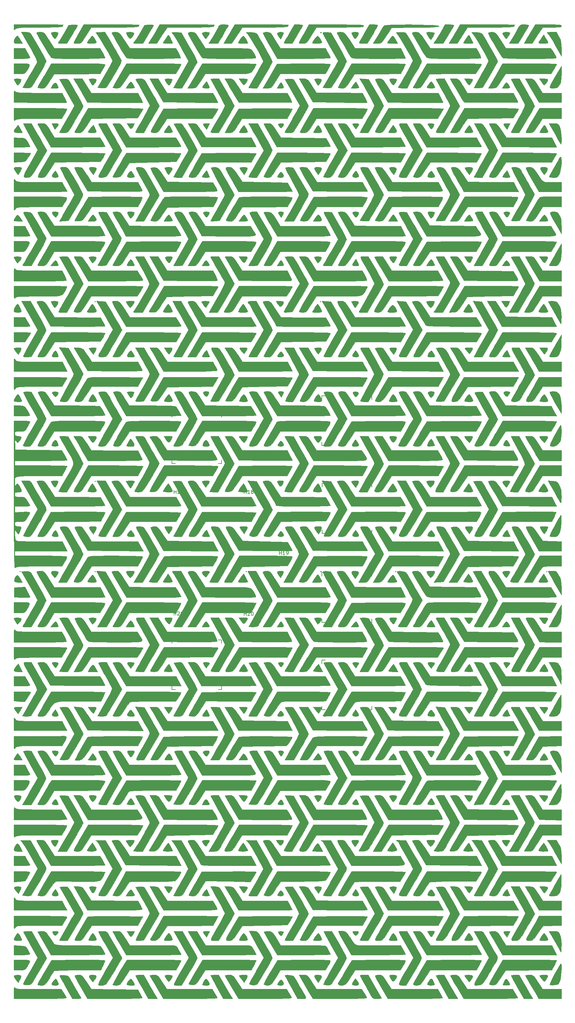
<source format=gbr>
G04 #@! TF.GenerationSoftware,KiCad,Pcbnew,9.0.2*
G04 #@! TF.CreationDate,2025-10-02T21:33:58-04:00*
G04 #@! TF.ProjectId,Trackball,54726163-6b62-4616-9c6c-2e6b69636164,rev?*
G04 #@! TF.SameCoordinates,Original*
G04 #@! TF.FileFunction,Legend,Top*
G04 #@! TF.FilePolarity,Positive*
%FSLAX46Y46*%
G04 Gerber Fmt 4.6, Leading zero omitted, Abs format (unit mm)*
G04 Created by KiCad (PCBNEW 9.0.2) date 2025-10-02 21:33:58*
%MOMM*%
%LPD*%
G01*
G04 APERTURE LIST*
%ADD10C,0.150000*%
%ADD11C,0.010000*%
G04 APERTURE END LIST*
D10*
X301186905Y-119154819D02*
X301186905Y-118154819D01*
X301186905Y-118631009D02*
X301758333Y-118631009D01*
X301758333Y-119154819D02*
X301758333Y-118154819D01*
X302186905Y-118250057D02*
X302234524Y-118202438D01*
X302234524Y-118202438D02*
X302329762Y-118154819D01*
X302329762Y-118154819D02*
X302567857Y-118154819D01*
X302567857Y-118154819D02*
X302663095Y-118202438D01*
X302663095Y-118202438D02*
X302710714Y-118250057D01*
X302710714Y-118250057D02*
X302758333Y-118345295D01*
X302758333Y-118345295D02*
X302758333Y-118440533D01*
X302758333Y-118440533D02*
X302710714Y-118583390D01*
X302710714Y-118583390D02*
X302139286Y-119154819D01*
X302139286Y-119154819D02*
X302758333Y-119154819D01*
X303710714Y-119154819D02*
X303139286Y-119154819D01*
X303425000Y-119154819D02*
X303425000Y-118154819D01*
X303425000Y-118154819D02*
X303329762Y-118297676D01*
X303329762Y-118297676D02*
X303234524Y-118392914D01*
X303234524Y-118392914D02*
X303139286Y-118440533D01*
X330836905Y-102104819D02*
X330836905Y-101104819D01*
X330836905Y-101581009D02*
X331408333Y-101581009D01*
X331408333Y-102104819D02*
X331408333Y-101104819D01*
X332408333Y-102104819D02*
X331836905Y-102104819D01*
X332122619Y-102104819D02*
X332122619Y-101104819D01*
X332122619Y-101104819D02*
X332027381Y-101247676D01*
X332027381Y-101247676D02*
X331932143Y-101342914D01*
X331932143Y-101342914D02*
X331836905Y-101390533D01*
X332884524Y-102104819D02*
X333075000Y-102104819D01*
X333075000Y-102104819D02*
X333170238Y-102057200D01*
X333170238Y-102057200D02*
X333217857Y-102009580D01*
X333217857Y-102009580D02*
X333313095Y-101866723D01*
X333313095Y-101866723D02*
X333360714Y-101676247D01*
X333360714Y-101676247D02*
X333360714Y-101295295D01*
X333360714Y-101295295D02*
X333313095Y-101200057D01*
X333313095Y-101200057D02*
X333265476Y-101152438D01*
X333265476Y-101152438D02*
X333170238Y-101104819D01*
X333170238Y-101104819D02*
X332979762Y-101104819D01*
X332979762Y-101104819D02*
X332884524Y-101152438D01*
X332884524Y-101152438D02*
X332836905Y-101200057D01*
X332836905Y-101200057D02*
X332789286Y-101295295D01*
X332789286Y-101295295D02*
X332789286Y-101533390D01*
X332789286Y-101533390D02*
X332836905Y-101628628D01*
X332836905Y-101628628D02*
X332884524Y-101676247D01*
X332884524Y-101676247D02*
X332979762Y-101723866D01*
X332979762Y-101723866D02*
X333170238Y-101723866D01*
X333170238Y-101723866D02*
X333265476Y-101676247D01*
X333265476Y-101676247D02*
X333313095Y-101628628D01*
X333313095Y-101628628D02*
X333360714Y-101533390D01*
X301236905Y-84954819D02*
X301236905Y-83954819D01*
X301236905Y-84431009D02*
X301808333Y-84431009D01*
X301808333Y-84954819D02*
X301808333Y-83954819D01*
X302808333Y-84954819D02*
X302236905Y-84954819D01*
X302522619Y-84954819D02*
X302522619Y-83954819D01*
X302522619Y-83954819D02*
X302427381Y-84097676D01*
X302427381Y-84097676D02*
X302332143Y-84192914D01*
X302332143Y-84192914D02*
X302236905Y-84240533D01*
X303141667Y-83954819D02*
X303808333Y-83954819D01*
X303808333Y-83954819D02*
X303379762Y-84954819D01*
X320986905Y-119204819D02*
X320986905Y-118204819D01*
X320986905Y-118681009D02*
X321558333Y-118681009D01*
X321558333Y-119204819D02*
X321558333Y-118204819D01*
X321986905Y-118300057D02*
X322034524Y-118252438D01*
X322034524Y-118252438D02*
X322129762Y-118204819D01*
X322129762Y-118204819D02*
X322367857Y-118204819D01*
X322367857Y-118204819D02*
X322463095Y-118252438D01*
X322463095Y-118252438D02*
X322510714Y-118300057D01*
X322510714Y-118300057D02*
X322558333Y-118395295D01*
X322558333Y-118395295D02*
X322558333Y-118490533D01*
X322558333Y-118490533D02*
X322510714Y-118633390D01*
X322510714Y-118633390D02*
X321939286Y-119204819D01*
X321939286Y-119204819D02*
X322558333Y-119204819D01*
X323177381Y-118204819D02*
X323272619Y-118204819D01*
X323272619Y-118204819D02*
X323367857Y-118252438D01*
X323367857Y-118252438D02*
X323415476Y-118300057D01*
X323415476Y-118300057D02*
X323463095Y-118395295D01*
X323463095Y-118395295D02*
X323510714Y-118585771D01*
X323510714Y-118585771D02*
X323510714Y-118823866D01*
X323510714Y-118823866D02*
X323463095Y-119014342D01*
X323463095Y-119014342D02*
X323415476Y-119109580D01*
X323415476Y-119109580D02*
X323367857Y-119157200D01*
X323367857Y-119157200D02*
X323272619Y-119204819D01*
X323272619Y-119204819D02*
X323177381Y-119204819D01*
X323177381Y-119204819D02*
X323082143Y-119157200D01*
X323082143Y-119157200D02*
X323034524Y-119109580D01*
X323034524Y-119109580D02*
X322986905Y-119014342D01*
X322986905Y-119014342D02*
X322939286Y-118823866D01*
X322939286Y-118823866D02*
X322939286Y-118585771D01*
X322939286Y-118585771D02*
X322986905Y-118395295D01*
X322986905Y-118395295D02*
X323034524Y-118300057D01*
X323034524Y-118300057D02*
X323082143Y-118252438D01*
X323082143Y-118252438D02*
X323177381Y-118204819D01*
X320986905Y-84904819D02*
X320986905Y-83904819D01*
X320986905Y-84381009D02*
X321558333Y-84381009D01*
X321558333Y-84904819D02*
X321558333Y-83904819D01*
X322558333Y-84904819D02*
X321986905Y-84904819D01*
X322272619Y-84904819D02*
X322272619Y-83904819D01*
X322272619Y-83904819D02*
X322177381Y-84047676D01*
X322177381Y-84047676D02*
X322082143Y-84142914D01*
X322082143Y-84142914D02*
X321986905Y-84190533D01*
X323129762Y-84333390D02*
X323034524Y-84285771D01*
X323034524Y-84285771D02*
X322986905Y-84238152D01*
X322986905Y-84238152D02*
X322939286Y-84142914D01*
X322939286Y-84142914D02*
X322939286Y-84095295D01*
X322939286Y-84095295D02*
X322986905Y-84000057D01*
X322986905Y-84000057D02*
X323034524Y-83952438D01*
X323034524Y-83952438D02*
X323129762Y-83904819D01*
X323129762Y-83904819D02*
X323320238Y-83904819D01*
X323320238Y-83904819D02*
X323415476Y-83952438D01*
X323415476Y-83952438D02*
X323463095Y-84000057D01*
X323463095Y-84000057D02*
X323510714Y-84095295D01*
X323510714Y-84095295D02*
X323510714Y-84142914D01*
X323510714Y-84142914D02*
X323463095Y-84238152D01*
X323463095Y-84238152D02*
X323415476Y-84285771D01*
X323415476Y-84285771D02*
X323320238Y-84333390D01*
X323320238Y-84333390D02*
X323129762Y-84333390D01*
X323129762Y-84333390D02*
X323034524Y-84381009D01*
X323034524Y-84381009D02*
X322986905Y-84428628D01*
X322986905Y-84428628D02*
X322939286Y-84523866D01*
X322939286Y-84523866D02*
X322939286Y-84714342D01*
X322939286Y-84714342D02*
X322986905Y-84809580D01*
X322986905Y-84809580D02*
X323034524Y-84857200D01*
X323034524Y-84857200D02*
X323129762Y-84904819D01*
X323129762Y-84904819D02*
X323320238Y-84904819D01*
X323320238Y-84904819D02*
X323415476Y-84857200D01*
X323415476Y-84857200D02*
X323463095Y-84809580D01*
X323463095Y-84809580D02*
X323510714Y-84714342D01*
X323510714Y-84714342D02*
X323510714Y-84523866D01*
X323510714Y-84523866D02*
X323463095Y-84428628D01*
X323463095Y-84428628D02*
X323415476Y-84381009D01*
X323415476Y-84381009D02*
X323320238Y-84333390D01*
D11*
X258019473Y-106810526D02*
X257885789Y-106944210D01*
X257752105Y-106810526D01*
X257885789Y-106676842D01*
X258019473Y-106810526D01*
G36*
X258019473Y-106810526D02*
G01*
X257885789Y-106944210D01*
X257752105Y-106810526D01*
X257885789Y-106676842D01*
X258019473Y-106810526D01*
G37*
X279141579Y-30877895D02*
X279007895Y-31011579D01*
X278874210Y-30877895D01*
X279007895Y-30744210D01*
X279141579Y-30877895D01*
G36*
X279141579Y-30877895D02*
G01*
X279007895Y-31011579D01*
X278874210Y-30877895D01*
X279007895Y-30744210D01*
X279141579Y-30877895D01*
G37*
X279141579Y-81410526D02*
X279007895Y-81544210D01*
X278874210Y-81410526D01*
X279007895Y-81276842D01*
X279141579Y-81410526D01*
G36*
X279141579Y-81410526D02*
G01*
X279007895Y-81544210D01*
X278874210Y-81410526D01*
X279007895Y-81276842D01*
X279141579Y-81410526D01*
G37*
X279141579Y-106810526D02*
X279007895Y-106944210D01*
X278874210Y-106810526D01*
X279007895Y-106676842D01*
X279141579Y-106810526D01*
G36*
X279141579Y-106810526D02*
G01*
X279007895Y-106944210D01*
X278874210Y-106810526D01*
X279007895Y-106676842D01*
X279141579Y-106810526D01*
G37*
X321653158Y-106810526D02*
X321519473Y-106944210D01*
X321385789Y-106810526D01*
X321519473Y-106676842D01*
X321653158Y-106810526D01*
G36*
X321653158Y-106810526D02*
G01*
X321519473Y-106944210D01*
X321385789Y-106810526D01*
X321519473Y-106676842D01*
X321653158Y-106810526D01*
G37*
X342507895Y-30877895D02*
X342374210Y-31011579D01*
X342240526Y-30877895D01*
X342374210Y-30744210D01*
X342507895Y-30877895D01*
G36*
X342507895Y-30877895D02*
G01*
X342374210Y-31011579D01*
X342240526Y-30877895D01*
X342374210Y-30744210D01*
X342507895Y-30877895D01*
G37*
X363630000Y-106810526D02*
X363496316Y-106944210D01*
X363362631Y-106810526D01*
X363496316Y-106676842D01*
X363630000Y-106810526D01*
G36*
X363630000Y-106810526D02*
G01*
X363496316Y-106944210D01*
X363362631Y-106810526D01*
X363496316Y-106676842D01*
X363630000Y-106810526D01*
G37*
X406141579Y-106810526D02*
X406007895Y-106944210D01*
X405874210Y-106810526D01*
X406007895Y-106676842D01*
X406141579Y-106810526D01*
G36*
X406141579Y-106810526D02*
G01*
X406007895Y-106944210D01*
X405874210Y-106810526D01*
X406007895Y-106676842D01*
X406141579Y-106810526D01*
G37*
X342686140Y44831930D02*
X342649439Y44672980D01*
X342507895Y44653684D01*
X342287820Y44751510D01*
X342329649Y44831930D01*
X342646953Y44863929D01*
X342686140Y44831930D01*
G36*
X342686140Y44831930D02*
G01*
X342649439Y44672980D01*
X342507895Y44653684D01*
X342287820Y44751510D01*
X342329649Y44831930D01*
X342646953Y44863929D01*
X342686140Y44831930D01*
G37*
X342686140Y-106765965D02*
X342649439Y-106924915D01*
X342507895Y-106944210D01*
X342287820Y-106846385D01*
X342329649Y-106765965D01*
X342646953Y-106733966D01*
X342686140Y-106765965D01*
G36*
X342686140Y-106765965D02*
G01*
X342649439Y-106924915D01*
X342507895Y-106944210D01*
X342287820Y-106846385D01*
X342329649Y-106765965D01*
X342646953Y-106733966D01*
X342686140Y-106765965D01*
G37*
X257990910Y-133892431D02*
X258565078Y-135017895D01*
X257356486Y-135017895D01*
X256534863Y-134951788D01*
X256190338Y-134714145D01*
X256299762Y-134245977D01*
X256783646Y-133558221D01*
X257416741Y-132766968D01*
X257990910Y-133892431D01*
G36*
X257990910Y-133892431D02*
G01*
X258565078Y-135017895D01*
X257356486Y-135017895D01*
X256534863Y-134951788D01*
X256190338Y-134714145D01*
X256299762Y-134245977D01*
X256783646Y-133558221D01*
X257416741Y-132766968D01*
X257990910Y-133892431D01*
G37*
X268462291Y19187754D02*
X268675828Y18944337D01*
X268439860Y18454998D01*
X268213964Y18160410D01*
X267713718Y17542633D01*
X267271309Y18398158D01*
X266828899Y19253684D01*
X267771555Y19253684D01*
X268462291Y19187754D01*
G36*
X268462291Y19187754D02*
G01*
X268675828Y18944337D01*
X268439860Y18454998D01*
X268213964Y18160410D01*
X267713718Y17542633D01*
X267271309Y18398158D01*
X266828899Y19253684D01*
X267771555Y19253684D01*
X268462291Y19187754D01*
G37*
X278676764Y-133294011D02*
X279085303Y-133905692D01*
X279112566Y-133953960D01*
X279710531Y-135017895D01*
X276972399Y-135017895D01*
X277455410Y-134195233D01*
X277955836Y-133425093D01*
X278331615Y-133129249D01*
X278676764Y-133294011D01*
G36*
X278676764Y-133294011D02*
G01*
X279085303Y-133905692D01*
X279112566Y-133953960D01*
X279710531Y-135017895D01*
X276972399Y-135017895D01*
X277455410Y-134195233D01*
X277955836Y-133425093D01*
X278331615Y-133129249D01*
X278676764Y-133294011D01*
G37*
X363100276Y-6623028D02*
X363467506Y-7141588D01*
X363594573Y-7349474D01*
X364146702Y-8285263D01*
X361486136Y-8285263D01*
X362090173Y-7352783D01*
X362503727Y-6772293D01*
X362810261Y-6444086D01*
X362868327Y-6416994D01*
X363100276Y-6623028D01*
G36*
X363100276Y-6623028D02*
G01*
X363467506Y-7141588D01*
X363594573Y-7349474D01*
X364146702Y-8285263D01*
X361486136Y-8285263D01*
X362090173Y-7352783D01*
X362503727Y-6772293D01*
X362810261Y-6444086D01*
X362868327Y-6416994D01*
X363100276Y-6623028D01*
G37*
X257612359Y-108266868D02*
X257960615Y-108818028D01*
X258570177Y-109885263D01*
X257508499Y-109885263D01*
X256658639Y-109803465D01*
X256277450Y-109521313D01*
X256318962Y-108983671D01*
X256466996Y-108636091D01*
X256847333Y-108025156D01*
X257205770Y-107899238D01*
X257612359Y-108266868D01*
G36*
X257612359Y-108266868D02*
G01*
X257960615Y-108818028D01*
X258570177Y-109885263D01*
X257508499Y-109885263D01*
X256658639Y-109803465D01*
X256277450Y-109521313D01*
X256318962Y-108983671D01*
X256466996Y-108636091D01*
X256847333Y-108025156D01*
X257205770Y-107899238D01*
X257612359Y-108266868D01*
G37*
X257927636Y-220365796D02*
X258219215Y-220600244D01*
X258131773Y-221105251D01*
X257826992Y-221745167D01*
X257423865Y-222513493D01*
X256795495Y-221745167D01*
X256285130Y-221019629D01*
X256208872Y-220573986D01*
X256582245Y-220355375D01*
X257217368Y-220308421D01*
X257927636Y-220365796D01*
G36*
X257927636Y-220365796D02*
G01*
X258219215Y-220600244D01*
X258131773Y-221105251D01*
X257826992Y-221745167D01*
X257423865Y-222513493D01*
X256795495Y-221745167D01*
X256285130Y-221019629D01*
X256208872Y-220573986D01*
X256582245Y-220355375D01*
X257217368Y-220308421D01*
X257927636Y-220365796D01*
G37*
X257938368Y-195477201D02*
X258217462Y-195655816D01*
X258114685Y-196093730D01*
X257839250Y-196631569D01*
X257413068Y-197418927D01*
X256780481Y-196683501D01*
X256285800Y-196025656D01*
X256224876Y-195644339D01*
X256621043Y-195473303D01*
X257217368Y-195443158D01*
X257938368Y-195477201D01*
G36*
X257938368Y-195477201D02*
G01*
X258217462Y-195655816D01*
X258114685Y-196093730D01*
X257839250Y-196631569D01*
X257413068Y-197418927D01*
X256780481Y-196683501D01*
X256285800Y-196025656D01*
X256224876Y-195644339D01*
X256621043Y-195473303D01*
X257217368Y-195443158D01*
X257938368Y-195477201D01*
G37*
X268298500Y30280835D02*
X268403925Y30069525D01*
X268644787Y29495107D01*
X268604631Y29228069D01*
X268188232Y29150683D01*
X267657172Y29146316D01*
X266600134Y29146316D01*
X267055593Y29946731D01*
X267522286Y30579900D01*
X267925434Y30690253D01*
X268298500Y30280835D01*
G36*
X268298500Y30280835D02*
G01*
X268403925Y30069525D01*
X268644787Y29495107D01*
X268604631Y29228069D01*
X268188232Y29150683D01*
X267657172Y29146316D01*
X266600134Y29146316D01*
X267055593Y29946731D01*
X267522286Y30579900D01*
X267925434Y30690253D01*
X268298500Y30280835D01*
G37*
X268266165Y5251039D02*
X268640596Y4562986D01*
X268609615Y4180180D01*
X268143577Y4027416D01*
X267778421Y4013684D01*
X267090535Y4108101D01*
X266870135Y4417813D01*
X267103671Y4982513D01*
X267336320Y5308474D01*
X267818119Y5934843D01*
X268266165Y5251039D01*
G36*
X268266165Y5251039D02*
G01*
X268640596Y4562986D01*
X268609615Y4180180D01*
X268143577Y4027416D01*
X267778421Y4013684D01*
X267090535Y4108101D01*
X266870135Y4417813D01*
X267103671Y4982513D01*
X267336320Y5308474D01*
X267818119Y5934843D01*
X268266165Y5251039D01*
G37*
X268266165Y-146346856D02*
X268640596Y-147034908D01*
X268609615Y-147417715D01*
X268143577Y-147570479D01*
X267778421Y-147584210D01*
X267090535Y-147489794D01*
X266870135Y-147180081D01*
X267103671Y-146615382D01*
X267336320Y-146289421D01*
X267818119Y-145663052D01*
X268266165Y-146346856D01*
G36*
X268266165Y-146346856D02*
G01*
X268640596Y-147034908D01*
X268609615Y-147417715D01*
X268143577Y-147570479D01*
X267778421Y-147584210D01*
X267090535Y-147489794D01*
X266870135Y-147180081D01*
X267103671Y-146615382D01*
X267336320Y-146289421D01*
X267818119Y-145663052D01*
X268266165Y-146346856D01*
G37*
X268266165Y-196879487D02*
X268640596Y-197567540D01*
X268609615Y-197950347D01*
X268143577Y-198103111D01*
X267778421Y-198116842D01*
X267090535Y-198022425D01*
X266870135Y-197712713D01*
X267103671Y-197148013D01*
X267336320Y-196822052D01*
X267818119Y-196195683D01*
X268266165Y-196879487D01*
G36*
X268266165Y-196879487D02*
G01*
X268640596Y-197567540D01*
X268609615Y-197950347D01*
X268143577Y-198103111D01*
X267778421Y-198116842D01*
X267090535Y-198022425D01*
X266870135Y-197712713D01*
X267103671Y-197148013D01*
X267336320Y-196822052D01*
X267818119Y-196195683D01*
X268266165Y-196879487D01*
G37*
X268403435Y-106757169D02*
X268684605Y-107032374D01*
X268509566Y-107553793D01*
X268195971Y-108004178D01*
X267689623Y-108663094D01*
X267141338Y-108004178D01*
X266672093Y-107322155D01*
X266655841Y-106904983D01*
X267109521Y-106707996D01*
X267644737Y-106676842D01*
X268403435Y-106757169D01*
G36*
X268403435Y-106757169D02*
G01*
X268684605Y-107032374D01*
X268509566Y-107553793D01*
X268195971Y-108004178D01*
X267689623Y-108663094D01*
X267141338Y-108004178D01*
X266672093Y-107322155D01*
X266655841Y-106904983D01*
X267109521Y-106707996D01*
X267644737Y-106676842D01*
X268403435Y-106757169D01*
G37*
X268247349Y-19615257D02*
X268403925Y-19928370D01*
X268643149Y-20497685D01*
X268606828Y-20765913D01*
X268199564Y-20846346D01*
X267626530Y-20851579D01*
X266538850Y-20851579D01*
X267110000Y-20049474D01*
X267603258Y-19442603D01*
X267949279Y-19300962D01*
X268247349Y-19615257D01*
G36*
X268247349Y-19615257D02*
G01*
X268403925Y-19928370D01*
X268643149Y-20497685D01*
X268606828Y-20765913D01*
X268199564Y-20846346D01*
X267626530Y-20851579D01*
X266538850Y-20851579D01*
X267110000Y-20049474D01*
X267603258Y-19442603D01*
X267949279Y-19300962D01*
X268247349Y-19615257D01*
G37*
X268247349Y-121215257D02*
X268403925Y-121528370D01*
X268643149Y-122097685D01*
X268606828Y-122365913D01*
X268199564Y-122446346D01*
X267626530Y-122451579D01*
X266538850Y-122451579D01*
X267110000Y-121649474D01*
X267603258Y-121042603D01*
X267949279Y-120900962D01*
X268247349Y-121215257D01*
G36*
X268247349Y-121215257D02*
G01*
X268403925Y-121528370D01*
X268643149Y-122097685D01*
X268606828Y-122365913D01*
X268199564Y-122446346D01*
X267626530Y-122451579D01*
X266538850Y-122451579D01*
X267110000Y-121649474D01*
X267603258Y-121042603D01*
X267949279Y-120900962D01*
X268247349Y-121215257D01*
G37*
X268459264Y-208063629D02*
X268669670Y-208278482D01*
X268448784Y-208732610D01*
X268322444Y-208905195D01*
X267885771Y-209233201D01*
X267450435Y-209039419D01*
X267102031Y-208529320D01*
X266973794Y-208184218D01*
X267166824Y-208038841D01*
X267769014Y-208009474D01*
X268459264Y-208063629D01*
G36*
X268459264Y-208063629D02*
G01*
X268669670Y-208278482D01*
X268448784Y-208732610D01*
X268322444Y-208905195D01*
X267885771Y-209233201D01*
X267450435Y-209039419D01*
X267102031Y-208529320D01*
X266973794Y-208184218D01*
X267166824Y-208038841D01*
X267769014Y-208009474D01*
X268459264Y-208063629D01*
G37*
X278720782Y-6653591D02*
X278992734Y-7007912D01*
X279366768Y-7677836D01*
X279311312Y-8075841D01*
X278792169Y-8257262D01*
X278203331Y-8285263D01*
X276997715Y-8285263D01*
X277601752Y-7352783D01*
X278071635Y-6689990D01*
X278404770Y-6466812D01*
X278720782Y-6653591D01*
G36*
X278720782Y-6653591D02*
G01*
X278992734Y-7007912D01*
X279366768Y-7677836D01*
X279311312Y-8075841D01*
X278792169Y-8257262D01*
X278203331Y-8285263D01*
X276997715Y-8285263D01*
X277601752Y-7352783D01*
X278071635Y-6689990D01*
X278404770Y-6466812D01*
X278720782Y-6653591D01*
G37*
X279063318Y6891912D02*
X279360388Y6645064D01*
X279268031Y6126632D01*
X278960852Y5497998D01*
X278534167Y4709679D01*
X277903411Y5497998D01*
X277397889Y6232901D01*
X277323516Y6684426D01*
X277696390Y6906354D01*
X278339473Y6954737D01*
X279063318Y6891912D01*
G36*
X279063318Y6891912D02*
G01*
X279360388Y6645064D01*
X279268031Y6126632D01*
X278960852Y5497998D01*
X278534167Y4709679D01*
X277903411Y5497998D01*
X277397889Y6232901D01*
X277323516Y6684426D01*
X277696390Y6906354D01*
X278339473Y6954737D01*
X279063318Y6891912D01*
G37*
X279063318Y-94173351D02*
X279360388Y-94420199D01*
X279268031Y-94938631D01*
X278960852Y-95567266D01*
X278534167Y-96355584D01*
X277903411Y-95567266D01*
X277397889Y-94832362D01*
X277323516Y-94380837D01*
X277696390Y-94158909D01*
X278339473Y-94110526D01*
X279063318Y-94173351D01*
G36*
X279063318Y-94173351D02*
G01*
X279360388Y-94420199D01*
X279268031Y-94938631D01*
X278960852Y-95567266D01*
X278534167Y-96355584D01*
X277903411Y-95567266D01*
X277397889Y-94832362D01*
X277323516Y-94380837D01*
X277696390Y-94158909D01*
X278339473Y-94110526D01*
X279063318Y-94173351D01*
G37*
X279111615Y-220401515D02*
X279399415Y-220700246D01*
X279214304Y-221233788D01*
X278877862Y-221682485D01*
X278346777Y-222313684D01*
X277814334Y-221645263D01*
X277359100Y-220953635D01*
X277350701Y-220534308D01*
X277808230Y-220338683D01*
X278339473Y-220308421D01*
X279111615Y-220401515D01*
G36*
X279111615Y-220401515D02*
G01*
X279399415Y-220700246D01*
X279214304Y-221233788D01*
X278877862Y-221682485D01*
X278346777Y-222313684D01*
X277814334Y-221645263D01*
X277359100Y-220953635D01*
X277350701Y-220534308D01*
X277808230Y-220338683D01*
X278339473Y-220308421D01*
X279111615Y-220401515D01*
G37*
X279042380Y-68783755D02*
X279384391Y-69040238D01*
X279274452Y-69535167D01*
X278992734Y-69987877D01*
X278584333Y-70458598D01*
X278237889Y-70500015D01*
X277848977Y-70087008D01*
X277572795Y-69646316D01*
X277020666Y-68710526D01*
X278214806Y-68710526D01*
X279042380Y-68783755D01*
G36*
X279042380Y-68783755D02*
G01*
X279384391Y-69040238D01*
X279274452Y-69535167D01*
X278992734Y-69987877D01*
X278584333Y-70458598D01*
X278237889Y-70500015D01*
X277848977Y-70087008D01*
X277572795Y-69646316D01*
X277020666Y-68710526D01*
X278214806Y-68710526D01*
X279042380Y-68783755D01*
G37*
X289784790Y-132388538D02*
X290047574Y-132580377D01*
X289866212Y-133008008D01*
X289563002Y-133413684D01*
X289034210Y-134082105D01*
X288505419Y-133413684D01*
X288078928Y-132802545D01*
X288070439Y-132480076D01*
X288523601Y-132357997D01*
X289034210Y-132344210D01*
X289784790Y-132388538D01*
G36*
X289784790Y-132388538D02*
G01*
X290047574Y-132580377D01*
X289866212Y-133008008D01*
X289563002Y-133413684D01*
X289034210Y-134082105D01*
X288505419Y-133413684D01*
X288078928Y-132802545D01*
X288070439Y-132480076D01*
X288523601Y-132357997D01*
X289034210Y-132344210D01*
X289784790Y-132388538D01*
G37*
X300370941Y-68739907D02*
X300710562Y-68897058D01*
X300659742Y-69285497D01*
X300369456Y-69863387D01*
X300000519Y-70389332D01*
X299647060Y-70463891D01*
X299225528Y-70070806D01*
X298886879Y-69574905D01*
X298339593Y-68710526D01*
X299569007Y-68710526D01*
X300370941Y-68739907D01*
G36*
X300370941Y-68739907D02*
G01*
X300710562Y-68897058D01*
X300659742Y-69285497D01*
X300369456Y-69863387D01*
X300000519Y-70389332D01*
X299647060Y-70463891D01*
X299225528Y-70070806D01*
X298886879Y-69574905D01*
X298339593Y-68710526D01*
X299569007Y-68710526D01*
X300370941Y-68739907D01*
G37*
X300370941Y-169805170D02*
X300710562Y-169962321D01*
X300659742Y-170350760D01*
X300369456Y-170928650D01*
X300000519Y-171454595D01*
X299647060Y-171529154D01*
X299225528Y-171136070D01*
X298886879Y-170640168D01*
X298339593Y-169775789D01*
X299569007Y-169775789D01*
X300370941Y-169805170D01*
G36*
X300370941Y-169805170D02*
G01*
X300710562Y-169962321D01*
X300659742Y-170350760D01*
X300369456Y-170928650D01*
X300000519Y-171454595D01*
X299647060Y-171529154D01*
X299225528Y-171136070D01*
X298886879Y-170640168D01*
X298339593Y-169775789D01*
X299569007Y-169775789D01*
X300370941Y-169805170D01*
G37*
X310798227Y30267053D02*
X311124529Y29590247D01*
X311131782Y29261794D01*
X310747833Y29155719D01*
X310156316Y29146316D01*
X309425463Y29185935D01*
X309154722Y29363062D01*
X309312984Y29765101D01*
X309738369Y30320618D01*
X310370665Y31093867D01*
X310798227Y30267053D01*
G36*
X310798227Y30267053D02*
G01*
X311124529Y29590247D01*
X311131782Y29261794D01*
X310747833Y29155719D01*
X310156316Y29146316D01*
X309425463Y29185935D01*
X309154722Y29363062D01*
X309312984Y29765101D01*
X309738369Y30320618D01*
X310370665Y31093867D01*
X310798227Y30267053D01*
G37*
X310798227Y-146463473D02*
X311124529Y-147140279D01*
X311131782Y-147468732D01*
X310747833Y-147574808D01*
X310156316Y-147584210D01*
X309425463Y-147544591D01*
X309154722Y-147367464D01*
X309312984Y-146965426D01*
X309738369Y-146409909D01*
X310370665Y-145636659D01*
X310798227Y-146463473D01*
G36*
X310798227Y-146463473D02*
G01*
X311124529Y-147140279D01*
X311131782Y-147468732D01*
X310747833Y-147574808D01*
X310156316Y-147584210D01*
X309425463Y-147544591D01*
X309154722Y-147367464D01*
X309312984Y-146965426D01*
X309738369Y-146409909D01*
X310370665Y-145636659D01*
X310798227Y-146463473D01*
G37*
X310969331Y-132395513D02*
X311177420Y-132608700D01*
X310952530Y-133072689D01*
X310732100Y-133371632D01*
X310250302Y-133998001D01*
X309802256Y-133314197D01*
X309445158Y-132715246D01*
X309458003Y-132433108D01*
X309900490Y-132349057D01*
X310290000Y-132344210D01*
X310969331Y-132395513D01*
G36*
X310969331Y-132395513D02*
G01*
X311177420Y-132608700D01*
X310952530Y-133072689D01*
X310732100Y-133371632D01*
X310250302Y-133998001D01*
X309802256Y-133314197D01*
X309445158Y-132715246D01*
X309458003Y-132433108D01*
X309900490Y-132349057D01*
X310290000Y-132344210D01*
X310969331Y-132395513D01*
G37*
X310601124Y-19625732D02*
X310793987Y-19906382D01*
X311131608Y-20472350D01*
X311122821Y-20750563D01*
X310697243Y-20842927D01*
X310141200Y-20851579D01*
X309056610Y-20851579D01*
X309530425Y-20049474D01*
X309941454Y-19441301D01*
X310256149Y-19304834D01*
X310601124Y-19625732D01*
G36*
X310601124Y-19625732D02*
G01*
X310793987Y-19906382D01*
X311131608Y-20472350D01*
X311122821Y-20750563D01*
X310697243Y-20842927D01*
X310141200Y-20851579D01*
X309056610Y-20851579D01*
X309530425Y-20049474D01*
X309941454Y-19441301D01*
X310256149Y-19304834D01*
X310601124Y-19625732D01*
G37*
X310601124Y-121225732D02*
X310793987Y-121506382D01*
X311131608Y-122072350D01*
X311122821Y-122350563D01*
X310697243Y-122442927D01*
X310141200Y-122451579D01*
X309056610Y-122451579D01*
X309530425Y-121649474D01*
X309941454Y-121041301D01*
X310256149Y-120904834D01*
X310601124Y-121225732D01*
G36*
X310601124Y-121225732D02*
G01*
X310793987Y-121506382D01*
X311131608Y-122072350D01*
X311122821Y-122350563D01*
X310697243Y-122442927D01*
X310141200Y-122451579D01*
X309056610Y-122451579D01*
X309530425Y-121649474D01*
X309941454Y-121041301D01*
X310256149Y-120904834D01*
X310601124Y-121225732D01*
G37*
X310601124Y-171223627D02*
X310793987Y-171504277D01*
X311131608Y-172070245D01*
X311122821Y-172348457D01*
X310697243Y-172440822D01*
X310141200Y-172449474D01*
X309056610Y-172449474D01*
X309530425Y-171647368D01*
X309941454Y-171039196D01*
X310256149Y-170902728D01*
X310601124Y-171223627D01*
G36*
X310601124Y-171223627D02*
G01*
X310793987Y-171504277D01*
X311131608Y-172070245D01*
X311122821Y-172348457D01*
X310697243Y-172440822D01*
X310141200Y-172449474D01*
X309056610Y-172449474D01*
X309530425Y-171647368D01*
X309941454Y-171039196D01*
X310256149Y-170902728D01*
X310601124Y-171223627D01*
G37*
X321500226Y31788159D02*
X321839415Y31628769D01*
X321772550Y31246033D01*
X321449605Y30682322D01*
X321066705Y30168565D01*
X320738762Y30080487D01*
X320358149Y30438504D01*
X320008984Y30955622D01*
X319461698Y31820000D01*
X320691112Y31820000D01*
X321500226Y31788159D01*
G36*
X321500226Y31788159D02*
G01*
X321839415Y31628769D01*
X321772550Y31246033D01*
X321449605Y30682322D01*
X321066705Y30168565D01*
X320738762Y30080487D01*
X320358149Y30438504D01*
X320008984Y30955622D01*
X319461698Y31820000D01*
X320691112Y31820000D01*
X321500226Y31788159D01*
G37*
X321493047Y-18207275D02*
X321832667Y-18364427D01*
X321781847Y-18752866D01*
X321491561Y-19330755D01*
X321122624Y-19856700D01*
X320769165Y-19931259D01*
X320347634Y-19538175D01*
X320008984Y-19042273D01*
X319461698Y-18177895D01*
X320691112Y-18177895D01*
X321493047Y-18207275D01*
G36*
X321493047Y-18207275D02*
G01*
X321832667Y-18364427D01*
X321781847Y-18752866D01*
X321491561Y-19330755D01*
X321122624Y-19856700D01*
X320769165Y-19931259D01*
X320347634Y-19538175D01*
X320008984Y-19042273D01*
X319461698Y-18177895D01*
X320691112Y-18177895D01*
X321493047Y-18207275D01*
G37*
X321500226Y-119809736D02*
X321839415Y-119969125D01*
X321772550Y-120351862D01*
X321449605Y-120915573D01*
X321066705Y-121429330D01*
X320738762Y-121517408D01*
X320358149Y-121159391D01*
X320008984Y-120642273D01*
X319461698Y-119777895D01*
X320691112Y-119777895D01*
X321500226Y-119809736D01*
G36*
X321500226Y-119809736D02*
G01*
X321839415Y-119969125D01*
X321772550Y-120351862D01*
X321449605Y-120915573D01*
X321066705Y-121429330D01*
X320738762Y-121517408D01*
X320358149Y-121159391D01*
X320008984Y-120642273D01*
X319461698Y-119777895D01*
X320691112Y-119777895D01*
X321500226Y-119809736D01*
G37*
X321493047Y-169805170D02*
X321832667Y-169962321D01*
X321781847Y-170350760D01*
X321491561Y-170928650D01*
X321122624Y-171454595D01*
X320769165Y-171529154D01*
X320347634Y-171136070D01*
X320008984Y-170640168D01*
X319461698Y-169775789D01*
X320691112Y-169775789D01*
X321493047Y-169805170D01*
G36*
X321493047Y-169805170D02*
G01*
X321832667Y-169962321D01*
X321781847Y-170350760D01*
X321491561Y-170928650D01*
X321122624Y-171454595D01*
X320769165Y-171529154D01*
X320347634Y-171136070D01*
X320008984Y-170640168D01*
X319461698Y-169775789D01*
X320691112Y-169775789D01*
X321493047Y-169805170D01*
G37*
X331786980Y44883388D02*
X332021101Y44694410D01*
X331894586Y44240143D01*
X331636803Y43740025D01*
X331214489Y42960050D01*
X330717663Y43606341D01*
X330286996Y44298970D01*
X330301190Y44717160D01*
X330773761Y44902516D01*
X331144737Y44921053D01*
X331786980Y44883388D01*
G36*
X331786980Y44883388D02*
G01*
X332021101Y44694410D01*
X331894586Y44240143D01*
X331636803Y43740025D01*
X331214489Y42960050D01*
X330717663Y43606341D01*
X330286996Y44298970D01*
X330301190Y44717160D01*
X330773761Y44902516D01*
X331144737Y44921053D01*
X331786980Y44883388D01*
G37*
X331786980Y-106714507D02*
X332021101Y-106903484D01*
X331894586Y-107357752D01*
X331636803Y-107857870D01*
X331214489Y-108637845D01*
X330717663Y-107991554D01*
X330286996Y-107298925D01*
X330301190Y-106880735D01*
X330773761Y-106695378D01*
X331144737Y-106676842D01*
X331786980Y-106714507D01*
G36*
X331786980Y-106714507D02*
G01*
X332021101Y-106903484D01*
X331894586Y-107357752D01*
X331636803Y-107857870D01*
X331214489Y-108637845D01*
X330717663Y-107991554D01*
X330286996Y-107298925D01*
X330301190Y-106880735D01*
X330773761Y-106695378D01*
X331144737Y-106676842D01*
X331786980Y-106714507D01*
G37*
X331863550Y-5662376D02*
X332034580Y-5890259D01*
X331838547Y-6408464D01*
X331709124Y-6648424D01*
X331356670Y-7284216D01*
X330916493Y-6655775D01*
X330548959Y-6040555D01*
X330580039Y-5724040D01*
X331040832Y-5616508D01*
X331278421Y-5611579D01*
X331863550Y-5662376D01*
G36*
X331863550Y-5662376D02*
G01*
X332034580Y-5890259D01*
X331838547Y-6408464D01*
X331709124Y-6648424D01*
X331356670Y-7284216D01*
X330916493Y-6655775D01*
X330548959Y-6040555D01*
X330580039Y-5724040D01*
X331040832Y-5616508D01*
X331278421Y-5611579D01*
X331863550Y-5662376D01*
G37*
X331863550Y-56195008D02*
X332034580Y-56422891D01*
X331838547Y-56941095D01*
X331709124Y-57181055D01*
X331356670Y-57816847D01*
X330916493Y-57188406D01*
X330548959Y-56573187D01*
X330580039Y-56256672D01*
X331040832Y-56149140D01*
X331278421Y-56144210D01*
X331863550Y-56195008D01*
G36*
X331863550Y-56195008D02*
G01*
X332034580Y-56422891D01*
X331838547Y-56941095D01*
X331709124Y-57181055D01*
X331356670Y-57816847D01*
X330916493Y-57188406D01*
X330548959Y-56573187D01*
X330580039Y-56256672D01*
X331040832Y-56149140D01*
X331278421Y-56144210D01*
X331863550Y-56195008D01*
G37*
X331628305Y30361406D02*
X331770241Y30069525D01*
X332017037Y29476275D01*
X331961997Y29214364D01*
X331511084Y29148275D01*
X331129621Y29146316D01*
X330178715Y29146316D01*
X330652530Y29948421D01*
X331062732Y30558746D01*
X331354187Y30692745D01*
X331628305Y30361406D01*
G36*
X331628305Y30361406D02*
G01*
X331770241Y30069525D01*
X332017037Y29476275D01*
X331961997Y29214364D01*
X331511084Y29148275D01*
X331129621Y29146316D01*
X330178715Y29146316D01*
X330652530Y29948421D01*
X331062732Y30558746D01*
X331354187Y30692745D01*
X331628305Y30361406D01*
G37*
X331628305Y-19636488D02*
X331770241Y-19928370D01*
X332017037Y-20521620D01*
X331961997Y-20783531D01*
X331511084Y-20849620D01*
X331129621Y-20851579D01*
X330178715Y-20851579D01*
X330652530Y-20049474D01*
X331062732Y-19439149D01*
X331354187Y-19305149D01*
X331628305Y-19636488D01*
G36*
X331628305Y-19636488D02*
G01*
X331770241Y-19928370D01*
X332017037Y-20521620D01*
X331961997Y-20783531D01*
X331511084Y-20849620D01*
X331129621Y-20851579D01*
X330178715Y-20851579D01*
X330652530Y-20049474D01*
X331062732Y-19439149D01*
X331354187Y-19305149D01*
X331628305Y-19636488D01*
G37*
X331628305Y-121236488D02*
X331770241Y-121528370D01*
X332017037Y-122121620D01*
X331961997Y-122383531D01*
X331511084Y-122449620D01*
X331129621Y-122451579D01*
X330178715Y-122451579D01*
X330652530Y-121649474D01*
X331062732Y-121039149D01*
X331354187Y-120905149D01*
X331628305Y-121236488D01*
G36*
X331628305Y-121236488D02*
G01*
X331770241Y-121528370D01*
X332017037Y-122121620D01*
X331961997Y-122383531D01*
X331511084Y-122449620D01*
X331129621Y-122451579D01*
X330178715Y-122451579D01*
X330652530Y-121649474D01*
X331062732Y-121039149D01*
X331354187Y-120905149D01*
X331628305Y-121236488D01*
G37*
X331727602Y-30778896D02*
X332008163Y-30955781D01*
X331920236Y-31384106D01*
X331754204Y-31746842D01*
X331375439Y-32255034D01*
X330961434Y-32244424D01*
X330486830Y-31711298D01*
X330385162Y-31546316D01*
X329911347Y-30744210D01*
X330995936Y-30744210D01*
X331727602Y-30778896D01*
G36*
X331727602Y-30778896D02*
G01*
X332008163Y-30955781D01*
X331920236Y-31384106D01*
X331754204Y-31746842D01*
X331375439Y-32255034D01*
X330961434Y-32244424D01*
X330486830Y-31711298D01*
X330385162Y-31546316D01*
X329911347Y-30744210D01*
X330995936Y-30744210D01*
X331727602Y-30778896D01*
G37*
X331727602Y-182376791D02*
X332008163Y-182553676D01*
X331920236Y-182982000D01*
X331754204Y-183344737D01*
X331375439Y-183852929D01*
X330961434Y-183842319D01*
X330486830Y-183309193D01*
X330385162Y-183144210D01*
X329911347Y-182342105D01*
X330995936Y-182342105D01*
X331727602Y-182376791D01*
G36*
X331727602Y-182376791D02*
G01*
X332008163Y-182553676D01*
X331920236Y-182982000D01*
X331754204Y-183344737D01*
X331375439Y-183852929D01*
X330961434Y-183842319D01*
X330486830Y-183309193D01*
X330385162Y-183144210D01*
X329911347Y-182342105D01*
X330995936Y-182342105D01*
X331727602Y-182376791D01*
G37*
X342465779Y-133930647D02*
X343076846Y-135017895D01*
X341722897Y-135017895D01*
X340956241Y-134982281D01*
X340468862Y-134891103D01*
X340376140Y-134817368D01*
X340537413Y-134504916D01*
X340933611Y-133959789D01*
X341119022Y-133730121D01*
X341854711Y-132843399D01*
X342465779Y-133930647D01*
G36*
X342465779Y-133930647D02*
G01*
X343076846Y-135017895D01*
X341722897Y-135017895D01*
X340956241Y-134982281D01*
X340468862Y-134891103D01*
X340376140Y-134817368D01*
X340537413Y-134504916D01*
X340933611Y-133959789D01*
X341119022Y-133730121D01*
X341854711Y-132843399D01*
X342465779Y-133930647D01*
G37*
X342087098Y-6653591D02*
X342359049Y-7007912D01*
X342733084Y-7677836D01*
X342677628Y-8075841D01*
X342158485Y-8257262D01*
X341569647Y-8285263D01*
X340364031Y-8285263D01*
X340968068Y-7352783D01*
X341437951Y-6689990D01*
X341771086Y-6466812D01*
X342087098Y-6653591D01*
G36*
X342087098Y-6653591D02*
G01*
X342359049Y-7007912D01*
X342733084Y-7677836D01*
X342677628Y-8075841D01*
X342158485Y-8257262D01*
X341569647Y-8285263D01*
X340364031Y-8285263D01*
X340968068Y-7352783D01*
X341437951Y-6689990D01*
X341771086Y-6466812D01*
X342087098Y-6653591D01*
G37*
X342429634Y-94173351D02*
X342726704Y-94420199D01*
X342634347Y-94938631D01*
X342327168Y-95567266D01*
X341900483Y-96355584D01*
X341269727Y-95567266D01*
X340764205Y-94832362D01*
X340689832Y-94380837D01*
X341062706Y-94158909D01*
X341705789Y-94110526D01*
X342429634Y-94173351D01*
G36*
X342429634Y-94173351D02*
G01*
X342726704Y-94420199D01*
X342634347Y-94938631D01*
X342327168Y-95567266D01*
X341900483Y-96355584D01*
X341269727Y-95567266D01*
X340764205Y-94832362D01*
X340689832Y-94380837D01*
X341062706Y-94158909D01*
X341705789Y-94110526D01*
X342429634Y-94173351D01*
G37*
X342450287Y6882294D02*
X342742270Y6618898D01*
X342609214Y6095445D01*
X342272545Y5529180D01*
X341773351Y4772044D01*
X341204833Y5570454D01*
X340755340Y6299661D01*
X340712774Y6725254D01*
X341103035Y6918800D01*
X341705789Y6954737D01*
X342450287Y6882294D01*
G36*
X342450287Y6882294D02*
G01*
X342742270Y6618898D01*
X342609214Y6095445D01*
X342272545Y5529180D01*
X341773351Y4772044D01*
X341204833Y5570454D01*
X340755340Y6299661D01*
X340712774Y6725254D01*
X341103035Y6918800D01*
X341705789Y6954737D01*
X342450287Y6882294D01*
G37*
X342450287Y-220380864D02*
X342742270Y-220644260D01*
X342609214Y-221167713D01*
X342272545Y-221733978D01*
X341773351Y-222491114D01*
X341204833Y-221692704D01*
X340755340Y-220963497D01*
X340712774Y-220537904D01*
X341103035Y-220344358D01*
X341705789Y-220308421D01*
X342450287Y-220380864D01*
G36*
X342450287Y-220380864D02*
G01*
X342742270Y-220644260D01*
X342609214Y-221167713D01*
X342272545Y-221733978D01*
X341773351Y-222491114D01*
X341204833Y-221692704D01*
X340755340Y-220963497D01*
X340712774Y-220537904D01*
X341103035Y-220344358D01*
X341705789Y-220308421D01*
X342450287Y-220380864D01*
G37*
X352713961Y-70305231D02*
X353148687Y-70998446D01*
X353115768Y-71438151D01*
X352611500Y-71636731D01*
X352311403Y-71651579D01*
X351538599Y-71590571D01*
X351249773Y-71359199D01*
X351403194Y-70884941D01*
X351652386Y-70506317D01*
X352225290Y-69701748D01*
X352713961Y-70305231D01*
G36*
X352713961Y-70305231D02*
G01*
X353148687Y-70998446D01*
X353115768Y-71438151D01*
X352611500Y-71636731D01*
X352311403Y-71651579D01*
X351538599Y-71590571D01*
X351249773Y-71359199D01*
X351403194Y-70884941D01*
X351652386Y-70506317D01*
X352225290Y-69701748D01*
X352713961Y-70305231D01*
G37*
X352713961Y-221903126D02*
X353148687Y-222596341D01*
X353115768Y-223036045D01*
X352611500Y-223234626D01*
X352311403Y-223249474D01*
X351538599Y-223188466D01*
X351249773Y-222957094D01*
X351403194Y-222482836D01*
X351652386Y-222104212D01*
X352225290Y-221299643D01*
X352713961Y-221903126D01*
G36*
X352713961Y-221903126D02*
G01*
X353148687Y-222596341D01*
X353115768Y-223036045D01*
X352611500Y-223234626D01*
X352311403Y-223249474D01*
X351538599Y-223188466D01*
X351249773Y-222957094D01*
X351403194Y-222482836D01*
X351652386Y-222104212D01*
X352225290Y-221299643D01*
X352713961Y-221903126D01*
G37*
X352949835Y-132398107D02*
X353163312Y-132621619D01*
X352951233Y-133107480D01*
X352762088Y-133388929D01*
X352321545Y-134017893D01*
X351832244Y-133381578D01*
X351428565Y-132778210D01*
X351439165Y-132465005D01*
X351901381Y-132352841D01*
X352266842Y-132344210D01*
X352949835Y-132398107D01*
G36*
X352949835Y-132398107D02*
G01*
X353163312Y-132621619D01*
X352951233Y-133107480D01*
X352762088Y-133388929D01*
X352321545Y-134017893D01*
X351832244Y-133381578D01*
X351428565Y-132778210D01*
X351439165Y-132465005D01*
X351901381Y-132352841D01*
X352266842Y-132344210D01*
X352949835Y-132398107D01*
G37*
X352863176Y-106743838D02*
X353150300Y-106995457D01*
X353023735Y-107507648D01*
X352680374Y-108099931D01*
X352197205Y-108854599D01*
X351630444Y-108058657D01*
X351181858Y-107330355D01*
X351140603Y-106905444D01*
X351532690Y-106712429D01*
X352133158Y-106676842D01*
X352863176Y-106743838D01*
G36*
X352863176Y-106743838D02*
G01*
X353150300Y-106995457D01*
X353023735Y-107507648D01*
X352680374Y-108099931D01*
X352197205Y-108854599D01*
X351630444Y-108058657D01*
X351181858Y-107330355D01*
X351140603Y-106905444D01*
X351532690Y-106712429D01*
X352133158Y-106676842D01*
X352863176Y-106743838D01*
G37*
X352776523Y-19733653D02*
X353102193Y-20408516D01*
X353120378Y-20736237D01*
X352773914Y-20842202D01*
X352266842Y-20851579D01*
X351609529Y-20808491D01*
X351379722Y-20612246D01*
X351541026Y-20162370D01*
X351842496Y-19680089D01*
X352350415Y-18909651D01*
X352776523Y-19733653D01*
G36*
X352776523Y-19733653D02*
G01*
X353102193Y-20408516D01*
X353120378Y-20736237D01*
X352773914Y-20842202D01*
X352266842Y-20851579D01*
X351609529Y-20808491D01*
X351379722Y-20612246D01*
X351541026Y-20162370D01*
X351842496Y-19680089D01*
X352350415Y-18909651D01*
X352776523Y-19733653D01*
G37*
X352762088Y5325771D02*
X353150827Y4623677D01*
X353101627Y4206199D01*
X352597398Y4028064D01*
X352266842Y4013684D01*
X351579944Y4107427D01*
X351359073Y4415765D01*
X351590684Y4979361D01*
X351832244Y5318420D01*
X352321545Y5954735D01*
X352762088Y5325771D01*
G36*
X352762088Y5325771D02*
G01*
X353150827Y4623677D01*
X353101627Y4206199D01*
X352597398Y4028064D01*
X352266842Y4013684D01*
X351579944Y4107427D01*
X351359073Y4415765D01*
X351590684Y4979361D01*
X351832244Y5318420D01*
X352321545Y5954735D01*
X352762088Y5325771D01*
G37*
X352754586Y-45281593D02*
X353129017Y-45969645D01*
X353098036Y-46352452D01*
X352631998Y-46505216D01*
X352266842Y-46518947D01*
X351578956Y-46424530D01*
X351358557Y-46114818D01*
X351592092Y-45550119D01*
X351824741Y-45224157D01*
X352306540Y-44597789D01*
X352754586Y-45281593D01*
G36*
X352754586Y-45281593D02*
G01*
X353129017Y-45969645D01*
X353098036Y-46352452D01*
X352631998Y-46505216D01*
X352266842Y-46518947D01*
X351578956Y-46424530D01*
X351358557Y-46114818D01*
X351592092Y-45550119D01*
X351824741Y-45224157D01*
X352306540Y-44597789D01*
X352754586Y-45281593D01*
G37*
X352754586Y-95814224D02*
X353129017Y-96502277D01*
X353098036Y-96885084D01*
X352631998Y-97037848D01*
X352266842Y-97051579D01*
X351578956Y-96957162D01*
X351358557Y-96647450D01*
X351592092Y-96082750D01*
X351824741Y-95756789D01*
X352306540Y-95130420D01*
X352754586Y-95814224D01*
G36*
X352754586Y-95814224D02*
G01*
X353129017Y-96502277D01*
X353098036Y-96885084D01*
X352631998Y-97037848D01*
X352266842Y-97051579D01*
X351578956Y-96957162D01*
X351358557Y-96647450D01*
X351592092Y-96082750D01*
X351824741Y-95756789D01*
X352306540Y-95130420D01*
X352754586Y-95814224D01*
G37*
X352754586Y-146346856D02*
X353129017Y-147034908D01*
X353098036Y-147417715D01*
X352631998Y-147570479D01*
X352266842Y-147584210D01*
X351578956Y-147489794D01*
X351358557Y-147180081D01*
X351592092Y-146615382D01*
X351824741Y-146289421D01*
X352306540Y-145663052D01*
X352754586Y-146346856D01*
G36*
X352754586Y-146346856D02*
G01*
X353129017Y-147034908D01*
X353098036Y-147417715D01*
X352631998Y-147570479D01*
X352266842Y-147584210D01*
X351578956Y-147489794D01*
X351358557Y-147180081D01*
X351592092Y-146615382D01*
X351824741Y-146289421D01*
X352306540Y-145663052D01*
X352754586Y-146346856D01*
G37*
X352754586Y-196879487D02*
X353129017Y-197567540D01*
X353098036Y-197950347D01*
X352631998Y-198103111D01*
X352266842Y-198116842D01*
X351578956Y-198022425D01*
X351358557Y-197712713D01*
X351592092Y-197148013D01*
X351824741Y-196822052D01*
X352306540Y-196195683D01*
X352754586Y-196879487D01*
G36*
X352754586Y-196879487D02*
G01*
X353129017Y-197567540D01*
X353098036Y-197950347D01*
X352631998Y-198103111D01*
X352266842Y-198116842D01*
X351578956Y-198022425D01*
X351358557Y-197712713D01*
X351592092Y-197148013D01*
X351824741Y-196822052D01*
X352306540Y-196195683D01*
X352754586Y-196879487D01*
G37*
X352735770Y-121215257D02*
X352892346Y-121528370D01*
X353131570Y-122097685D01*
X353095249Y-122365913D01*
X352687985Y-122446346D01*
X352114951Y-122451579D01*
X351027271Y-122451579D01*
X351598421Y-121649474D01*
X352091679Y-121042603D01*
X352437700Y-120900962D01*
X352735770Y-121215257D01*
G36*
X352735770Y-121215257D02*
G01*
X352892346Y-121528370D01*
X353131570Y-122097685D01*
X353095249Y-122365913D01*
X352687985Y-122446346D01*
X352114951Y-122451579D01*
X351027271Y-122451579D01*
X351598421Y-121649474D01*
X352091679Y-121042603D01*
X352437700Y-120900962D01*
X352735770Y-121215257D01*
G37*
X352947685Y-208063629D02*
X353158092Y-208278482D01*
X352937205Y-208732610D01*
X352810865Y-208905195D01*
X352374193Y-209233201D01*
X351938856Y-209039419D01*
X351590452Y-208529320D01*
X351462215Y-208184218D01*
X351655245Y-208038841D01*
X352257435Y-208009474D01*
X352947685Y-208063629D01*
G36*
X352947685Y-208063629D02*
G01*
X353158092Y-208278482D01*
X352937205Y-208732610D01*
X352810865Y-208905195D01*
X352374193Y-209233201D01*
X351938856Y-209039419D01*
X351590452Y-208529320D01*
X351462215Y-208184218D01*
X351655245Y-208038841D01*
X352257435Y-208009474D01*
X352947685Y-208063629D01*
G37*
X352954041Y19198264D02*
X353164481Y18970580D01*
X352944583Y18478498D01*
X352780200Y18234824D01*
X352357768Y17631718D01*
X351844410Y18284347D01*
X351434021Y18864707D01*
X351428884Y19151820D01*
X351873035Y19246729D01*
X352266842Y19253684D01*
X352954041Y19198264D01*
G36*
X352954041Y19198264D02*
G01*
X353164481Y18970580D01*
X352944583Y18478498D01*
X352780200Y18234824D01*
X352357768Y17631718D01*
X351844410Y18284347D01*
X351434021Y18864707D01*
X351428884Y19151820D01*
X351873035Y19246729D01*
X352266842Y19253684D01*
X352954041Y19198264D01*
G37*
X363587884Y-133930647D02*
X364198952Y-135017895D01*
X362845002Y-135017895D01*
X362078346Y-134982281D01*
X361590967Y-134891103D01*
X361498245Y-134817368D01*
X361659518Y-134504916D01*
X362055717Y-133959789D01*
X362241127Y-133730121D01*
X362976817Y-132843399D01*
X363587884Y-133930647D01*
G36*
X363587884Y-133930647D02*
G01*
X364198952Y-135017895D01*
X362845002Y-135017895D01*
X362078346Y-134982281D01*
X361590967Y-134891103D01*
X361498245Y-134817368D01*
X361659518Y-134504916D01*
X362055717Y-133959789D01*
X362241127Y-133730121D01*
X362976817Y-132843399D01*
X363587884Y-133930647D01*
G37*
X363551740Y-94173351D02*
X363848809Y-94420199D01*
X363756452Y-94938631D01*
X363449273Y-95567266D01*
X363022588Y-96355584D01*
X362391832Y-95567266D01*
X361886310Y-94832362D01*
X361811937Y-94380837D01*
X362184811Y-94158909D01*
X362827895Y-94110526D01*
X363551740Y-94173351D01*
G36*
X363551740Y-94173351D02*
G01*
X363848809Y-94420199D01*
X363756452Y-94938631D01*
X363449273Y-95567266D01*
X363022588Y-96355584D01*
X362391832Y-95567266D01*
X361886310Y-94832362D01*
X361811937Y-94380837D01*
X362184811Y-94158909D01*
X362827895Y-94110526D01*
X363551740Y-94173351D01*
G37*
X363548894Y-43879306D02*
X363827988Y-44057921D01*
X363725211Y-44495835D01*
X363449776Y-45033674D01*
X363023594Y-45821032D01*
X362391007Y-45085607D01*
X361896326Y-44427761D01*
X361835402Y-44046444D01*
X362231570Y-43875408D01*
X362827895Y-43845263D01*
X363548894Y-43879306D01*
G36*
X363548894Y-43879306D02*
G01*
X363827988Y-44057921D01*
X363725211Y-44495835D01*
X363449776Y-45033674D01*
X363023594Y-45821032D01*
X362391007Y-45085607D01*
X361896326Y-44427761D01*
X361835402Y-44046444D01*
X362231570Y-43875408D01*
X362827895Y-43845263D01*
X363548894Y-43879306D01*
G37*
X363548894Y-195477201D02*
X363827988Y-195655816D01*
X363725211Y-196093730D01*
X363449776Y-196631569D01*
X363023594Y-197418927D01*
X362391007Y-196683501D01*
X361896326Y-196025656D01*
X361835402Y-195644339D01*
X362231570Y-195473303D01*
X362827895Y-195443158D01*
X363548894Y-195477201D01*
G36*
X363548894Y-195477201D02*
G01*
X363827988Y-195655816D01*
X363725211Y-196093730D01*
X363449776Y-196631569D01*
X363023594Y-197418927D01*
X362391007Y-196683501D01*
X361896326Y-196025656D01*
X361835402Y-195644339D01*
X362231570Y-195473303D01*
X362827895Y-195443158D01*
X363548894Y-195477201D01*
G37*
X362840148Y6907371D02*
X363535670Y6758476D01*
X363781544Y6431882D01*
X363618619Y5833625D01*
X363450948Y5502407D01*
X363027209Y4718498D01*
X362275667Y5636091D01*
X361805403Y6334050D01*
X361787099Y6754853D01*
X362232452Y6924842D01*
X362840148Y6907371D01*
G36*
X362840148Y6907371D02*
G01*
X363535670Y6758476D01*
X363781544Y6431882D01*
X363618619Y5833625D01*
X363450948Y5502407D01*
X363027209Y4718498D01*
X362275667Y5636091D01*
X361805403Y6334050D01*
X361787099Y6754853D01*
X362232452Y6924842D01*
X362840148Y6907371D01*
G37*
X374273211Y-132388538D02*
X374535995Y-132580377D01*
X374354633Y-133008008D01*
X374051423Y-133413684D01*
X373522631Y-134082105D01*
X372993840Y-133413684D01*
X372567350Y-132802545D01*
X372558860Y-132480076D01*
X373012022Y-132357997D01*
X373522631Y-132344210D01*
X374273211Y-132388538D01*
G36*
X374273211Y-132388538D02*
G01*
X374535995Y-132580377D01*
X374354633Y-133008008D01*
X374051423Y-133413684D01*
X373522631Y-134082105D01*
X372993840Y-133413684D01*
X372567350Y-132802545D01*
X372558860Y-132480076D01*
X373012022Y-132357997D01*
X373522631Y-132344210D01*
X374273211Y-132388538D01*
G37*
X374433070Y-208078269D02*
X374331282Y-208526306D01*
X374157622Y-208879457D01*
X373787683Y-209455515D01*
X373468287Y-209541780D01*
X373096329Y-209135031D01*
X372913881Y-208840594D01*
X372457205Y-208067504D01*
X373407202Y-207956598D01*
X374147217Y-207915635D01*
X374433070Y-208078269D01*
G36*
X374433070Y-208078269D02*
G01*
X374331282Y-208526306D01*
X374157622Y-208879457D01*
X373787683Y-209455515D01*
X373468287Y-209541780D01*
X373096329Y-209135031D01*
X372913881Y-208840594D01*
X372457205Y-208067504D01*
X373407202Y-207956598D01*
X374147217Y-207915635D01*
X374433070Y-208078269D01*
G37*
X384866541Y31788159D02*
X385205731Y31628769D01*
X385138865Y31246033D01*
X384815921Y30682322D01*
X384433021Y30168565D01*
X384105078Y30080487D01*
X383724465Y30438504D01*
X383375300Y30955622D01*
X382828014Y31820000D01*
X384057428Y31820000D01*
X384866541Y31788159D01*
G36*
X384866541Y31788159D02*
G01*
X385205731Y31628769D01*
X385138865Y31246033D01*
X384815921Y30682322D01*
X384433021Y30168565D01*
X384105078Y30080487D01*
X383724465Y30438504D01*
X383375300Y30955622D01*
X382828014Y31820000D01*
X384057428Y31820000D01*
X384866541Y31788159D01*
G37*
X384859362Y-18207275D02*
X385198983Y-18364427D01*
X385148163Y-18752866D01*
X384857877Y-19330755D01*
X384488940Y-19856700D01*
X384135481Y-19931259D01*
X383713949Y-19538175D01*
X383375300Y-19042273D01*
X382828014Y-18177895D01*
X384057428Y-18177895D01*
X384859362Y-18207275D01*
G36*
X384859362Y-18207275D02*
G01*
X385198983Y-18364427D01*
X385148163Y-18752866D01*
X384857877Y-19330755D01*
X384488940Y-19856700D01*
X384135481Y-19931259D01*
X383713949Y-19538175D01*
X383375300Y-19042273D01*
X382828014Y-18177895D01*
X384057428Y-18177895D01*
X384859362Y-18207275D01*
G37*
X384866541Y-119809736D02*
X385205731Y-119969125D01*
X385138865Y-120351862D01*
X384815921Y-120915573D01*
X384433021Y-121429330D01*
X384105078Y-121517408D01*
X383724465Y-121159391D01*
X383375300Y-120642273D01*
X382828014Y-119777895D01*
X384057428Y-119777895D01*
X384866541Y-119809736D01*
G36*
X384866541Y-119809736D02*
G01*
X385205731Y-119969125D01*
X385138865Y-120351862D01*
X384815921Y-120915573D01*
X384433021Y-121429330D01*
X384105078Y-121517408D01*
X383724465Y-121159391D01*
X383375300Y-120642273D01*
X382828014Y-119777895D01*
X384057428Y-119777895D01*
X384866541Y-119809736D01*
G37*
X384859362Y-169805170D02*
X385198983Y-169962321D01*
X385148163Y-170350760D01*
X384857877Y-170928650D01*
X384488940Y-171454595D01*
X384135481Y-171529154D01*
X383713949Y-171136070D01*
X383375300Y-170640168D01*
X382828014Y-169775789D01*
X384057428Y-169775789D01*
X384859362Y-169805170D01*
G36*
X384859362Y-169805170D02*
G01*
X385198983Y-169962321D01*
X385148163Y-170350760D01*
X384857877Y-170928650D01*
X384488940Y-171454595D01*
X384135481Y-171529154D01*
X383713949Y-171136070D01*
X383375300Y-170640168D01*
X382828014Y-169775789D01*
X384057428Y-169775789D01*
X384859362Y-169805170D01*
G37*
X395456139Y-132394961D02*
X395665431Y-132606630D01*
X395443635Y-133068339D01*
X395213019Y-133381578D01*
X394723718Y-134017893D01*
X394283175Y-133388929D01*
X393916641Y-132775255D01*
X393958473Y-132460195D01*
X394452631Y-132351013D01*
X394778421Y-132344210D01*
X395456139Y-132394961D01*
G36*
X395456139Y-132394961D02*
G01*
X395665431Y-132606630D01*
X395443635Y-133068339D01*
X395213019Y-133381578D01*
X394723718Y-134017893D01*
X394283175Y-133388929D01*
X393916641Y-132775255D01*
X393958473Y-132460195D01*
X394452631Y-132351013D01*
X394778421Y-132344210D01*
X395456139Y-132394961D01*
G37*
X395129974Y30384761D02*
X395297997Y30156298D01*
X395641706Y29576948D01*
X395593863Y29271734D01*
X395099542Y29157659D01*
X394629621Y29146316D01*
X393545031Y29146316D01*
X394018846Y29948421D01*
X394437759Y30559062D01*
X394767624Y30697925D01*
X395129974Y30384761D01*
G36*
X395129974Y30384761D02*
G01*
X395297997Y30156298D01*
X395641706Y29576948D01*
X395593863Y29271734D01*
X395099542Y29157659D01*
X394629621Y29146316D01*
X393545031Y29146316D01*
X394018846Y29948421D01*
X394437759Y30559062D01*
X394767624Y30697925D01*
X395129974Y30384761D01*
G37*
X395129974Y-19613134D02*
X395297997Y-19841596D01*
X395641706Y-20420947D01*
X395593863Y-20726161D01*
X395099542Y-20840235D01*
X394629621Y-20851579D01*
X393545031Y-20851579D01*
X394018846Y-20049474D01*
X394437759Y-19438833D01*
X394767624Y-19299969D01*
X395129974Y-19613134D01*
G36*
X395129974Y-19613134D02*
G01*
X395297997Y-19841596D01*
X395641706Y-20420947D01*
X395593863Y-20726161D01*
X395099542Y-20840235D01*
X394629621Y-20851579D01*
X393545031Y-20851579D01*
X394018846Y-20049474D01*
X394437759Y-19438833D01*
X394767624Y-19299969D01*
X395129974Y-19613134D01*
G37*
X395089545Y-121225732D02*
X395282408Y-121506382D01*
X395620029Y-122072350D01*
X395611242Y-122350563D01*
X395185664Y-122442927D01*
X394629621Y-122451579D01*
X393545031Y-122451579D01*
X394018846Y-121649474D01*
X394429875Y-121041301D01*
X394744570Y-120904834D01*
X395089545Y-121225732D01*
G36*
X395089545Y-121225732D02*
G01*
X395282408Y-121506382D01*
X395620029Y-122072350D01*
X395611242Y-122350563D01*
X395185664Y-122442927D01*
X394629621Y-122451579D01*
X393545031Y-122451579D01*
X394018846Y-121649474D01*
X394429875Y-121041301D01*
X394744570Y-120904834D01*
X395089545Y-121225732D01*
G37*
X395089545Y-171223627D02*
X395282408Y-171504277D01*
X395620029Y-172070245D01*
X395611242Y-172348457D01*
X395185664Y-172440822D01*
X394629621Y-172449474D01*
X393545031Y-172449474D01*
X394018846Y-171647368D01*
X394429875Y-171039196D01*
X394744570Y-170902728D01*
X395089545Y-171223627D01*
G36*
X395089545Y-171223627D02*
G01*
X395282408Y-171504277D01*
X395620029Y-172070245D01*
X395611242Y-172348457D01*
X395185664Y-172440822D01*
X394629621Y-172449474D01*
X393545031Y-172449474D01*
X394018846Y-171647368D01*
X394429875Y-171039196D01*
X394744570Y-170902728D01*
X395089545Y-171223627D01*
G37*
X405988647Y31788159D02*
X406327836Y31628769D01*
X406260971Y31246033D01*
X405938026Y30682322D01*
X405555126Y30168565D01*
X405227183Y30080487D01*
X404846570Y30438504D01*
X404497405Y30955622D01*
X403950119Y31820000D01*
X405179533Y31820000D01*
X405988647Y31788159D01*
G36*
X405988647Y31788159D02*
G01*
X406327836Y31628769D01*
X406260971Y31246033D01*
X405938026Y30682322D01*
X405555126Y30168565D01*
X405227183Y30080487D01*
X404846570Y30438504D01*
X404497405Y30955622D01*
X403950119Y31820000D01*
X405179533Y31820000D01*
X405988647Y31788159D01*
G37*
X405981468Y-18207275D02*
X406321088Y-18364427D01*
X406270268Y-18752866D01*
X405979982Y-19330755D01*
X405611045Y-19856700D01*
X405257586Y-19931259D01*
X404836055Y-19538175D01*
X404497405Y-19042273D01*
X403950119Y-18177895D01*
X405179533Y-18177895D01*
X405981468Y-18207275D01*
G36*
X405981468Y-18207275D02*
G01*
X406321088Y-18364427D01*
X406270268Y-18752866D01*
X405979982Y-19330755D01*
X405611045Y-19856700D01*
X405257586Y-19931259D01*
X404836055Y-19538175D01*
X404497405Y-19042273D01*
X403950119Y-18177895D01*
X405179533Y-18177895D01*
X405981468Y-18207275D01*
G37*
X405981468Y-119807275D02*
X406321088Y-119964427D01*
X406270268Y-120352866D01*
X405979982Y-120930755D01*
X405611045Y-121456700D01*
X405257586Y-121531259D01*
X404836055Y-121138175D01*
X404497405Y-120642273D01*
X403950119Y-119777895D01*
X405179533Y-119777895D01*
X405981468Y-119807275D01*
G36*
X405981468Y-119807275D02*
G01*
X406321088Y-119964427D01*
X406270268Y-120352866D01*
X405979982Y-120930755D01*
X405611045Y-121456700D01*
X405257586Y-121531259D01*
X404836055Y-121138175D01*
X404497405Y-120642273D01*
X403950119Y-119777895D01*
X405179533Y-119777895D01*
X405981468Y-119807275D01*
G37*
X405981468Y-169805170D02*
X406321088Y-169962321D01*
X406270268Y-170350760D01*
X405979982Y-170928650D01*
X405611045Y-171454595D01*
X405257586Y-171529154D01*
X404836055Y-171136070D01*
X404497405Y-170640168D01*
X403950119Y-169775789D01*
X405179533Y-169775789D01*
X405981468Y-169805170D01*
G36*
X405981468Y-169805170D02*
G01*
X406321088Y-169962321D01*
X406270268Y-170350760D01*
X405979982Y-170928650D01*
X405611045Y-171454595D01*
X405257586Y-171529154D01*
X404836055Y-171136070D01*
X404497405Y-170640168D01*
X403950119Y-169775789D01*
X405179533Y-169775789D01*
X405981468Y-169805170D01*
G37*
X259611230Y-39574231D02*
X260427410Y-39592617D01*
X260884663Y-39619219D01*
X260941922Y-39634210D01*
X260800766Y-39877045D01*
X260455666Y-40434372D01*
X260117209Y-40971053D01*
X259311101Y-42241053D01*
X256147895Y-42241053D01*
X256147895Y-39567368D01*
X258554210Y-39567368D01*
X259611230Y-39574231D01*
G36*
X259611230Y-39574231D02*
G01*
X260427410Y-39592617D01*
X260884663Y-39619219D01*
X260941922Y-39634210D01*
X260800766Y-39877045D01*
X260455666Y-40434372D01*
X260117209Y-40971053D01*
X259311101Y-42241053D01*
X256147895Y-42241053D01*
X256147895Y-39567368D01*
X258554210Y-39567368D01*
X259611230Y-39574231D01*
G37*
X259999331Y-36473400D02*
X260394506Y-37175126D01*
X260645783Y-37674009D01*
X260693158Y-37810242D01*
X260446279Y-37879347D01*
X259787480Y-37932198D01*
X258839518Y-37960535D01*
X258420526Y-37963158D01*
X256147895Y-37963158D01*
X256147895Y-35289474D01*
X259305504Y-35289474D01*
X259999331Y-36473400D01*
G36*
X259999331Y-36473400D02*
G01*
X260394506Y-37175126D01*
X260645783Y-37674009D01*
X260693158Y-37810242D01*
X260446279Y-37879347D01*
X259787480Y-37932198D01*
X258839518Y-37960535D01*
X258420526Y-37963158D01*
X256147895Y-37963158D01*
X256147895Y-35289474D01*
X259305504Y-35289474D01*
X259999331Y-36473400D01*
G37*
X259999331Y-137538663D02*
X260394506Y-138240389D01*
X260645783Y-138739272D01*
X260693158Y-138875505D01*
X260446279Y-138944610D01*
X259787480Y-138997461D01*
X258839518Y-139025798D01*
X258420526Y-139028421D01*
X256147895Y-139028421D01*
X256147895Y-136354737D01*
X259305504Y-136354737D01*
X259999331Y-137538663D01*
G36*
X259999331Y-137538663D02*
G01*
X260394506Y-138240389D01*
X260645783Y-138739272D01*
X260693158Y-138875505D01*
X260446279Y-138944610D01*
X259787480Y-138997461D01*
X258839518Y-139025798D01*
X258420526Y-139028421D01*
X256147895Y-139028421D01*
X256147895Y-136354737D01*
X259305504Y-136354737D01*
X259999331Y-137538663D01*
G37*
X260001878Y39138956D02*
X260392055Y38399792D01*
X260642718Y37846073D01*
X260693158Y37668429D01*
X260446314Y37562827D01*
X259787603Y37482060D01*
X258839753Y37438750D01*
X258420526Y37434737D01*
X256147895Y37434737D01*
X256147895Y40375790D01*
X259310598Y40375790D01*
X260001878Y39138956D01*
G36*
X260001878Y39138956D02*
G01*
X260392055Y38399792D01*
X260642718Y37846073D01*
X260693158Y37668429D01*
X260446314Y37562827D01*
X259787603Y37482060D01*
X258839753Y37438750D01*
X258420526Y37434737D01*
X256147895Y37434737D01*
X256147895Y40375790D01*
X259310598Y40375790D01*
X260001878Y39138956D01*
G37*
X260001878Y-188124202D02*
X260388962Y-188834037D01*
X260639825Y-189327206D01*
X260693158Y-189461044D01*
X260446263Y-189506241D01*
X259787427Y-189540806D01*
X258839417Y-189559338D01*
X258420526Y-189561053D01*
X256147895Y-189561053D01*
X256147895Y-186887368D01*
X259310598Y-186887368D01*
X260001878Y-188124202D01*
G36*
X260001878Y-188124202D02*
G01*
X260388962Y-188834037D01*
X260639825Y-189327206D01*
X260693158Y-189461044D01*
X260446263Y-189506241D01*
X259787427Y-189540806D01*
X258839417Y-189559338D01*
X258420526Y-189561053D01*
X256147895Y-189561053D01*
X256147895Y-186887368D01*
X259310598Y-186887368D01*
X260001878Y-188124202D01*
G37*
X260020233Y-10950059D02*
X260389965Y-11703300D01*
X260634384Y-12246493D01*
X260693158Y-12420585D01*
X260446275Y-12485017D01*
X259787468Y-12534293D01*
X258839495Y-12560712D01*
X258420526Y-12563158D01*
X256147895Y-12563158D01*
X256147895Y-9622105D01*
X259347307Y-9622105D01*
X260020233Y-10950059D01*
G36*
X260020233Y-10950059D02*
G01*
X260389965Y-11703300D01*
X260634384Y-12246493D01*
X260693158Y-12420585D01*
X260446275Y-12485017D01*
X259787468Y-12534293D01*
X258839495Y-12560712D01*
X258420526Y-12563158D01*
X256147895Y-12563158D01*
X256147895Y-9622105D01*
X259347307Y-9622105D01*
X260020233Y-10950059D01*
G37*
X260020233Y-162547954D02*
X260389965Y-163301194D01*
X260634384Y-163844388D01*
X260693158Y-164018480D01*
X260446275Y-164082911D01*
X259787468Y-164132188D01*
X258839495Y-164158607D01*
X258420526Y-164161053D01*
X256147895Y-164161053D01*
X256147895Y-161220000D01*
X259347307Y-161220000D01*
X260020233Y-162547954D01*
G36*
X260020233Y-162547954D02*
G01*
X260389965Y-163301194D01*
X260634384Y-163844388D01*
X260693158Y-164018480D01*
X260446275Y-164082911D01*
X259787468Y-164132188D01*
X258839495Y-164158607D01*
X258420526Y-164161053D01*
X256147895Y-164161053D01*
X256147895Y-161220000D01*
X259347307Y-161220000D01*
X260020233Y-162547954D01*
G37*
X289693668Y19239045D02*
X290070736Y19202417D01*
X290099742Y19186842D01*
X289989933Y18928170D01*
X289765532Y18472693D01*
X289355263Y17875505D01*
X288963121Y17803240D01*
X288530748Y18254880D01*
X288409833Y18449018D01*
X287934505Y19253684D01*
X289019094Y19253684D01*
X289693668Y19239045D01*
G36*
X289693668Y19239045D02*
G01*
X290070736Y19202417D01*
X290099742Y19186842D01*
X289989933Y18928170D01*
X289765532Y18472693D01*
X289355263Y17875505D01*
X288963121Y17803240D01*
X288530748Y18254880D01*
X288409833Y18449018D01*
X287934505Y19253684D01*
X289019094Y19253684D01*
X289693668Y19239045D01*
G37*
X310849803Y-56239390D02*
X311076611Y-56548072D01*
X310842461Y-57104966D01*
X310786543Y-57187077D01*
X310452569Y-57590103D01*
X310168195Y-57574529D01*
X309861904Y-57322894D01*
X309411577Y-56754647D01*
X309444046Y-56346287D01*
X309946350Y-56152647D01*
X310140536Y-56144210D01*
X310849803Y-56239390D01*
G36*
X310849803Y-56239390D02*
G01*
X311076611Y-56548072D01*
X310842461Y-57104966D01*
X310786543Y-57187077D01*
X310452569Y-57590103D01*
X310168195Y-57574529D01*
X309861904Y-57322894D01*
X309411577Y-56754647D01*
X309444046Y-56346287D01*
X309946350Y-56152647D01*
X310140536Y-56144210D01*
X310849803Y-56239390D01*
G37*
X310952236Y-157252447D02*
X311167023Y-157465450D01*
X311011029Y-157974611D01*
X310899468Y-158212105D01*
X310516094Y-158728581D01*
X310096633Y-158714549D01*
X309726399Y-158345789D01*
X309386268Y-157725188D01*
X309517121Y-157355020D01*
X310130184Y-157212654D01*
X310290000Y-157209474D01*
X310952236Y-157252447D01*
G36*
X310952236Y-157252447D02*
G01*
X311167023Y-157465450D01*
X311011029Y-157974611D01*
X310899468Y-158212105D01*
X310516094Y-158728581D01*
X310096633Y-158714549D01*
X309726399Y-158345789D01*
X309386268Y-157725188D01*
X309517121Y-157355020D01*
X310130184Y-157212654D01*
X310290000Y-157209474D01*
X310952236Y-157252447D01*
G37*
X331517767Y-171097896D02*
X331721490Y-171435735D01*
X332013498Y-172057396D01*
X331932316Y-172355658D01*
X331410579Y-172445771D01*
X331128957Y-172449474D01*
X330533652Y-172402364D01*
X330354576Y-172206214D01*
X330580302Y-171778792D01*
X330969527Y-171302051D01*
X331292200Y-170990739D01*
X331517767Y-171097896D01*
G36*
X331517767Y-171097896D02*
G01*
X331721490Y-171435735D01*
X332013498Y-172057396D01*
X331932316Y-172355658D01*
X331410579Y-172445771D01*
X331128957Y-172449474D01*
X330533652Y-172402364D01*
X330354576Y-172206214D01*
X330580302Y-171778792D01*
X330969527Y-171302051D01*
X331292200Y-170990739D01*
X331517767Y-171097896D01*
G37*
X331897373Y19181068D02*
X332042662Y18915925D01*
X331744191Y18387311D01*
X331679473Y18302155D01*
X331357891Y17942130D01*
X331118989Y18008465D01*
X330877368Y18302155D01*
X330527275Y18867428D01*
X330617328Y19160654D01*
X331177428Y19252775D01*
X331278421Y19253684D01*
X331897373Y19181068D01*
G36*
X331897373Y19181068D02*
G01*
X332042662Y18915925D01*
X331744191Y18387311D01*
X331679473Y18302155D01*
X331357891Y17942130D01*
X331118989Y18008465D01*
X330877368Y18302155D01*
X330527275Y18867428D01*
X330617328Y19160654D01*
X331177428Y19252775D01*
X331278421Y19253684D01*
X331897373Y19181068D01*
G37*
X331897373Y-132416826D02*
X332042662Y-132681970D01*
X331744191Y-133210584D01*
X331679473Y-133295740D01*
X331357891Y-133655765D01*
X331118989Y-133589429D01*
X330877368Y-133295740D01*
X330527275Y-132730467D01*
X330617328Y-132437241D01*
X331177428Y-132345120D01*
X331278421Y-132344210D01*
X331897373Y-132416826D01*
G36*
X331897373Y-132416826D02*
G01*
X332042662Y-132681970D01*
X331744191Y-133210584D01*
X331679473Y-133295740D01*
X331357891Y-133655765D01*
X331118989Y-133589429D01*
X330877368Y-133295740D01*
X330527275Y-132730467D01*
X330617328Y-132437241D01*
X331177428Y-132345120D01*
X331278421Y-132344210D01*
X331897373Y-132416826D01*
G37*
X331889474Y-208073355D02*
X332031445Y-208321037D01*
X331740198Y-208836574D01*
X331670970Y-208929523D01*
X331355300Y-209290111D01*
X331120268Y-209221043D01*
X330885871Y-208929523D01*
X330539879Y-208372162D01*
X330622350Y-208093800D01*
X331169147Y-208010383D01*
X331278421Y-208009474D01*
X331889474Y-208073355D01*
G36*
X331889474Y-208073355D02*
G01*
X332031445Y-208321037D01*
X331740198Y-208836574D01*
X331670970Y-208929523D01*
X331355300Y-209290111D01*
X331120268Y-209221043D01*
X330885871Y-208929523D01*
X330539879Y-208372162D01*
X330622350Y-208093800D01*
X331169147Y-208010383D01*
X331278421Y-208009474D01*
X331889474Y-208073355D01*
G37*
X352337998Y-56224960D02*
X352959283Y-56417008D01*
X353086046Y-56791238D01*
X352775191Y-57347368D01*
X352468656Y-57697463D01*
X352227403Y-57673080D01*
X351850707Y-57253678D01*
X351849886Y-57252676D01*
X351495730Y-56647812D01*
X351608501Y-56291687D01*
X352177014Y-56207848D01*
X352337998Y-56224960D01*
G36*
X352337998Y-56224960D02*
G01*
X352959283Y-56417008D01*
X353086046Y-56791238D01*
X352775191Y-57347368D01*
X352468656Y-57697463D01*
X352227403Y-57673080D01*
X351850707Y-57253678D01*
X351849886Y-57252676D01*
X351495730Y-56647812D01*
X351608501Y-56291687D01*
X352177014Y-56207848D01*
X352337998Y-56224960D01*
G37*
X395464303Y-56199148D02*
X395675698Y-56425522D01*
X395458256Y-56915669D01*
X395286114Y-57171158D01*
X394947731Y-57583241D01*
X394666023Y-57579805D01*
X394350325Y-57322894D01*
X393890996Y-56753034D01*
X393933852Y-56355440D01*
X394468172Y-56159625D01*
X394778421Y-56144210D01*
X395464303Y-56199148D01*
G36*
X395464303Y-56199148D02*
G01*
X395675698Y-56425522D01*
X395458256Y-56915669D01*
X395286114Y-57171158D01*
X394947731Y-57583241D01*
X394666023Y-57579805D01*
X394350325Y-57322894D01*
X393890996Y-56753034D01*
X393933852Y-56355440D01*
X394468172Y-56159625D01*
X394778421Y-56144210D01*
X395464303Y-56199148D01*
G37*
X257970998Y17805274D02*
X258328863Y17173663D01*
X258534680Y16761843D01*
X258554210Y16698401D01*
X258315019Y16627761D01*
X257709901Y16585411D01*
X257351052Y16580000D01*
X256514838Y16661249D01*
X256165487Y16930580D01*
X256288008Y17426369D01*
X256767840Y18073016D01*
X257387785Y18793746D01*
X257970998Y17805274D01*
G36*
X257970998Y17805274D02*
G01*
X258328863Y17173663D01*
X258534680Y16761843D01*
X258554210Y16698401D01*
X258315019Y16627761D01*
X257709901Y16585411D01*
X257351052Y16580000D01*
X256514838Y16661249D01*
X256165487Y16930580D01*
X256288008Y17426369D01*
X256767840Y18073016D01*
X257387785Y18793746D01*
X257970998Y17805274D01*
G37*
X257939296Y31784119D02*
X258220217Y31599119D01*
X258106416Y31148965D01*
X257866545Y30683684D01*
X257547648Y30160354D01*
X257281070Y29975105D01*
X256996546Y30167414D01*
X256623812Y30776762D01*
X256201035Y31619474D01*
X256374160Y31743010D01*
X256925187Y31813611D01*
X257195087Y31820000D01*
X257939296Y31784119D01*
G36*
X257939296Y31784119D02*
G01*
X258220217Y31599119D01*
X258106416Y31148965D01*
X257866545Y30683684D01*
X257547648Y30160354D01*
X257281070Y29975105D01*
X256996546Y30167414D01*
X256623812Y30776762D01*
X256201035Y31619474D01*
X256374160Y31743010D01*
X256925187Y31813611D01*
X257195087Y31820000D01*
X257939296Y31784119D01*
G37*
X257938192Y-43879265D02*
X258217381Y-44057741D01*
X258114862Y-44495397D01*
X257838747Y-45034634D01*
X257412062Y-45822952D01*
X256781306Y-45034634D01*
X256370573Y-44473138D01*
X256157503Y-44087848D01*
X256149223Y-44045789D01*
X256385675Y-43920199D01*
X256977952Y-43850364D01*
X257217368Y-43845263D01*
X257938192Y-43879265D01*
G36*
X257938192Y-43879265D02*
G01*
X258217381Y-44057741D01*
X258114862Y-44495397D01*
X257838747Y-45034634D01*
X257412062Y-45822952D01*
X256781306Y-45034634D01*
X256370573Y-44473138D01*
X256157503Y-44087848D01*
X256149223Y-44045789D01*
X256385675Y-43920199D01*
X256977952Y-43850364D01*
X257217368Y-43845263D01*
X257938192Y-43879265D01*
G37*
X257897500Y6908605D02*
X258323135Y6793878D01*
X258365856Y6754211D01*
X258311517Y6418529D01*
X258039589Y5831363D01*
X257933127Y5645624D01*
X257389827Y4737564D01*
X256770189Y5511940D01*
X256270400Y6242209D01*
X256203664Y6690613D01*
X256585648Y6909551D01*
X257201589Y6954737D01*
X257897500Y6908605D01*
G36*
X257897500Y6908605D02*
G01*
X258323135Y6793878D01*
X258365856Y6754211D01*
X258311517Y6418529D01*
X258039589Y5831363D01*
X257933127Y5645624D01*
X257389827Y4737564D01*
X256770189Y5511940D01*
X256270400Y6242209D01*
X256203664Y6690613D01*
X256585648Y6909551D01*
X257201589Y6954737D01*
X257897500Y6908605D01*
G37*
X258063315Y-144923766D02*
X258482832Y-144957273D01*
X258532060Y-144977368D01*
X258391720Y-145224431D01*
X258069050Y-145758313D01*
X257950052Y-145951957D01*
X257390194Y-146859703D01*
X256769044Y-146137574D01*
X256282213Y-145488405D01*
X256233820Y-145112769D01*
X256655870Y-144943184D01*
X257351052Y-144910526D01*
X258063315Y-144923766D01*
G36*
X258063315Y-144923766D02*
G01*
X258482832Y-144957273D01*
X258532060Y-144977368D01*
X258391720Y-145224431D01*
X258069050Y-145758313D01*
X257950052Y-145951957D01*
X257390194Y-146859703D01*
X256769044Y-146137574D01*
X256282213Y-145488405D01*
X256233820Y-145112769D01*
X256655870Y-144943184D01*
X257351052Y-144910526D01*
X258063315Y-144923766D01*
G37*
X257945672Y-169839157D02*
X258225812Y-170093733D01*
X258111543Y-170636230D01*
X257923244Y-171045789D01*
X257549867Y-171551691D01*
X257155544Y-171545867D01*
X256699823Y-171022944D01*
X256606594Y-170870852D01*
X256250684Y-170214796D01*
X256245992Y-169892623D01*
X256658609Y-169785839D01*
X257217368Y-169775789D01*
X257945672Y-169839157D01*
G36*
X257945672Y-169839157D02*
G01*
X258225812Y-170093733D01*
X258111543Y-170636230D01*
X257923244Y-171045789D01*
X257549867Y-171551691D01*
X257155544Y-171545867D01*
X256699823Y-171022944D01*
X256606594Y-170870852D01*
X256250684Y-170214796D01*
X256245992Y-169892623D01*
X256658609Y-169785839D01*
X257217368Y-169775789D01*
X257945672Y-169839157D01*
G37*
X260013639Y-112537047D02*
X260385630Y-113296330D01*
X260632447Y-113848399D01*
X260693158Y-114031398D01*
X260446862Y-114092947D01*
X259790900Y-114123171D01*
X258849655Y-114117800D01*
X258487368Y-114107129D01*
X256281579Y-114029474D01*
X256281579Y-111355789D01*
X257807850Y-111275936D01*
X259334120Y-111196082D01*
X260013639Y-112537047D01*
G36*
X260013639Y-112537047D02*
G01*
X260385630Y-113296330D01*
X260632447Y-113848399D01*
X260693158Y-114031398D01*
X260446862Y-114092947D01*
X259790900Y-114123171D01*
X258849655Y-114117800D01*
X258487368Y-114107129D01*
X256281579Y-114029474D01*
X256281579Y-111355789D01*
X257807850Y-111275936D01*
X259334120Y-111196082D01*
X260013639Y-112537047D01*
G37*
X268366664Y-30780091D02*
X268647585Y-30965091D01*
X268533784Y-31415245D01*
X268293914Y-31880526D01*
X267975017Y-32403856D01*
X267708438Y-32589106D01*
X267423914Y-32396796D01*
X267051180Y-31787449D01*
X266628403Y-30944737D01*
X266801529Y-30821201D01*
X267352556Y-30750599D01*
X267622456Y-30744210D01*
X268366664Y-30780091D01*
G36*
X268366664Y-30780091D02*
G01*
X268647585Y-30965091D01*
X268533784Y-31415245D01*
X268293914Y-31880526D01*
X267975017Y-32403856D01*
X267708438Y-32589106D01*
X267423914Y-32396796D01*
X267051180Y-31787449D01*
X266628403Y-30944737D01*
X266801529Y-30821201D01*
X267352556Y-30750599D01*
X267622456Y-30744210D01*
X268366664Y-30780091D01*
G37*
X268366664Y-81312723D02*
X268647585Y-81497723D01*
X268533784Y-81947877D01*
X268293914Y-82413158D01*
X267975017Y-82936488D01*
X267708438Y-83121737D01*
X267423914Y-82929428D01*
X267051180Y-82320080D01*
X266628403Y-81477368D01*
X266801529Y-81353832D01*
X267352556Y-81283231D01*
X267622456Y-81276842D01*
X268366664Y-81312723D01*
G36*
X268366664Y-81312723D02*
G01*
X268647585Y-81497723D01*
X268533784Y-81947877D01*
X268293914Y-82413158D01*
X267975017Y-82936488D01*
X267708438Y-83121737D01*
X267423914Y-82929428D01*
X267051180Y-82320080D01*
X266628403Y-81477368D01*
X266801529Y-81353832D01*
X267352556Y-81283231D01*
X267622456Y-81276842D01*
X268366664Y-81312723D01*
G37*
X268257309Y-70165682D02*
X268403925Y-70461001D01*
X268663150Y-71132777D01*
X268596562Y-71464823D01*
X268144677Y-71581103D01*
X267860035Y-71594489D01*
X267072838Y-71560918D01*
X266764282Y-71358347D01*
X266888692Y-70922844D01*
X267123366Y-70563334D01*
X267612281Y-69965479D01*
X267957045Y-69835582D01*
X268257309Y-70165682D01*
G36*
X268257309Y-70165682D02*
G01*
X268403925Y-70461001D01*
X268663150Y-71132777D01*
X268596562Y-71464823D01*
X268144677Y-71581103D01*
X267860035Y-71594489D01*
X267072838Y-71560918D01*
X266764282Y-71358347D01*
X266888692Y-70922844D01*
X267123366Y-70563334D01*
X267612281Y-69965479D01*
X267957045Y-69835582D01*
X268257309Y-70165682D01*
G37*
X268248730Y-221742583D02*
X268403925Y-222058896D01*
X268666887Y-222760779D01*
X268591382Y-223118974D01*
X268124509Y-223241895D01*
X267822982Y-223249474D01*
X267054053Y-223191072D01*
X266769665Y-222968330D01*
X266927779Y-222509945D01*
X267174620Y-222149778D01*
X267655155Y-221567079D01*
X267974931Y-221434176D01*
X268248730Y-221742583D01*
G36*
X268248730Y-221742583D02*
G01*
X268403925Y-222058896D01*
X268666887Y-222760779D01*
X268591382Y-223118974D01*
X268124509Y-223241895D01*
X267822982Y-223249474D01*
X267054053Y-223191072D01*
X266769665Y-222968330D01*
X266927779Y-222509945D01*
X267174620Y-222149778D01*
X267655155Y-221567079D01*
X267974931Y-221434176D01*
X268248730Y-221742583D01*
G37*
X268471576Y-56265734D02*
X268690457Y-56565697D01*
X268447996Y-57124830D01*
X268287318Y-57347368D01*
X267980667Y-57697145D01*
X267739292Y-57673096D01*
X267362882Y-57254383D01*
X267360032Y-57250906D01*
X266939204Y-56661367D01*
X266943379Y-56347581D01*
X267408800Y-56218138D01*
X267778421Y-56195674D01*
X268471576Y-56265734D01*
G36*
X268471576Y-56265734D02*
G01*
X268690457Y-56565697D01*
X268447996Y-57124830D01*
X268287318Y-57347368D01*
X267980667Y-57697145D01*
X267739292Y-57673096D01*
X267362882Y-57254383D01*
X267360032Y-57250906D01*
X266939204Y-56661367D01*
X266943379Y-56347581D01*
X267408800Y-56218138D01*
X267778421Y-56195674D01*
X268471576Y-56265734D01*
G37*
X268440658Y-132387183D02*
X268655445Y-132600187D01*
X268499450Y-133109348D01*
X268387889Y-133346842D01*
X268065290Y-133844582D01*
X267746039Y-133856970D01*
X267334078Y-133379050D01*
X267274434Y-133289407D01*
X266926490Y-132700983D01*
X266954578Y-132427059D01*
X267422464Y-132348044D01*
X267778421Y-132344210D01*
X268440658Y-132387183D01*
G36*
X268440658Y-132387183D02*
G01*
X268655445Y-132600187D01*
X268499450Y-133109348D01*
X268387889Y-133346842D01*
X268065290Y-133844582D01*
X267746039Y-133856970D01*
X267334078Y-133379050D01*
X267274434Y-133289407D01*
X266926490Y-132700983D01*
X266954578Y-132427059D01*
X267422464Y-132348044D01*
X267778421Y-132344210D01*
X268440658Y-132387183D01*
G37*
X268294894Y-45193209D02*
X268380000Y-45371179D01*
X268654434Y-46057191D01*
X268601732Y-46397396D01*
X268159685Y-46510483D01*
X267778421Y-46518947D01*
X267100801Y-46444537D01*
X266877020Y-46171998D01*
X267076337Y-45627366D01*
X267274434Y-45306382D01*
X267686112Y-44776184D01*
X267986910Y-44736153D01*
X268294894Y-45193209D01*
G36*
X268294894Y-45193209D02*
G01*
X268380000Y-45371179D01*
X268654434Y-46057191D01*
X268601732Y-46397396D01*
X268159685Y-46510483D01*
X267778421Y-46518947D01*
X267100801Y-46444537D01*
X266877020Y-46171998D01*
X267076337Y-45627366D01*
X267274434Y-45306382D01*
X267686112Y-44776184D01*
X267986910Y-44736153D01*
X268294894Y-45193209D01*
G37*
X268294894Y-95725840D02*
X268380000Y-95903811D01*
X268654434Y-96589823D01*
X268601732Y-96930028D01*
X268159685Y-97043114D01*
X267778421Y-97051579D01*
X267100801Y-96977169D01*
X266877020Y-96704629D01*
X267076337Y-96159997D01*
X267274434Y-95839014D01*
X267686112Y-95308816D01*
X267986910Y-95268785D01*
X268294894Y-95725840D01*
G36*
X268294894Y-95725840D02*
G01*
X268380000Y-95903811D01*
X268654434Y-96589823D01*
X268601732Y-96930028D01*
X268159685Y-97043114D01*
X267778421Y-97051579D01*
X267100801Y-96977169D01*
X266877020Y-96704629D01*
X267076337Y-96159997D01*
X267274434Y-95839014D01*
X267686112Y-95308816D01*
X267986910Y-95268785D01*
X268294894Y-95725840D01*
G37*
X268375456Y44884682D02*
X268649120Y44698311D01*
X268531937Y44246046D01*
X268293914Y43784737D01*
X267913932Y43208847D01*
X267591514Y43121302D01*
X267220169Y43525587D01*
X267033962Y43825990D01*
X266678052Y44482046D01*
X266673360Y44804219D01*
X267085977Y44911004D01*
X267644737Y44921053D01*
X268375456Y44884682D01*
G36*
X268375456Y44884682D02*
G01*
X268649120Y44698311D01*
X268531937Y44246046D01*
X268293914Y43784737D01*
X267913932Y43208847D01*
X267591514Y43121302D01*
X267220169Y43525587D01*
X267033962Y43825990D01*
X266678052Y44482046D01*
X266673360Y44804219D01*
X267085977Y44911004D01*
X267644737Y44921053D01*
X268375456Y44884682D01*
G37*
X268375456Y-182378476D02*
X268649120Y-182564847D01*
X268531937Y-183017112D01*
X268293914Y-183478421D01*
X267913932Y-184054311D01*
X267591514Y-184141856D01*
X267220169Y-183737570D01*
X267033962Y-183437168D01*
X266678052Y-182781112D01*
X266673360Y-182458939D01*
X267085977Y-182352154D01*
X267644737Y-182342105D01*
X268375456Y-182378476D01*
G36*
X268375456Y-182378476D02*
G01*
X268649120Y-182564847D01*
X268531937Y-183017112D01*
X268293914Y-183478421D01*
X267913932Y-184054311D01*
X267591514Y-184141856D01*
X267220169Y-183737570D01*
X267033962Y-183437168D01*
X266678052Y-182781112D01*
X266673360Y-182458939D01*
X267085977Y-182352154D01*
X267644737Y-182342105D01*
X268375456Y-182378476D01*
G37*
X268041164Y-170948516D02*
X268376653Y-171467264D01*
X268403925Y-171526265D01*
X268651600Y-172122354D01*
X268594213Y-172383391D01*
X268137990Y-172447779D01*
X267778421Y-172449474D01*
X267089774Y-172393518D01*
X266880389Y-172164390D01*
X267102993Y-171670198D01*
X267258845Y-171439491D01*
X267700383Y-170941670D01*
X268041164Y-170948516D01*
G36*
X268041164Y-170948516D02*
G01*
X268376653Y-171467264D01*
X268403925Y-171526265D01*
X268651600Y-172122354D01*
X268594213Y-172383391D01*
X268137990Y-172447779D01*
X267778421Y-172449474D01*
X267089774Y-172393518D01*
X266880389Y-172164390D01*
X267102993Y-171670198D01*
X267258845Y-171439491D01*
X267700383Y-170941670D01*
X268041164Y-170948516D01*
G37*
X268472781Y-5711326D02*
X268689232Y-6031901D01*
X268441415Y-6605304D01*
X268291284Y-6814737D01*
X267991052Y-7159616D01*
X267754915Y-7134539D01*
X267393881Y-6712084D01*
X267369943Y-6681053D01*
X266951423Y-6064938D01*
X266940743Y-5741941D01*
X267372031Y-5622711D01*
X267778421Y-5611579D01*
X268472781Y-5711326D01*
G36*
X268472781Y-5711326D02*
G01*
X268689232Y-6031901D01*
X268441415Y-6605304D01*
X268291284Y-6814737D01*
X267991052Y-7159616D01*
X267754915Y-7134539D01*
X267393881Y-6712084D01*
X267369943Y-6681053D01*
X266951423Y-6064938D01*
X266940743Y-5741941D01*
X267372031Y-5622711D01*
X267778421Y-5611579D01*
X268472781Y-5711326D01*
G37*
X268472781Y-157309221D02*
X268689232Y-157629795D01*
X268441415Y-158203199D01*
X268291284Y-158412631D01*
X267991052Y-158757511D01*
X267754915Y-158732434D01*
X267393881Y-158309979D01*
X267369943Y-158278947D01*
X266951423Y-157662833D01*
X266940743Y-157339835D01*
X267372031Y-157220606D01*
X267778421Y-157209474D01*
X268472781Y-157309221D01*
G36*
X268472781Y-157309221D02*
G01*
X268689232Y-157629795D01*
X268441415Y-158203199D01*
X268291284Y-158412631D01*
X267991052Y-158757511D01*
X267754915Y-158732434D01*
X267393881Y-158309979D01*
X267369943Y-158278947D01*
X266951423Y-157662833D01*
X266940743Y-157339835D01*
X267372031Y-157220606D01*
X267778421Y-157209474D01*
X268472781Y-157309221D01*
G37*
X278971101Y17987992D02*
X279317708Y17217339D01*
X279312269Y16791722D01*
X278901135Y16612439D01*
X278205789Y16580000D01*
X277488115Y16621853D01*
X277057732Y16727739D01*
X277002631Y16790626D01*
X277160305Y17107167D01*
X277557606Y17657883D01*
X277767943Y17917972D01*
X278533255Y18834693D01*
X278971101Y17987992D01*
G36*
X278971101Y17987992D02*
G01*
X279317708Y17217339D01*
X279312269Y16791722D01*
X278901135Y16612439D01*
X278205789Y16580000D01*
X277488115Y16621853D01*
X277057732Y16727739D01*
X277002631Y16790626D01*
X277160305Y17107167D01*
X277557606Y17657883D01*
X277767943Y17917972D01*
X278533255Y18834693D01*
X278971101Y17987992D01*
G37*
X279096808Y-169855465D02*
X279374538Y-170133997D01*
X279201673Y-170670641D01*
X278961259Y-171045789D01*
X278523395Y-171540501D01*
X278165326Y-171551699D01*
X277789105Y-171065092D01*
X277677918Y-170858541D01*
X277362090Y-170197586D01*
X277372381Y-169881631D01*
X277786606Y-169783316D01*
X278339473Y-169775789D01*
X279096808Y-169855465D01*
G36*
X279096808Y-169855465D02*
G01*
X279374538Y-170133997D01*
X279201673Y-170670641D01*
X278961259Y-171045789D01*
X278523395Y-171540501D01*
X278165326Y-171551699D01*
X277789105Y-171065092D01*
X277677918Y-170858541D01*
X277362090Y-170197586D01*
X277372381Y-169881631D01*
X277786606Y-169783316D01*
X278339473Y-169775789D01*
X279096808Y-169855465D01*
G37*
X279061401Y-195479039D02*
X279342322Y-195664038D01*
X279228521Y-196114193D01*
X278988651Y-196579474D01*
X278669754Y-197102803D01*
X278403175Y-197288053D01*
X278118651Y-197095744D01*
X277745917Y-196486396D01*
X277323140Y-195643684D01*
X277496266Y-195520148D01*
X278047293Y-195449547D01*
X278317193Y-195443158D01*
X279061401Y-195479039D01*
G36*
X279061401Y-195479039D02*
G01*
X279342322Y-195664038D01*
X279228521Y-196114193D01*
X278988651Y-196579474D01*
X278669754Y-197102803D01*
X278403175Y-197288053D01*
X278118651Y-197095744D01*
X277745917Y-196486396D01*
X277323140Y-195643684D01*
X277496266Y-195520148D01*
X278047293Y-195449547D01*
X278317193Y-195443158D01*
X279061401Y-195479039D01*
G37*
X279060297Y-43879265D02*
X279339486Y-44057741D01*
X279236967Y-44495397D01*
X278960852Y-45034634D01*
X278534167Y-45822952D01*
X277903411Y-45034634D01*
X277492678Y-44473138D01*
X277279608Y-44087848D01*
X277271328Y-44045789D01*
X277507781Y-43920199D01*
X278100058Y-43850364D01*
X278339473Y-43845263D01*
X279060297Y-43879265D01*
G36*
X279060297Y-43879265D02*
G01*
X279339486Y-44057741D01*
X279236967Y-44495397D01*
X278960852Y-45034634D01*
X278534167Y-45822952D01*
X277903411Y-45034634D01*
X277492678Y-44473138D01*
X277279608Y-44087848D01*
X277271328Y-44045789D01*
X277507781Y-43920199D01*
X278100058Y-43850364D01*
X278339473Y-43845263D01*
X279060297Y-43879265D01*
G37*
X278988874Y-144940585D02*
X279323678Y-145099460D01*
X279268821Y-145490197D01*
X278988651Y-146046842D01*
X278685185Y-146557601D01*
X278499838Y-146781664D01*
X278496352Y-146782105D01*
X278293485Y-146590214D01*
X277891275Y-146106433D01*
X277689179Y-145846316D01*
X276975418Y-144910526D01*
X278192183Y-144910526D01*
X278988874Y-144940585D01*
G36*
X278988874Y-144940585D02*
G01*
X279323678Y-145099460D01*
X279268821Y-145490197D01*
X278988651Y-146046842D01*
X278685185Y-146557601D01*
X278499838Y-146781664D01*
X278496352Y-146782105D01*
X278293485Y-146590214D01*
X277891275Y-146106433D01*
X277689179Y-145846316D01*
X276975418Y-144910526D01*
X278192183Y-144910526D01*
X278988874Y-144940585D01*
G37*
X289487683Y-221792587D02*
X289695765Y-222166722D01*
X290011857Y-222827893D01*
X290005393Y-223143820D01*
X289603714Y-223242010D01*
X289078772Y-223249474D01*
X288251494Y-223200677D01*
X287905538Y-223009171D01*
X287992778Y-222607285D01*
X288296726Y-222149778D01*
X288794800Y-221561308D01*
X289152154Y-221441765D01*
X289487683Y-221792587D01*
G36*
X289487683Y-221792587D02*
G01*
X289695765Y-222166722D01*
X290011857Y-222827893D01*
X290005393Y-223143820D01*
X289603714Y-223242010D01*
X289078772Y-223249474D01*
X288251494Y-223200677D01*
X287905538Y-223009171D01*
X287992778Y-222607285D01*
X288296726Y-222149778D01*
X288794800Y-221561308D01*
X289152154Y-221441765D01*
X289487683Y-221792587D01*
G37*
X289566243Y5335117D02*
X289695765Y5096435D01*
X290011593Y4435481D01*
X290001303Y4119526D01*
X289587077Y4021211D01*
X289034210Y4013684D01*
X288280438Y4080677D01*
X288005121Y4333491D01*
X288167367Y4849884D01*
X288396539Y5226249D01*
X288834195Y5759765D01*
X289192225Y5799238D01*
X289566243Y5335117D01*
G36*
X289566243Y5335117D02*
G01*
X289695765Y5096435D01*
X290011593Y4435481D01*
X290001303Y4119526D01*
X289587077Y4021211D01*
X289034210Y4013684D01*
X288280438Y4080677D01*
X288005121Y4333491D01*
X288167367Y4849884D01*
X288396539Y5226249D01*
X288834195Y5759765D01*
X289192225Y5799238D01*
X289566243Y5335117D01*
G37*
X289566243Y-45197515D02*
X289695765Y-45436196D01*
X290011593Y-46097150D01*
X290001303Y-46413106D01*
X289587077Y-46511421D01*
X289034210Y-46518947D01*
X288280438Y-46451955D01*
X288005121Y-46199140D01*
X288167367Y-45682748D01*
X288396539Y-45306382D01*
X288834195Y-44772867D01*
X289192225Y-44733393D01*
X289566243Y-45197515D01*
G36*
X289566243Y-45197515D02*
G01*
X289695765Y-45436196D01*
X290011593Y-46097150D01*
X290001303Y-46413106D01*
X289587077Y-46511421D01*
X289034210Y-46518947D01*
X288280438Y-46451955D01*
X288005121Y-46199140D01*
X288167367Y-45682748D01*
X288396539Y-45306382D01*
X288834195Y-44772867D01*
X289192225Y-44733393D01*
X289566243Y-45197515D01*
G37*
X289566243Y-95730146D02*
X289695765Y-95968828D01*
X290011593Y-96629782D01*
X290001303Y-96945737D01*
X289587077Y-97044053D01*
X289034210Y-97051579D01*
X288280438Y-96984587D01*
X288005121Y-96731772D01*
X288167367Y-96215380D01*
X288396539Y-95839014D01*
X288834195Y-95305499D01*
X289192225Y-95266025D01*
X289566243Y-95730146D01*
G36*
X289566243Y-95730146D02*
G01*
X289695765Y-95968828D01*
X290011593Y-96629782D01*
X290001303Y-96945737D01*
X289587077Y-97044053D01*
X289034210Y-97051579D01*
X288280438Y-96984587D01*
X288005121Y-96731772D01*
X288167367Y-96215380D01*
X288396539Y-95839014D01*
X288834195Y-95305499D01*
X289192225Y-95266025D01*
X289566243Y-95730146D01*
G37*
X289566243Y-146262778D02*
X289695765Y-146501459D01*
X290011593Y-147162414D01*
X290001303Y-147478369D01*
X289587077Y-147576684D01*
X289034210Y-147584210D01*
X288280438Y-147517218D01*
X288005121Y-147264404D01*
X288167367Y-146748011D01*
X288396539Y-146371646D01*
X288834195Y-145838130D01*
X289192225Y-145798656D01*
X289566243Y-146262778D01*
G36*
X289566243Y-146262778D02*
G01*
X289695765Y-146501459D01*
X290011593Y-147162414D01*
X290001303Y-147478369D01*
X289587077Y-147576684D01*
X289034210Y-147584210D01*
X288280438Y-147517218D01*
X288005121Y-147264404D01*
X288167367Y-146748011D01*
X288396539Y-146371646D01*
X288834195Y-145838130D01*
X289192225Y-145798656D01*
X289566243Y-146262778D01*
G37*
X289576102Y44858449D02*
X289921913Y44628204D01*
X289833795Y44166671D01*
X289587373Y43745984D01*
X289147391Y43172374D01*
X288800996Y43074695D01*
X288412429Y43454578D01*
X288200217Y43762663D01*
X287806644Y44428559D01*
X287791372Y44775414D01*
X288202818Y44905038D01*
X288751063Y44921053D01*
X289576102Y44858449D01*
G36*
X289576102Y44858449D02*
G01*
X289921913Y44628204D01*
X289833795Y44166671D01*
X289587373Y43745984D01*
X289147391Y43172374D01*
X288800996Y43074695D01*
X288412429Y43454578D01*
X288200217Y43762663D01*
X287806644Y44428559D01*
X287791372Y44775414D01*
X288202818Y44905038D01*
X288751063Y44921053D01*
X289576102Y44858449D01*
G37*
X289704679Y-106711195D02*
X290033317Y-106878167D01*
X289944399Y-107273628D01*
X289600835Y-107835231D01*
X289153106Y-108419414D01*
X288804428Y-108524197D01*
X288416957Y-108149578D01*
X288200217Y-107835231D01*
X287812321Y-107181049D01*
X287794484Y-106833921D01*
X288204665Y-106697976D01*
X288900526Y-106676842D01*
X289704679Y-106711195D01*
G36*
X289704679Y-106711195D02*
G01*
X290033317Y-106878167D01*
X289944399Y-107273628D01*
X289600835Y-107835231D01*
X289153106Y-108419414D01*
X288804428Y-108524197D01*
X288416957Y-108149578D01*
X288200217Y-107835231D01*
X287812321Y-107181049D01*
X287794484Y-106833921D01*
X288204665Y-106697976D01*
X288900526Y-106676842D01*
X289704679Y-106711195D01*
G37*
X289764929Y-5647949D02*
X290038593Y-5834321D01*
X289921411Y-6286585D01*
X289683388Y-6747895D01*
X289303406Y-7323784D01*
X288980988Y-7411330D01*
X288609643Y-7007044D01*
X288423436Y-6706642D01*
X288067526Y-6050586D01*
X288062834Y-5728413D01*
X288475451Y-5621628D01*
X289034210Y-5611579D01*
X289764929Y-5647949D01*
G36*
X289764929Y-5647949D02*
G01*
X290038593Y-5834321D01*
X289921411Y-6286585D01*
X289683388Y-6747895D01*
X289303406Y-7323784D01*
X288980988Y-7411330D01*
X288609643Y-7007044D01*
X288423436Y-6706642D01*
X288067526Y-6050586D01*
X288062834Y-5728413D01*
X288475451Y-5621628D01*
X289034210Y-5611579D01*
X289764929Y-5647949D01*
G37*
X289764929Y-157245844D02*
X290038593Y-157432216D01*
X289921411Y-157884480D01*
X289683388Y-158345789D01*
X289303406Y-158921679D01*
X288980988Y-159009224D01*
X288609643Y-158604939D01*
X288423436Y-158304537D01*
X288067526Y-157648481D01*
X288062834Y-157326308D01*
X288475451Y-157219523D01*
X289034210Y-157209474D01*
X289764929Y-157245844D01*
G36*
X289764929Y-157245844D02*
G01*
X290038593Y-157432216D01*
X289921411Y-157884480D01*
X289683388Y-158345789D01*
X289303406Y-158921679D01*
X288980988Y-159009224D01*
X288609643Y-158604939D01*
X288423436Y-158304537D01*
X288067526Y-157648481D01*
X288062834Y-157326308D01*
X288475451Y-157219523D01*
X289034210Y-157209474D01*
X289764929Y-157245844D01*
G37*
X289691805Y-208024094D02*
X290065320Y-208060680D01*
X290092979Y-208076316D01*
X289972335Y-208331493D01*
X289695515Y-208856045D01*
X289683388Y-208878421D01*
X289306556Y-209451275D01*
X288986327Y-209542630D01*
X288616942Y-209146939D01*
X288408320Y-208811579D01*
X287934505Y-208009474D01*
X289019094Y-208009474D01*
X289691805Y-208024094D01*
G36*
X289691805Y-208024094D02*
G01*
X290065320Y-208060680D01*
X290092979Y-208076316D01*
X289972335Y-208331493D01*
X289695515Y-208856045D01*
X289683388Y-208878421D01*
X289306556Y-209451275D01*
X288986327Y-209542630D01*
X288616942Y-209146939D01*
X288408320Y-208811579D01*
X287934505Y-208009474D01*
X289019094Y-208009474D01*
X289691805Y-208024094D01*
G37*
X300459666Y-18214265D02*
X300733330Y-18400637D01*
X300616148Y-18852901D01*
X300378124Y-19314210D01*
X300023741Y-19883606D01*
X299731245Y-19985045D01*
X299339350Y-19636511D01*
X299179121Y-19447895D01*
X298736297Y-18788835D01*
X298755518Y-18386724D01*
X299254064Y-18201646D01*
X299728947Y-18177895D01*
X300459666Y-18214265D01*
G36*
X300459666Y-18214265D02*
G01*
X300733330Y-18400637D01*
X300616148Y-18852901D01*
X300378124Y-19314210D01*
X300023741Y-19883606D01*
X299731245Y-19985045D01*
X299339350Y-19636511D01*
X299179121Y-19447895D01*
X298736297Y-18788835D01*
X298755518Y-18386724D01*
X299254064Y-18201646D01*
X299728947Y-18177895D01*
X300459666Y-18214265D01*
G37*
X300373639Y-43872801D02*
X300694399Y-44029373D01*
X300629441Y-44425917D01*
X300354417Y-44981579D01*
X300030349Y-45494675D01*
X299785276Y-45713435D01*
X299781200Y-45713532D01*
X299533571Y-45507755D01*
X299138251Y-44996763D01*
X298991226Y-44777743D01*
X298387189Y-43845263D01*
X299592805Y-43845263D01*
X300373639Y-43872801D01*
G36*
X300373639Y-43872801D02*
G01*
X300694399Y-44029373D01*
X300629441Y-44425917D01*
X300354417Y-44981579D01*
X300030349Y-45494675D01*
X299785276Y-45713435D01*
X299781200Y-45713532D01*
X299533571Y-45507755D01*
X299138251Y-44996763D01*
X298991226Y-44777743D01*
X298387189Y-43845263D01*
X299592805Y-43845263D01*
X300373639Y-43872801D01*
G37*
X300381493Y-144940738D02*
X300701446Y-145100785D01*
X300618048Y-145494784D01*
X300306082Y-146046364D01*
X299963434Y-146551966D01*
X299736332Y-146777513D01*
X299728947Y-146778318D01*
X299514710Y-146573914D01*
X299139134Y-146065451D01*
X298991226Y-145843006D01*
X298387189Y-144910526D01*
X299592805Y-144910526D01*
X300381493Y-144940738D01*
G36*
X300381493Y-144940738D02*
G01*
X300701446Y-145100785D01*
X300618048Y-145494784D01*
X300306082Y-146046364D01*
X299963434Y-146551966D01*
X299736332Y-146777513D01*
X299728947Y-146778318D01*
X299514710Y-146573914D01*
X299139134Y-146065451D01*
X298991226Y-145843006D01*
X298387189Y-144910526D01*
X299592805Y-144910526D01*
X300381493Y-144940738D01*
G37*
X300392313Y-195476056D02*
X300721370Y-195639896D01*
X300643229Y-196032400D01*
X300328327Y-196579474D01*
X299976905Y-197083848D01*
X299742441Y-197310440D01*
X299733862Y-197311427D01*
X299516478Y-197106611D01*
X299139023Y-196597727D01*
X298991226Y-196375638D01*
X298387189Y-195443158D01*
X299592805Y-195443158D01*
X300392313Y-195476056D01*
G36*
X300392313Y-195476056D02*
G01*
X300721370Y-195639896D01*
X300643229Y-196032400D01*
X300328327Y-196579474D01*
X299976905Y-197083848D01*
X299742441Y-197310440D01*
X299733862Y-197311427D01*
X299516478Y-197106611D01*
X299139023Y-196597727D01*
X298991226Y-196375638D01*
X298387189Y-195443158D01*
X299592805Y-195443158D01*
X300392313Y-195476056D01*
G37*
X310628378Y-70195909D02*
X310793987Y-70439014D01*
X311159247Y-71118599D01*
X311116125Y-71495292D01*
X310637209Y-71641441D01*
X310334561Y-71651579D01*
X309561016Y-71589829D01*
X309259455Y-71353935D01*
X309376214Y-70867929D01*
X309552586Y-70544589D01*
X309956679Y-69954771D01*
X310272141Y-69842212D01*
X310628378Y-70195909D01*
G36*
X310628378Y-70195909D02*
G01*
X310793987Y-70439014D01*
X311159247Y-71118599D01*
X311116125Y-71495292D01*
X310637209Y-71641441D01*
X310334561Y-71651579D01*
X309561016Y-71589829D01*
X309259455Y-71353935D01*
X309376214Y-70867929D01*
X309552586Y-70544589D01*
X309956679Y-69954771D01*
X310272141Y-69842212D01*
X310628378Y-70195909D01*
G37*
X310905680Y19236906D02*
X311208353Y19195646D01*
X311215084Y19186842D01*
X311094411Y18931956D01*
X310814746Y18400523D01*
X310782066Y18340025D01*
X310359752Y17560050D01*
X309862926Y18206341D01*
X309455005Y18813817D01*
X309459158Y19130043D01*
X309911803Y19244329D01*
X310290000Y19253684D01*
X310905680Y19236906D01*
G36*
X310905680Y19236906D02*
G01*
X311208353Y19195646D01*
X311215084Y19186842D01*
X311094411Y18931956D01*
X310814746Y18400523D01*
X310782066Y18340025D01*
X310359752Y17560050D01*
X309862926Y18206341D01*
X309455005Y18813817D01*
X309459158Y19130043D01*
X309911803Y19244329D01*
X310290000Y19253684D01*
X310905680Y19236906D01*
G37*
X310905680Y-208026252D02*
X311208353Y-208067512D01*
X311215084Y-208076316D01*
X311094411Y-208331202D01*
X310814746Y-208862635D01*
X310782066Y-208923133D01*
X310359752Y-209703108D01*
X309862926Y-209056817D01*
X309455005Y-208449341D01*
X309459158Y-208133115D01*
X309911803Y-208018829D01*
X310290000Y-208009474D01*
X310905680Y-208026252D01*
G36*
X310905680Y-208026252D02*
G01*
X311208353Y-208067512D01*
X311215084Y-208076316D01*
X311094411Y-208331202D01*
X310814746Y-208862635D01*
X310782066Y-208923133D01*
X310359752Y-209703108D01*
X309862926Y-209056817D01*
X309455005Y-208449341D01*
X309459158Y-208133115D01*
X309911803Y-208018829D01*
X310290000Y-208009474D01*
X310905680Y-208026252D01*
G37*
X310952236Y-5654552D02*
X311167023Y-5867556D01*
X311011029Y-6376717D01*
X310899468Y-6614210D01*
X310561825Y-7118234D01*
X310216291Y-7121218D01*
X309771959Y-6623753D01*
X309770424Y-6621561D01*
X309418769Y-6022451D01*
X309483881Y-5717996D01*
X310013031Y-5616305D01*
X310290000Y-5611579D01*
X310952236Y-5654552D01*
G36*
X310952236Y-5654552D02*
G01*
X311167023Y-5867556D01*
X311011029Y-6376717D01*
X310899468Y-6614210D01*
X310561825Y-7118234D01*
X310216291Y-7121218D01*
X309771959Y-6623753D01*
X309770424Y-6621561D01*
X309418769Y-6022451D01*
X309483881Y-5717996D01*
X310013031Y-5616305D01*
X310290000Y-5611579D01*
X310952236Y-5654552D01*
G37*
X310501742Y-221621056D02*
X310793987Y-222036909D01*
X311156974Y-222711308D01*
X311102323Y-223084338D01*
X310587574Y-223234011D01*
X310134035Y-223249474D01*
X309482330Y-223206620D01*
X309150335Y-223099093D01*
X309139982Y-223048947D01*
X309626565Y-222080755D01*
X309964855Y-221551165D01*
X310231148Y-221413493D01*
X310501742Y-221621056D01*
G36*
X310501742Y-221621056D02*
G01*
X310793987Y-222036909D01*
X311156974Y-222711308D01*
X311102323Y-223084338D01*
X310587574Y-223234011D01*
X310134035Y-223249474D01*
X309482330Y-223206620D01*
X309150335Y-223099093D01*
X309139982Y-223048947D01*
X309626565Y-222080755D01*
X309964855Y-221551165D01*
X310231148Y-221413493D01*
X310501742Y-221621056D01*
G37*
X321588370Y6886604D02*
X321869156Y6631967D01*
X321737426Y6115471D01*
X321399376Y5533480D01*
X320917315Y4780643D01*
X320233446Y5654466D01*
X319837246Y6243862D01*
X319669644Y6666170D01*
X319681357Y6741513D01*
X320008781Y6877436D01*
X320659085Y6950649D01*
X320866832Y6954737D01*
X321588370Y6886604D01*
G36*
X321588370Y6886604D02*
G01*
X321869156Y6631967D01*
X321737426Y6115471D01*
X321399376Y5533480D01*
X320917315Y4780643D01*
X320233446Y5654466D01*
X319837246Y6243862D01*
X319669644Y6666170D01*
X319681357Y6741513D01*
X320008781Y6877436D01*
X320659085Y6950649D01*
X320866832Y6954737D01*
X321588370Y6886604D01*
G37*
X321602376Y-94181154D02*
X321871102Y-94442364D01*
X321728457Y-94968148D01*
X321404686Y-95523005D01*
X320927935Y-96267062D01*
X320232635Y-95355477D01*
X319843269Y-94764453D01*
X319684786Y-94354074D01*
X319704019Y-94277209D01*
X320056902Y-94169358D01*
X320719756Y-94112931D01*
X320895614Y-94110526D01*
X321602376Y-94181154D01*
G36*
X321602376Y-94181154D02*
G01*
X321871102Y-94442364D01*
X321728457Y-94968148D01*
X321404686Y-95523005D01*
X320927935Y-96267062D01*
X320232635Y-95355477D01*
X319843269Y-94764453D01*
X319684786Y-94354074D01*
X319704019Y-94277209D01*
X320056902Y-94169358D01*
X320719756Y-94112931D01*
X320895614Y-94110526D01*
X321602376Y-94181154D01*
G37*
X321496997Y-220335737D02*
X321828631Y-220493246D01*
X321774181Y-220894287D01*
X321423147Y-221600488D01*
X320948182Y-222491502D01*
X320231196Y-221551485D01*
X319796118Y-220949774D01*
X319541584Y-220537232D01*
X319514210Y-220459945D01*
X319753367Y-220369548D01*
X320358408Y-220315350D01*
X320717368Y-220308421D01*
X321496997Y-220335737D01*
G36*
X321496997Y-220335737D02*
G01*
X321828631Y-220493246D01*
X321774181Y-220894287D01*
X321423147Y-221600488D01*
X320948182Y-222491502D01*
X320231196Y-221551485D01*
X319796118Y-220949774D01*
X319541584Y-220537232D01*
X319514210Y-220459945D01*
X319753367Y-220369548D01*
X320358408Y-220315350D01*
X320717368Y-220308421D01*
X321496997Y-220335737D01*
G37*
X321490800Y-43875759D02*
X321825022Y-44032196D01*
X321749323Y-44411999D01*
X321409075Y-44983117D01*
X321066030Y-45461238D01*
X320827564Y-45526746D01*
X320547746Y-45250485D01*
X319940648Y-44506203D01*
X319678175Y-44085796D01*
X319769330Y-43896843D01*
X320223116Y-43846924D01*
X320684630Y-43845263D01*
X321490800Y-43875759D01*
G36*
X321490800Y-43875759D02*
G01*
X321825022Y-44032196D01*
X321749323Y-44411999D01*
X321409075Y-44983117D01*
X321066030Y-45461238D01*
X320827564Y-45526746D01*
X320547746Y-45250485D01*
X319940648Y-44506203D01*
X319678175Y-44085796D01*
X319769330Y-43896843D01*
X320223116Y-43846924D01*
X320684630Y-43845263D01*
X321490800Y-43875759D01*
G37*
X321503598Y-144940738D02*
X321823552Y-145100785D01*
X321740154Y-145494784D01*
X321428187Y-146046364D01*
X321085539Y-146551966D01*
X320858437Y-146777513D01*
X320851052Y-146778318D01*
X320636815Y-146573914D01*
X320261239Y-146065451D01*
X320113331Y-145843006D01*
X319509294Y-144910526D01*
X320714910Y-144910526D01*
X321503598Y-144940738D01*
G36*
X321503598Y-144940738D02*
G01*
X321823552Y-145100785D01*
X321740154Y-145494784D01*
X321428187Y-146046364D01*
X321085539Y-146551966D01*
X320858437Y-146777513D01*
X320851052Y-146778318D01*
X320636815Y-146573914D01*
X320261239Y-146065451D01*
X320113331Y-145843006D01*
X319509294Y-144910526D01*
X320714910Y-144910526D01*
X321503598Y-144940738D01*
G37*
X321514418Y-195476056D02*
X321843475Y-195639896D01*
X321765334Y-196032400D01*
X321450432Y-196579474D01*
X321099010Y-197083848D01*
X320864546Y-197310440D01*
X320855967Y-197311427D01*
X320638583Y-197106611D01*
X320261128Y-196597727D01*
X320113331Y-196375638D01*
X319509294Y-195443158D01*
X320714910Y-195443158D01*
X321514418Y-195476056D01*
G36*
X321514418Y-195476056D02*
G01*
X321843475Y-195639896D01*
X321765334Y-196032400D01*
X321450432Y-196579474D01*
X321099010Y-197083848D01*
X320864546Y-197310440D01*
X320855967Y-197311427D01*
X320638583Y-197106611D01*
X320261128Y-196597727D01*
X320113331Y-196375638D01*
X319509294Y-195443158D01*
X320714910Y-195443158D01*
X321514418Y-195476056D01*
G37*
X331806973Y-81319815D02*
X332021760Y-81532819D01*
X331865766Y-82041980D01*
X331754204Y-82279474D01*
X331355804Y-82794144D01*
X330937688Y-82779453D01*
X330536733Y-82237772D01*
X330519232Y-82200051D01*
X330271558Y-81603961D01*
X330328945Y-81342925D01*
X330785167Y-81278537D01*
X331144737Y-81276842D01*
X331806973Y-81319815D01*
G36*
X331806973Y-81319815D02*
G01*
X332021760Y-81532819D01*
X331865766Y-82041980D01*
X331754204Y-82279474D01*
X331355804Y-82794144D01*
X330937688Y-82779453D01*
X330536733Y-82237772D01*
X330519232Y-82200051D01*
X330271558Y-81603961D01*
X330328945Y-81342925D01*
X330785167Y-81278537D01*
X331144737Y-81276842D01*
X331806973Y-81319815D01*
G37*
X331638745Y5241665D02*
X331657600Y5216842D01*
X332032517Y4567188D01*
X331946972Y4179291D01*
X331387324Y4021150D01*
X331144737Y4013684D01*
X330472158Y4062743D01*
X330259148Y4269487D01*
X330471579Y4723264D01*
X330736259Y5083158D01*
X331108142Y5525559D01*
X331345974Y5569254D01*
X331638745Y5241665D01*
G36*
X331638745Y5241665D02*
G01*
X331657600Y5216842D01*
X332032517Y4567188D01*
X331946972Y4179291D01*
X331387324Y4021150D01*
X331144737Y4013684D01*
X330472158Y4062743D01*
X330259148Y4269487D01*
X330471579Y4723264D01*
X330736259Y5083158D01*
X331108142Y5525559D01*
X331345974Y5569254D01*
X331638745Y5241665D01*
G37*
X331638745Y-45290967D02*
X331657600Y-45315789D01*
X332032517Y-45965444D01*
X331946972Y-46353341D01*
X331387324Y-46511482D01*
X331144737Y-46518947D01*
X330472158Y-46469888D01*
X330259148Y-46263145D01*
X330471579Y-45809367D01*
X330736259Y-45449474D01*
X331108142Y-45007072D01*
X331345974Y-44963377D01*
X331638745Y-45290967D01*
G36*
X331638745Y-45290967D02*
G01*
X331657600Y-45315789D01*
X332032517Y-45965444D01*
X331946972Y-46353341D01*
X331387324Y-46511482D01*
X331144737Y-46518947D01*
X330472158Y-46469888D01*
X330259148Y-46263145D01*
X330471579Y-45809367D01*
X330736259Y-45449474D01*
X331108142Y-45007072D01*
X331345974Y-44963377D01*
X331638745Y-45290967D01*
G37*
X331638745Y-146356230D02*
X331657600Y-146381053D01*
X332032517Y-147030707D01*
X331946972Y-147418604D01*
X331387324Y-147576745D01*
X331144737Y-147584210D01*
X330472158Y-147535151D01*
X330259148Y-147328408D01*
X330471579Y-146874631D01*
X330736259Y-146514737D01*
X331108142Y-146072335D01*
X331345974Y-146028641D01*
X331638745Y-146356230D01*
G36*
X331638745Y-146356230D02*
G01*
X331657600Y-146381053D01*
X332032517Y-147030707D01*
X331946972Y-147418604D01*
X331387324Y-147576745D01*
X331144737Y-147584210D01*
X330472158Y-147535151D01*
X330259148Y-147328408D01*
X330471579Y-146874631D01*
X330736259Y-146514737D01*
X331108142Y-146072335D01*
X331345974Y-146028641D01*
X331638745Y-146356230D01*
G37*
X331638745Y-196888862D02*
X331657600Y-196913684D01*
X332032517Y-197563339D01*
X331946972Y-197951236D01*
X331387324Y-198109377D01*
X331144737Y-198116842D01*
X330472158Y-198067783D01*
X330259148Y-197861040D01*
X330471579Y-197407262D01*
X330736259Y-197047368D01*
X331108142Y-196604967D01*
X331345974Y-196561272D01*
X331638745Y-196888862D01*
G36*
X331638745Y-196888862D02*
G01*
X331657600Y-196913684D01*
X332032517Y-197563339D01*
X331946972Y-197951236D01*
X331387324Y-198109377D01*
X331144737Y-198116842D01*
X330472158Y-198067783D01*
X330259148Y-197861040D01*
X330471579Y-197407262D01*
X330736259Y-197047368D01*
X331108142Y-196604967D01*
X331345974Y-196561272D01*
X331638745Y-196888862D01*
G37*
X331669446Y-222013141D02*
X331682817Y-222030576D01*
X332051605Y-222680707D01*
X331951687Y-223077975D01*
X331374227Y-223242395D01*
X331144737Y-223249474D01*
X330471801Y-223200095D01*
X330259572Y-222994140D01*
X330476281Y-222544883D01*
X330752973Y-222180000D01*
X331135676Y-221740513D01*
X331378964Y-221694889D01*
X331669446Y-222013141D01*
G36*
X331669446Y-222013141D02*
G01*
X331682817Y-222030576D01*
X332051605Y-222680707D01*
X331951687Y-223077975D01*
X331374227Y-223242395D01*
X331144737Y-223249474D01*
X330471801Y-223200095D01*
X330259572Y-222994140D01*
X330476281Y-222544883D01*
X330752973Y-222180000D01*
X331135676Y-221740513D01*
X331378964Y-221694889D01*
X331669446Y-222013141D01*
G37*
X331896775Y-157328467D02*
X332045992Y-157693556D01*
X331730135Y-158316907D01*
X331673733Y-158393113D01*
X331370606Y-158742812D01*
X331152290Y-158720580D01*
X330875621Y-158278830D01*
X330779900Y-158095998D01*
X330523432Y-157520345D01*
X330617610Y-157269520D01*
X331137448Y-157210129D01*
X331278421Y-157209474D01*
X331896775Y-157328467D01*
G36*
X331896775Y-157328467D02*
G01*
X332045992Y-157693556D01*
X331730135Y-158316907D01*
X331673733Y-158393113D01*
X331370606Y-158742812D01*
X331152290Y-158720580D01*
X330875621Y-158278830D01*
X330779900Y-158095998D01*
X330523432Y-157520345D01*
X330617610Y-157269520D01*
X331137448Y-157210129D01*
X331278421Y-157209474D01*
X331896775Y-157328467D01*
G37*
X331679157Y-70427905D02*
X331682817Y-70432681D01*
X332048139Y-71091654D01*
X331943266Y-71498624D01*
X331369175Y-71650524D01*
X331294200Y-71651579D01*
X330595125Y-71566789D01*
X330384901Y-71280588D01*
X330640197Y-70745232D01*
X330767939Y-70574630D01*
X331142727Y-70138163D01*
X331383612Y-70099007D01*
X331679157Y-70427905D01*
G36*
X331679157Y-70427905D02*
G01*
X331682817Y-70432681D01*
X332048139Y-71091654D01*
X331943266Y-71498624D01*
X331369175Y-71650524D01*
X331294200Y-71651579D01*
X330595125Y-71566789D01*
X330384901Y-71280588D01*
X330640197Y-70745232D01*
X330767939Y-70574630D01*
X331142727Y-70138163D01*
X331383612Y-70099007D01*
X331679157Y-70427905D01*
G37*
X331679157Y-95827905D02*
X331682817Y-95832681D01*
X332048139Y-96491654D01*
X331943266Y-96898624D01*
X331369175Y-97050524D01*
X331294200Y-97051579D01*
X330595125Y-96966789D01*
X330384901Y-96680588D01*
X330640197Y-96145232D01*
X330767939Y-95974630D01*
X331142727Y-95538163D01*
X331383612Y-95499007D01*
X331679157Y-95827905D01*
G36*
X331679157Y-95827905D02*
G01*
X331682817Y-95832681D01*
X332048139Y-96491654D01*
X331943266Y-96898624D01*
X331369175Y-97050524D01*
X331294200Y-97051579D01*
X330595125Y-96966789D01*
X330384901Y-96680588D01*
X330640197Y-96145232D01*
X330767939Y-95974630D01*
X331142727Y-95538163D01*
X331383612Y-95499007D01*
X331679157Y-95827905D01*
G37*
X342444432Y-43884905D02*
X342719458Y-44071804D01*
X342580757Y-44507915D01*
X342272545Y-45003452D01*
X341773351Y-45760588D01*
X341204833Y-44962178D01*
X340831266Y-44398096D01*
X340642066Y-44035194D01*
X340636316Y-44004516D01*
X340873733Y-43904750D01*
X341466763Y-43849300D01*
X341705789Y-43845263D01*
X342444432Y-43884905D01*
G36*
X342444432Y-43884905D02*
G01*
X342719458Y-44071804D01*
X342580757Y-44507915D01*
X342272545Y-45003452D01*
X341773351Y-45760588D01*
X341204833Y-44962178D01*
X340831266Y-44398096D01*
X340642066Y-44035194D01*
X340636316Y-44004516D01*
X340873733Y-43904750D01*
X341466763Y-43849300D01*
X341705789Y-43845263D01*
X342444432Y-43884905D01*
G37*
X342426613Y-195477160D02*
X342705802Y-195655636D01*
X342603283Y-196093292D01*
X342327168Y-196632529D01*
X341900483Y-197420847D01*
X341269727Y-196632529D01*
X340858994Y-196071033D01*
X340645924Y-195685743D01*
X340637644Y-195643684D01*
X340874096Y-195518093D01*
X341466373Y-195448259D01*
X341705789Y-195443158D01*
X342426613Y-195477160D01*
G36*
X342426613Y-195477160D02*
G01*
X342705802Y-195655636D01*
X342603283Y-196093292D01*
X342327168Y-196632529D01*
X341900483Y-197420847D01*
X341269727Y-196632529D01*
X340858994Y-196071033D01*
X340645924Y-195685743D01*
X340637644Y-195643684D01*
X340874096Y-195518093D01*
X341466373Y-195448259D01*
X341705789Y-195443158D01*
X342426613Y-195477160D01*
G37*
X342355190Y-144940585D02*
X342689994Y-145099460D01*
X342635137Y-145490197D01*
X342354966Y-146046842D01*
X342051501Y-146557601D01*
X341866154Y-146781664D01*
X341862668Y-146782105D01*
X341659801Y-146590214D01*
X341257591Y-146106433D01*
X341055495Y-145846316D01*
X340341734Y-144910526D01*
X341558498Y-144910526D01*
X342355190Y-144940585D01*
G36*
X342355190Y-144940585D02*
G01*
X342689994Y-145099460D01*
X342635137Y-145490197D01*
X342354966Y-146046842D01*
X342051501Y-146557601D01*
X341866154Y-146781664D01*
X341862668Y-146782105D01*
X341659801Y-146590214D01*
X341257591Y-146106433D01*
X341055495Y-145846316D01*
X340341734Y-144910526D01*
X341558498Y-144910526D01*
X342355190Y-144940585D01*
G37*
X352863877Y44884682D02*
X353137541Y44698311D01*
X353020358Y44246046D01*
X352782335Y43784737D01*
X352370685Y43197028D01*
X352005944Y43124952D01*
X351618848Y43571341D01*
X351471603Y43838302D01*
X351155774Y44499256D01*
X351166065Y44815211D01*
X351580291Y44913526D01*
X352133158Y44921053D01*
X352863877Y44884682D01*
G36*
X352863877Y44884682D02*
G01*
X353137541Y44698311D01*
X353020358Y44246046D01*
X352782335Y43784737D01*
X352370685Y43197028D01*
X352005944Y43124952D01*
X351618848Y43571341D01*
X351471603Y43838302D01*
X351155774Y44499256D01*
X351166065Y44815211D01*
X351580291Y44913526D01*
X352133158Y44921053D01*
X352863877Y44884682D01*
G37*
X352861048Y-30782507D02*
X353140629Y-30968934D01*
X353008324Y-31410796D01*
X352732537Y-31880526D01*
X352405851Y-32375007D01*
X352155699Y-32566621D01*
X351903689Y-32409962D01*
X351571426Y-31859626D01*
X351116825Y-30944737D01*
X351289950Y-30821201D01*
X351840977Y-30750599D01*
X352110877Y-30744210D01*
X352861048Y-30782507D01*
G36*
X352861048Y-30782507D02*
G01*
X353140629Y-30968934D01*
X353008324Y-31410796D01*
X352732537Y-31880526D01*
X352405851Y-32375007D01*
X352155699Y-32566621D01*
X351903689Y-32409962D01*
X351571426Y-31859626D01*
X351116825Y-30944737D01*
X351289950Y-30821201D01*
X351840977Y-30750599D01*
X352110877Y-30744210D01*
X352861048Y-30782507D01*
G37*
X352853981Y-81310844D02*
X353133170Y-81489320D01*
X353030652Y-81926976D01*
X352754536Y-82466213D01*
X352327851Y-83254531D01*
X351697096Y-82466213D01*
X351286362Y-81904717D01*
X351073292Y-81519427D01*
X351065012Y-81477368D01*
X351301465Y-81351778D01*
X351893742Y-81281943D01*
X352133158Y-81276842D01*
X352853981Y-81310844D01*
G36*
X352853981Y-81310844D02*
G01*
X353133170Y-81489320D01*
X353030652Y-81926976D01*
X352754536Y-82466213D01*
X352327851Y-83254531D01*
X351697096Y-82466213D01*
X351286362Y-81904717D01*
X351073292Y-81519427D01*
X351065012Y-81477368D01*
X351301465Y-81351778D01*
X351893742Y-81281943D01*
X352133158Y-81276842D01*
X352853981Y-81310844D01*
G37*
X352961415Y-5711516D02*
X353177554Y-6031941D01*
X352928338Y-6603780D01*
X352775739Y-6814737D01*
X352469089Y-7164513D01*
X352227713Y-7140464D01*
X351851303Y-6721752D01*
X351848453Y-6718275D01*
X351421398Y-6101392D01*
X351430763Y-5759020D01*
X351902200Y-5623307D01*
X352266842Y-5611579D01*
X352961415Y-5711516D01*
G36*
X352961415Y-5711516D02*
G01*
X353177554Y-6031941D01*
X352928338Y-6603780D01*
X352775739Y-6814737D01*
X352469089Y-7164513D01*
X352227713Y-7140464D01*
X351851303Y-6721752D01*
X351848453Y-6718275D01*
X351421398Y-6101392D01*
X351430763Y-5759020D01*
X351902200Y-5623307D01*
X352266842Y-5611579D01*
X352961415Y-5711516D01*
G37*
X352961415Y-157309410D02*
X353177554Y-157629836D01*
X352928338Y-158201674D01*
X352775739Y-158412631D01*
X352469089Y-158762408D01*
X352227713Y-158738359D01*
X351851303Y-158319646D01*
X351848453Y-158316169D01*
X351421398Y-157699286D01*
X351430763Y-157356915D01*
X351902200Y-157221202D01*
X352266842Y-157209474D01*
X352961415Y-157309410D01*
G36*
X352961415Y-157309410D02*
G01*
X353177554Y-157629836D01*
X352928338Y-158201674D01*
X352775739Y-158412631D01*
X352469089Y-158762408D01*
X352227713Y-158738359D01*
X351851303Y-158319646D01*
X351848453Y-158316169D01*
X351421398Y-157699286D01*
X351430763Y-157356915D01*
X351902200Y-157221202D01*
X352266842Y-157209474D01*
X352961415Y-157309410D01*
G37*
X352869996Y-182380954D02*
X353142101Y-182568917D01*
X353005977Y-183013121D01*
X352732537Y-183478421D01*
X352339662Y-184041871D01*
X352051347Y-184141228D01*
X351726413Y-183771680D01*
X351522383Y-183437168D01*
X351166473Y-182781112D01*
X351161781Y-182458939D01*
X351574398Y-182352154D01*
X352133158Y-182342105D01*
X352869996Y-182380954D01*
G36*
X352869996Y-182380954D02*
G01*
X353142101Y-182568917D01*
X353005977Y-183013121D01*
X352732537Y-183478421D01*
X352339662Y-184041871D01*
X352051347Y-184141228D01*
X351726413Y-183771680D01*
X351522383Y-183437168D01*
X351166473Y-182781112D01*
X351161781Y-182458939D01*
X351574398Y-182352154D01*
X352133158Y-182342105D01*
X352869996Y-182380954D01*
G37*
X352529585Y-170948516D02*
X352865075Y-171467264D01*
X352892346Y-171526265D01*
X353140021Y-172122354D01*
X353082634Y-172383391D01*
X352626411Y-172447779D01*
X352266842Y-172449474D01*
X351578195Y-172393518D01*
X351368810Y-172164390D01*
X351591414Y-171670198D01*
X351747266Y-171439491D01*
X352188805Y-170941670D01*
X352529585Y-170948516D01*
G36*
X352529585Y-170948516D02*
G01*
X352865075Y-171467264D01*
X352892346Y-171526265D01*
X353140021Y-172122354D01*
X353082634Y-172383391D01*
X352626411Y-172447779D01*
X352266842Y-172449474D01*
X351578195Y-172393518D01*
X351368810Y-172164390D01*
X351591414Y-171670198D01*
X351747266Y-171439491D01*
X352188805Y-170941670D01*
X352529585Y-170948516D01*
G37*
X363393036Y18008018D02*
X363812802Y17259640D01*
X363824318Y16821563D01*
X363391559Y16620172D01*
X362694210Y16580000D01*
X361976466Y16614839D01*
X361546100Y16702978D01*
X361491052Y16755289D01*
X361639507Y17057508D01*
X362012373Y17608211D01*
X362191640Y17849096D01*
X362892228Y18767615D01*
X363393036Y18008018D01*
G36*
X363393036Y18008018D02*
G01*
X363812802Y17259640D01*
X363824318Y16821563D01*
X363391559Y16620172D01*
X362694210Y16580000D01*
X361976466Y16614839D01*
X361546100Y16702978D01*
X361491052Y16755289D01*
X361639507Y17057508D01*
X362012373Y17608211D01*
X362191640Y17849096D01*
X362892228Y18767615D01*
X363393036Y18008018D01*
G37*
X363596576Y-68795784D02*
X363881320Y-69086089D01*
X363708617Y-69633243D01*
X363481155Y-69987877D01*
X363032883Y-70480763D01*
X362657564Y-70482543D01*
X362266928Y-69980152D01*
X362166340Y-69793277D01*
X361850511Y-69132323D01*
X361860802Y-68816368D01*
X362275027Y-68718052D01*
X362827895Y-68710526D01*
X363596576Y-68795784D01*
G36*
X363596576Y-68795784D02*
G01*
X363881320Y-69086089D01*
X363708617Y-69633243D01*
X363481155Y-69987877D01*
X363032883Y-70480763D01*
X362657564Y-70482543D01*
X362266928Y-69980152D01*
X362166340Y-69793277D01*
X361850511Y-69132323D01*
X361860802Y-68816368D01*
X362275027Y-68718052D01*
X362827895Y-68710526D01*
X363596576Y-68795784D01*
G37*
X363585229Y-220388097D02*
X363862959Y-220666629D01*
X363690094Y-221203273D01*
X363449680Y-221578421D01*
X363011816Y-222073132D01*
X362653747Y-222084330D01*
X362277526Y-221597724D01*
X362166340Y-221391172D01*
X361850511Y-220730218D01*
X361860802Y-220414263D01*
X362275027Y-220315947D01*
X362827895Y-220308421D01*
X363585229Y-220388097D01*
G36*
X363585229Y-220388097D02*
G01*
X363862959Y-220666629D01*
X363690094Y-221203273D01*
X363449680Y-221578421D01*
X363011816Y-222073132D01*
X362653747Y-222084330D01*
X362277526Y-221597724D01*
X362166340Y-221391172D01*
X361850511Y-220730218D01*
X361860802Y-220414263D01*
X362275027Y-220315947D01*
X362827895Y-220308421D01*
X363585229Y-220388097D01*
G37*
X363558613Y31783630D02*
X363832278Y31597258D01*
X363715095Y31144994D01*
X363477072Y30683684D01*
X363097090Y30107795D01*
X362774672Y30020249D01*
X362403327Y30424535D01*
X362217120Y30724937D01*
X361861210Y31380993D01*
X361856518Y31703166D01*
X362269135Y31809951D01*
X362827895Y31820000D01*
X363558613Y31783630D01*
G36*
X363558613Y31783630D02*
G01*
X363832278Y31597258D01*
X363715095Y31144994D01*
X363477072Y30683684D01*
X363097090Y30107795D01*
X362774672Y30020249D01*
X362403327Y30424535D01*
X362217120Y30724937D01*
X361861210Y31380993D01*
X361856518Y31703166D01*
X362269135Y31809951D01*
X362827895Y31820000D01*
X363558613Y31783630D01*
G37*
X363558613Y-18214265D02*
X363832278Y-18400637D01*
X363715095Y-18852901D01*
X363477072Y-19314210D01*
X363097090Y-19890100D01*
X362774672Y-19977645D01*
X362403327Y-19573360D01*
X362217120Y-19272958D01*
X361861210Y-18616902D01*
X361856518Y-18294729D01*
X362269135Y-18187944D01*
X362827895Y-18177895D01*
X363558613Y-18214265D01*
G36*
X363558613Y-18214265D02*
G01*
X363832278Y-18400637D01*
X363715095Y-18852901D01*
X363477072Y-19314210D01*
X363097090Y-19890100D01*
X362774672Y-19977645D01*
X362403327Y-19573360D01*
X362217120Y-19272958D01*
X361861210Y-18616902D01*
X361856518Y-18294729D01*
X362269135Y-18187944D01*
X362827895Y-18177895D01*
X363558613Y-18214265D01*
G37*
X363558613Y-119814265D02*
X363832278Y-120000637D01*
X363715095Y-120452901D01*
X363477072Y-120914210D01*
X363097090Y-121490100D01*
X362774672Y-121577645D01*
X362403327Y-121173360D01*
X362217120Y-120872958D01*
X361861210Y-120216902D01*
X361856518Y-119894729D01*
X362269135Y-119787944D01*
X362827895Y-119777895D01*
X363558613Y-119814265D01*
G36*
X363558613Y-119814265D02*
G01*
X363832278Y-120000637D01*
X363715095Y-120452901D01*
X363477072Y-120914210D01*
X363097090Y-121490100D01*
X362774672Y-121577645D01*
X362403327Y-121173360D01*
X362217120Y-120872958D01*
X361861210Y-120216902D01*
X361856518Y-119894729D01*
X362269135Y-119787944D01*
X362827895Y-119777895D01*
X363558613Y-119814265D01*
G37*
X363477295Y-144940585D02*
X363812099Y-145099460D01*
X363757242Y-145490197D01*
X363477072Y-146046842D01*
X363173606Y-146557601D01*
X362988259Y-146781664D01*
X362984773Y-146782105D01*
X362781906Y-146590214D01*
X362379696Y-146106433D01*
X362177600Y-145846316D01*
X361463839Y-144910526D01*
X362680604Y-144910526D01*
X363477295Y-144940585D01*
G36*
X363477295Y-144940585D02*
G01*
X363812099Y-145099460D01*
X363757242Y-145490197D01*
X363477072Y-146046842D01*
X363173606Y-146557601D01*
X362988259Y-146781664D01*
X362984773Y-146782105D01*
X362781906Y-146590214D01*
X362379696Y-146106433D01*
X362177600Y-145846316D01*
X361463839Y-144910526D01*
X362680604Y-144910526D01*
X363477295Y-144940585D01*
G37*
X373607304Y19204581D02*
X374223020Y19125924D01*
X374401967Y18950876D01*
X374240135Y18537129D01*
X374160324Y18384737D01*
X373796609Y17815445D01*
X373475126Y17726317D01*
X373068891Y18113324D01*
X372894777Y18344583D01*
X372562108Y18892741D01*
X372623451Y19169507D01*
X373129031Y19235500D01*
X373607304Y19204581D01*
G36*
X373607304Y19204581D02*
G01*
X374223020Y19125924D01*
X374401967Y18950876D01*
X374240135Y18537129D01*
X374160324Y18384737D01*
X373796609Y17815445D01*
X373475126Y17726317D01*
X373068891Y18113324D01*
X372894777Y18344583D01*
X372562108Y18892741D01*
X372623451Y19169507D01*
X373129031Y19235500D01*
X373607304Y19204581D01*
G37*
X373745836Y-170778223D02*
X374080286Y-171327225D01*
X374538964Y-172248947D01*
X374365839Y-172372483D01*
X373814812Y-172443085D01*
X373544912Y-172449474D01*
X372795564Y-172422542D01*
X372512797Y-172263382D01*
X372628656Y-171854445D01*
X372911857Y-171354411D01*
X373239417Y-170834586D01*
X373491478Y-170628267D01*
X373745836Y-170778223D01*
G36*
X373745836Y-170778223D02*
G01*
X374080286Y-171327225D01*
X374538964Y-172248947D01*
X374365839Y-172372483D01*
X373814812Y-172443085D01*
X373544912Y-172449474D01*
X372795564Y-172422542D01*
X372512797Y-172263382D01*
X372628656Y-171854445D01*
X372911857Y-171354411D01*
X373239417Y-170834586D01*
X373491478Y-170628267D01*
X373745836Y-170778223D01*
G37*
X374054664Y5335117D02*
X374184186Y5096435D01*
X374500015Y4435481D01*
X374489724Y4119526D01*
X374075498Y4021211D01*
X373522631Y4013684D01*
X372768859Y4080677D01*
X372493542Y4333491D01*
X372655789Y4849884D01*
X372884960Y5226249D01*
X373322616Y5759765D01*
X373680647Y5799238D01*
X374054664Y5335117D01*
G36*
X374054664Y5335117D02*
G01*
X374184186Y5096435D01*
X374500015Y4435481D01*
X374489724Y4119526D01*
X374075498Y4021211D01*
X373522631Y4013684D01*
X372768859Y4080677D01*
X372493542Y4333491D01*
X372655789Y4849884D01*
X372884960Y5226249D01*
X373322616Y5759765D01*
X373680647Y5799238D01*
X374054664Y5335117D01*
G37*
X374054664Y-45197515D02*
X374184186Y-45436196D01*
X374500015Y-46097150D01*
X374489724Y-46413106D01*
X374075498Y-46511421D01*
X373522631Y-46518947D01*
X372768859Y-46451955D01*
X372493542Y-46199140D01*
X372655789Y-45682748D01*
X372884960Y-45306382D01*
X373322616Y-44772867D01*
X373680647Y-44733393D01*
X374054664Y-45197515D01*
G36*
X374054664Y-45197515D02*
G01*
X374184186Y-45436196D01*
X374500015Y-46097150D01*
X374489724Y-46413106D01*
X374075498Y-46511421D01*
X373522631Y-46518947D01*
X372768859Y-46451955D01*
X372493542Y-46199140D01*
X372655789Y-45682748D01*
X372884960Y-45306382D01*
X373322616Y-44772867D01*
X373680647Y-44733393D01*
X374054664Y-45197515D01*
G37*
X374054664Y-95730146D02*
X374184186Y-95968828D01*
X374500015Y-96629782D01*
X374489724Y-96945737D01*
X374075498Y-97044053D01*
X373522631Y-97051579D01*
X372768859Y-96984587D01*
X372493542Y-96731772D01*
X372655789Y-96215380D01*
X372884960Y-95839014D01*
X373322616Y-95305499D01*
X373680647Y-95266025D01*
X374054664Y-95730146D01*
G36*
X374054664Y-95730146D02*
G01*
X374184186Y-95968828D01*
X374500015Y-96629782D01*
X374489724Y-96945737D01*
X374075498Y-97044053D01*
X373522631Y-97051579D01*
X372768859Y-96984587D01*
X372493542Y-96731772D01*
X372655789Y-96215380D01*
X372884960Y-95839014D01*
X373322616Y-95305499D01*
X373680647Y-95266025D01*
X374054664Y-95730146D01*
G37*
X374054664Y-146262778D02*
X374184186Y-146501459D01*
X374500015Y-147162414D01*
X374489724Y-147478369D01*
X374075498Y-147576684D01*
X373522631Y-147584210D01*
X372768859Y-147517218D01*
X372493542Y-147264404D01*
X372655789Y-146748011D01*
X372884960Y-146371646D01*
X373322616Y-145838130D01*
X373680647Y-145798656D01*
X374054664Y-146262778D01*
G36*
X374054664Y-146262778D02*
G01*
X374184186Y-146501459D01*
X374500015Y-147162414D01*
X374489724Y-147478369D01*
X374075498Y-147576684D01*
X373522631Y-147584210D01*
X372768859Y-147517218D01*
X372493542Y-147264404D01*
X372655789Y-146748011D01*
X372884960Y-146371646D01*
X373322616Y-145838130D01*
X373680647Y-145798656D01*
X374054664Y-146262778D01*
G37*
X374054664Y-196795409D02*
X374184186Y-197034091D01*
X374500015Y-197695045D01*
X374489724Y-198011000D01*
X374075498Y-198109316D01*
X373522631Y-198116842D01*
X372768859Y-198049850D01*
X372493542Y-197797035D01*
X372655789Y-197280643D01*
X372884960Y-196904277D01*
X373322616Y-196370762D01*
X373680647Y-196331288D01*
X374054664Y-196795409D01*
G36*
X374054664Y-196795409D02*
G01*
X374184186Y-197034091D01*
X374500015Y-197695045D01*
X374489724Y-198011000D01*
X374075498Y-198109316D01*
X373522631Y-198116842D01*
X372768859Y-198049850D01*
X372493542Y-197797035D01*
X372655789Y-197280643D01*
X372884960Y-196904277D01*
X373322616Y-196370762D01*
X373680647Y-196331288D01*
X374054664Y-196795409D01*
G37*
X374193100Y-106711195D02*
X374521738Y-106878167D01*
X374432820Y-107273628D01*
X374089256Y-107835231D01*
X373641528Y-108419414D01*
X373292849Y-108524197D01*
X372905378Y-108149578D01*
X372688639Y-107835231D01*
X372300742Y-107181049D01*
X372282905Y-106833921D01*
X372693086Y-106697976D01*
X373388947Y-106676842D01*
X374193100Y-106711195D01*
G36*
X374193100Y-106711195D02*
G01*
X374521738Y-106878167D01*
X374432820Y-107273628D01*
X374089256Y-107835231D01*
X373641528Y-108419414D01*
X373292849Y-108524197D01*
X372905378Y-108149578D01*
X372688639Y-107835231D01*
X372300742Y-107181049D01*
X372282905Y-106833921D01*
X372693086Y-106697976D01*
X373388947Y-106676842D01*
X374193100Y-106711195D01*
G37*
X374181435Y-182374388D02*
X374502849Y-182535345D01*
X374415866Y-182921143D01*
X374104666Y-183440262D01*
X373645920Y-184033365D01*
X373271721Y-184136325D01*
X372864672Y-183754135D01*
X372688639Y-183500495D01*
X372300742Y-182846312D01*
X372282905Y-182499184D01*
X372693086Y-182363239D01*
X373388947Y-182342105D01*
X374181435Y-182374388D01*
G36*
X374181435Y-182374388D02*
G01*
X374502849Y-182535345D01*
X374415866Y-182921143D01*
X374104666Y-183440262D01*
X373645920Y-184033365D01*
X373271721Y-184136325D01*
X372864672Y-183754135D01*
X372688639Y-183500495D01*
X372300742Y-182846312D01*
X372282905Y-182499184D01*
X372693086Y-182363239D01*
X373388947Y-182342105D01*
X374181435Y-182374388D01*
G37*
X374218031Y-56230654D02*
X374423934Y-56535377D01*
X374202264Y-57126466D01*
X374107975Y-57287616D01*
X373723020Y-57848479D01*
X373437110Y-57942661D01*
X373110592Y-57565884D01*
X372918902Y-57251200D01*
X372627542Y-56606450D01*
X372755234Y-56264846D01*
X373346948Y-56147685D01*
X373551413Y-56144210D01*
X374218031Y-56230654D01*
G36*
X374218031Y-56230654D02*
G01*
X374423934Y-56535377D01*
X374202264Y-57126466D01*
X374107975Y-57287616D01*
X373723020Y-57848479D01*
X373437110Y-57942661D01*
X373110592Y-57565884D01*
X372918902Y-57251200D01*
X372627542Y-56606450D01*
X372755234Y-56264846D01*
X373346948Y-56147685D01*
X373551413Y-56144210D01*
X374218031Y-56230654D01*
G37*
X373715036Y-19120103D02*
X373998934Y-19585544D01*
X374442691Y-20454309D01*
X374538964Y-20651053D01*
X374360859Y-20768780D01*
X373797967Y-20840905D01*
X373408770Y-20851579D01*
X372180873Y-20851579D01*
X372784910Y-19919099D01*
X373194535Y-19339028D01*
X373492030Y-19010666D01*
X373546557Y-18983310D01*
X373715036Y-19120103D01*
G36*
X373715036Y-19120103D02*
G01*
X373998934Y-19585544D01*
X374442691Y-20454309D01*
X374538964Y-20651053D01*
X374360859Y-20768780D01*
X373797967Y-20840905D01*
X373408770Y-20851579D01*
X372180873Y-20851579D01*
X372784910Y-19919099D01*
X373194535Y-19339028D01*
X373492030Y-19010666D01*
X373546557Y-18983310D01*
X373715036Y-19120103D01*
G37*
X374129426Y-157276143D02*
X374418769Y-157531518D01*
X374298478Y-158058647D01*
X374157622Y-158346825D01*
X373788097Y-158922483D01*
X373468997Y-159009255D01*
X373097293Y-158603646D01*
X372911857Y-158304537D01*
X372555655Y-157649111D01*
X372537276Y-157326539D01*
X372906215Y-157219328D01*
X373373168Y-157209474D01*
X374129426Y-157276143D01*
G36*
X374129426Y-157276143D02*
G01*
X374418769Y-157531518D01*
X374298478Y-158058647D01*
X374157622Y-158346825D01*
X373788097Y-158922483D01*
X373468997Y-159009255D01*
X373097293Y-158603646D01*
X372911857Y-158304537D01*
X372555655Y-157649111D01*
X372537276Y-157326539D01*
X372906215Y-157219328D01*
X373373168Y-157209474D01*
X374129426Y-157276143D01*
G37*
X374253350Y-5647949D02*
X374527014Y-5834321D01*
X374409832Y-6286585D01*
X374171809Y-6747895D01*
X373791827Y-7323784D01*
X373469409Y-7411330D01*
X373098064Y-7007044D01*
X372911857Y-6706642D01*
X372555947Y-6050586D01*
X372551255Y-5728413D01*
X372963872Y-5621628D01*
X373522631Y-5611579D01*
X374253350Y-5647949D01*
G36*
X374253350Y-5647949D02*
G01*
X374527014Y-5834321D01*
X374409832Y-6286585D01*
X374171809Y-6747895D01*
X373791827Y-7323784D01*
X373469409Y-7411330D01*
X373098064Y-7007044D01*
X372911857Y-6706642D01*
X372555947Y-6050586D01*
X372551255Y-5728413D01*
X372963872Y-5621628D01*
X373522631Y-5611579D01*
X374253350Y-5647949D01*
G37*
X384954686Y6886604D02*
X385235472Y6631967D01*
X385103741Y6115471D01*
X384765692Y5533480D01*
X384283631Y4780643D01*
X383599762Y5654466D01*
X383203562Y6243862D01*
X383035960Y6666170D01*
X383047673Y6741513D01*
X383375097Y6877436D01*
X384025401Y6950649D01*
X384233147Y6954737D01*
X384954686Y6886604D01*
G36*
X384954686Y6886604D02*
G01*
X385235472Y6631967D01*
X385103741Y6115471D01*
X384765692Y5533480D01*
X384283631Y4780643D01*
X383599762Y5654466D01*
X383203562Y6243862D01*
X383035960Y6666170D01*
X383047673Y6741513D01*
X383375097Y6877436D01*
X384025401Y6950649D01*
X384233147Y6954737D01*
X384954686Y6886604D01*
G37*
X384968692Y-94181154D02*
X385237418Y-94442364D01*
X385094773Y-94968148D01*
X384771002Y-95523005D01*
X384294251Y-96267062D01*
X383598951Y-95355477D01*
X383209584Y-94764453D01*
X383051101Y-94354074D01*
X383070334Y-94277209D01*
X383423217Y-94169358D01*
X384086071Y-94112931D01*
X384261930Y-94110526D01*
X384968692Y-94181154D01*
G36*
X384968692Y-94181154D02*
G01*
X385237418Y-94442364D01*
X385094773Y-94968148D01*
X384771002Y-95523005D01*
X384294251Y-96267062D01*
X383598951Y-95355477D01*
X383209584Y-94764453D01*
X383051101Y-94354074D01*
X383070334Y-94277209D01*
X383423217Y-94169358D01*
X384086071Y-94112931D01*
X384261930Y-94110526D01*
X384968692Y-94181154D01*
G37*
X384913211Y-220379100D02*
X385250213Y-220628373D01*
X385122622Y-221112099D01*
X384752242Y-221645263D01*
X384229532Y-222313684D01*
X383564644Y-221511579D01*
X383135305Y-220949220D01*
X382902984Y-220558798D01*
X382890141Y-220508947D01*
X383123102Y-220389420D01*
X383723657Y-220317670D01*
X384083684Y-220308421D01*
X384913211Y-220379100D01*
G36*
X384913211Y-220379100D02*
G01*
X385250213Y-220628373D01*
X385122622Y-221112099D01*
X384752242Y-221645263D01*
X384229532Y-222313684D01*
X383564644Y-221511579D01*
X383135305Y-220949220D01*
X382902984Y-220558798D01*
X382890141Y-220508947D01*
X383123102Y-220389420D01*
X383723657Y-220317670D01*
X384083684Y-220308421D01*
X384913211Y-220379100D01*
G37*
X384857116Y-43875759D02*
X385191338Y-44032196D01*
X385115638Y-44411999D01*
X384775391Y-44983117D01*
X384432345Y-45461238D01*
X384193880Y-45526746D01*
X383914062Y-45250485D01*
X383306964Y-44506203D01*
X383044491Y-44085796D01*
X383135646Y-43896843D01*
X383589432Y-43846924D01*
X384050946Y-43845263D01*
X384857116Y-43875759D01*
G36*
X384857116Y-43875759D02*
G01*
X385191338Y-44032196D01*
X385115638Y-44411999D01*
X384775391Y-44983117D01*
X384432345Y-45461238D01*
X384193880Y-45526746D01*
X383914062Y-45250485D01*
X383306964Y-44506203D01*
X383044491Y-44085796D01*
X383135646Y-43896843D01*
X383589432Y-43846924D01*
X384050946Y-43845263D01*
X384857116Y-43875759D01*
G37*
X384880734Y-144943424D02*
X385209791Y-145107265D01*
X385131650Y-145499768D01*
X384816748Y-146046842D01*
X384465326Y-146551216D01*
X384230862Y-146777808D01*
X384222283Y-146778796D01*
X384004899Y-146573979D01*
X383627444Y-146065095D01*
X383479647Y-145843006D01*
X382875610Y-144910526D01*
X384081226Y-144910526D01*
X384880734Y-144943424D01*
G36*
X384880734Y-144943424D02*
G01*
X385209791Y-145107265D01*
X385131650Y-145499768D01*
X384816748Y-146046842D01*
X384465326Y-146551216D01*
X384230862Y-146777808D01*
X384222283Y-146778796D01*
X384004899Y-146573979D01*
X383627444Y-146065095D01*
X383479647Y-145843006D01*
X382875610Y-144910526D01*
X384081226Y-144910526D01*
X384880734Y-144943424D01*
G37*
X384869914Y-195473369D02*
X385189867Y-195633416D01*
X385106469Y-196027416D01*
X384794503Y-196578996D01*
X384451855Y-197084597D01*
X384224753Y-197310144D01*
X384217368Y-197310949D01*
X384003131Y-197106545D01*
X383627555Y-196598083D01*
X383479647Y-196375638D01*
X382875610Y-195443158D01*
X384081226Y-195443158D01*
X384869914Y-195473369D01*
G36*
X384869914Y-195473369D02*
G01*
X385189867Y-195633416D01*
X385106469Y-196027416D01*
X384794503Y-196578996D01*
X384451855Y-197084597D01*
X384224753Y-197310144D01*
X384217368Y-197310949D01*
X384003131Y-197106545D01*
X383627555Y-196598083D01*
X383479647Y-196375638D01*
X382875610Y-195443158D01*
X384081226Y-195443158D01*
X384869914Y-195473369D01*
G37*
X395394101Y-208026252D02*
X395696774Y-208067512D01*
X395703505Y-208076316D01*
X395582832Y-208331202D01*
X395303167Y-208862635D01*
X395270487Y-208923133D01*
X394848173Y-209703108D01*
X394351347Y-209056817D01*
X393943426Y-208449341D01*
X393947579Y-208133115D01*
X394400224Y-208018829D01*
X394778421Y-208009474D01*
X395394101Y-208026252D01*
G36*
X395394101Y-208026252D02*
G01*
X395696774Y-208067512D01*
X395703505Y-208076316D01*
X395582832Y-208331202D01*
X395303167Y-208862635D01*
X395270487Y-208923133D01*
X394848173Y-209703108D01*
X394351347Y-209056817D01*
X393943426Y-208449341D01*
X393947579Y-208133115D01*
X394400224Y-208018829D01*
X394778421Y-208009474D01*
X395394101Y-208026252D01*
G37*
X395394101Y19236906D02*
X395696774Y19195646D01*
X395703505Y19186842D01*
X395582827Y18932002D01*
X395302730Y18399530D01*
X395266725Y18332844D01*
X394840649Y17545689D01*
X394341640Y18161938D01*
X393926201Y18774197D01*
X393948618Y19112024D01*
X394436152Y19243560D01*
X394778421Y19253684D01*
X395394101Y19236906D01*
G36*
X395394101Y19236906D02*
G01*
X395696774Y19195646D01*
X395703505Y19186842D01*
X395582827Y18932002D01*
X395302730Y18399530D01*
X395266725Y18332844D01*
X394840649Y17545689D01*
X394341640Y18161938D01*
X393926201Y18774197D01*
X393948618Y19112024D01*
X394436152Y19243560D01*
X394778421Y19253684D01*
X395394101Y19236906D01*
G37*
X395440658Y-157252447D02*
X395655445Y-157465450D01*
X395499450Y-157974611D01*
X395387889Y-158212105D01*
X394989489Y-158726776D01*
X394571372Y-158712085D01*
X394170417Y-158170404D01*
X394152916Y-158132683D01*
X393905242Y-157536593D01*
X393962629Y-157275557D01*
X394418851Y-157211168D01*
X394778421Y-157209474D01*
X395440658Y-157252447D01*
G36*
X395440658Y-157252447D02*
G01*
X395655445Y-157465450D01*
X395499450Y-157974611D01*
X395387889Y-158212105D01*
X394989489Y-158726776D01*
X394571372Y-158712085D01*
X394170417Y-158170404D01*
X394152916Y-158132683D01*
X393905242Y-157536593D01*
X393962629Y-157275557D01*
X394418851Y-157211168D01*
X394778421Y-157209474D01*
X395440658Y-157252447D01*
G37*
X395153475Y-70289868D02*
X395306292Y-70568828D01*
X395621180Y-71220662D01*
X395624136Y-71519219D01*
X395250379Y-71585416D01*
X394774685Y-71561112D01*
X394092667Y-71493096D01*
X393854372Y-71311415D01*
X393969747Y-70870385D01*
X394128193Y-70515263D01*
X394473099Y-69930487D01*
X394791302Y-69854284D01*
X395153475Y-70289868D01*
G36*
X395153475Y-70289868D02*
G01*
X395306292Y-70568828D01*
X395621180Y-71220662D01*
X395624136Y-71519219D01*
X395250379Y-71585416D01*
X394774685Y-71561112D01*
X394092667Y-71493096D01*
X393854372Y-71311415D01*
X393969747Y-70870385D01*
X394128193Y-70515263D01*
X394473099Y-69930487D01*
X394791302Y-69854284D01*
X395153475Y-70289868D01*
G37*
X395440658Y-5654552D02*
X395655445Y-5867556D01*
X395499450Y-6376717D01*
X395387889Y-6614210D01*
X395050247Y-7118234D01*
X394704712Y-7121218D01*
X394260380Y-6623753D01*
X394258845Y-6621561D01*
X393907190Y-6022451D01*
X393972302Y-5717996D01*
X394501452Y-5616305D01*
X394778421Y-5611579D01*
X395440658Y-5654552D01*
G36*
X395440658Y-5654552D02*
G01*
X395655445Y-5867556D01*
X395499450Y-6376717D01*
X395387889Y-6614210D01*
X395050247Y-7118234D01*
X394704712Y-7121218D01*
X394260380Y-6623753D01*
X394258845Y-6621561D01*
X393907190Y-6022451D01*
X393972302Y-5717996D01*
X394501452Y-5616305D01*
X394778421Y-5611579D01*
X395440658Y-5654552D01*
G37*
X395207453Y-30757196D02*
X395640410Y-30790129D01*
X395697111Y-30811053D01*
X395579199Y-31069293D01*
X395310241Y-31620730D01*
X395245051Y-31752120D01*
X394885774Y-32350942D01*
X394564208Y-32491985D01*
X394184062Y-32165666D01*
X393802668Y-31608589D01*
X393255383Y-30744210D01*
X394484796Y-30744210D01*
X395207453Y-30757196D01*
G36*
X395207453Y-30757196D02*
G01*
X395640410Y-30790129D01*
X395697111Y-30811053D01*
X395579199Y-31069293D01*
X395310241Y-31620730D01*
X395245051Y-31752120D01*
X394885774Y-32350942D01*
X394564208Y-32491985D01*
X394184062Y-32165666D01*
X393802668Y-31608589D01*
X393255383Y-30744210D01*
X394484796Y-30744210D01*
X395207453Y-30757196D01*
G37*
X405992019Y-43875475D02*
X406311973Y-44035521D01*
X406228575Y-44429521D01*
X405916608Y-44981101D01*
X405573960Y-45486702D01*
X405346858Y-45712249D01*
X405339473Y-45713055D01*
X405125236Y-45508651D01*
X404749660Y-45000188D01*
X404601752Y-44777743D01*
X403997715Y-43845263D01*
X405203331Y-43845263D01*
X405992019Y-43875475D01*
G36*
X405992019Y-43875475D02*
G01*
X406311973Y-44035521D01*
X406228575Y-44429521D01*
X405916608Y-44981101D01*
X405573960Y-45486702D01*
X405346858Y-45712249D01*
X405339473Y-45713055D01*
X405125236Y-45508651D01*
X404749660Y-45000188D01*
X404601752Y-44777743D01*
X403997715Y-43845263D01*
X405203331Y-43845263D01*
X405992019Y-43875475D01*
G37*
X406002839Y-144943424D02*
X406331896Y-145107265D01*
X406253755Y-145499768D01*
X405938853Y-146046842D01*
X405587431Y-146551216D01*
X405352967Y-146777808D01*
X405344388Y-146778796D01*
X405127005Y-146573979D01*
X404749549Y-146065095D01*
X404601752Y-145843006D01*
X403997715Y-144910526D01*
X405203331Y-144910526D01*
X406002839Y-144943424D01*
G36*
X406002839Y-144943424D02*
G01*
X406331896Y-145107265D01*
X406253755Y-145499768D01*
X405938853Y-146046842D01*
X405587431Y-146551216D01*
X405352967Y-146777808D01*
X405344388Y-146778796D01*
X405127005Y-146573979D01*
X404749549Y-146065095D01*
X404601752Y-145843006D01*
X403997715Y-144910526D01*
X405203331Y-144910526D01*
X406002839Y-144943424D01*
G37*
X406002839Y-195476056D02*
X406331896Y-195639896D01*
X406253755Y-196032400D01*
X405938853Y-196579474D01*
X405587431Y-197083848D01*
X405352967Y-197310440D01*
X405344388Y-197311427D01*
X405127005Y-197106611D01*
X404749549Y-196597727D01*
X404601752Y-196375638D01*
X403997715Y-195443158D01*
X405203331Y-195443158D01*
X406002839Y-195476056D01*
G36*
X406002839Y-195476056D02*
G01*
X406331896Y-195639896D01*
X406253755Y-196032400D01*
X405938853Y-196579474D01*
X405587431Y-197083848D01*
X405352967Y-197310440D01*
X405344388Y-197311427D01*
X405127005Y-197106611D01*
X404749549Y-196597727D01*
X404601752Y-196375638D01*
X403997715Y-195443158D01*
X405203331Y-195443158D01*
X406002839Y-195476056D01*
G37*
X257486567Y-158219985D02*
X257857353Y-158740351D01*
X257984047Y-158947368D01*
X258536176Y-159883158D01*
X257342035Y-159883158D01*
X256627395Y-159851275D01*
X256200799Y-159770677D01*
X256147895Y-159723884D01*
X256279269Y-159362375D01*
X256586850Y-158823949D01*
X256940823Y-158310549D01*
X257211373Y-158024122D01*
X257248605Y-158011579D01*
X257486567Y-158219985D01*
G36*
X257486567Y-158219985D02*
G01*
X257857353Y-158740351D01*
X257984047Y-158947368D01*
X258536176Y-159883158D01*
X257342035Y-159883158D01*
X256627395Y-159851275D01*
X256200799Y-159770677D01*
X256147895Y-159723884D01*
X256279269Y-159362375D01*
X256586850Y-158823949D01*
X256940823Y-158310549D01*
X257211373Y-158024122D01*
X257248605Y-158011579D01*
X257486567Y-158219985D01*
G37*
X257565623Y-6738176D02*
X257965801Y-7276810D01*
X258059437Y-7420885D01*
X258606722Y-8285263D01*
X257377308Y-8285263D01*
X256650491Y-8254241D01*
X256209280Y-8175585D01*
X256147895Y-8125990D01*
X256282967Y-7735195D01*
X256599965Y-7204285D01*
X256966561Y-6723639D01*
X257250424Y-6483634D01*
X257290235Y-6482534D01*
X257565623Y-6738176D01*
G36*
X257565623Y-6738176D02*
G01*
X257965801Y-7276810D01*
X258059437Y-7420885D01*
X258606722Y-8285263D01*
X257377308Y-8285263D01*
X256650491Y-8254241D01*
X256209280Y-8175585D01*
X256147895Y-8125990D01*
X256282967Y-7735195D01*
X256599965Y-7204285D01*
X256966561Y-6723639D01*
X257250424Y-6483634D01*
X257290235Y-6482534D01*
X257565623Y-6738176D01*
G37*
X257601946Y-183727766D02*
X258032306Y-184497089D01*
X258126608Y-184681579D01*
X258567942Y-185550526D01*
X257357918Y-185550526D01*
X256606192Y-185517661D01*
X256249324Y-185376524D01*
X256149289Y-185063304D01*
X256147895Y-184991119D01*
X256309271Y-184376697D01*
X256652140Y-183790668D01*
X256997080Y-183426047D01*
X257285276Y-183387916D01*
X257601946Y-183727766D01*
G36*
X257601946Y-183727766D02*
G01*
X258032306Y-184497089D01*
X258126608Y-184681579D01*
X258567942Y-185550526D01*
X257357918Y-185550526D01*
X256606192Y-185517661D01*
X256249324Y-185376524D01*
X256149289Y-185063304D01*
X256147895Y-184991119D01*
X256309271Y-184376697D01*
X256652140Y-183790668D01*
X256997080Y-183426047D01*
X257285276Y-183387916D01*
X257601946Y-183727766D01*
G37*
X278484109Y-158087299D02*
X278819183Y-158465624D01*
X279156237Y-158980459D01*
X279375113Y-159461713D01*
X279403002Y-159617716D01*
X279284837Y-159865977D01*
X278844864Y-159951917D01*
X278206702Y-159925077D01*
X277004456Y-159829458D01*
X277585381Y-158987361D01*
X277986779Y-158410853D01*
X278245409Y-158049184D01*
X278271175Y-158015573D01*
X278484109Y-158087299D01*
G36*
X278484109Y-158087299D02*
G01*
X278819183Y-158465624D01*
X279156237Y-158980459D01*
X279375113Y-159461713D01*
X279403002Y-159617716D01*
X279284837Y-159865977D01*
X278844864Y-159951917D01*
X278206702Y-159925077D01*
X277004456Y-159829458D01*
X277585381Y-158987361D01*
X277986779Y-158410853D01*
X278245409Y-158049184D01*
X278271175Y-158015573D01*
X278484109Y-158087299D01*
G37*
X289259955Y-196455698D02*
X289611812Y-196905594D01*
X289933978Y-197457168D01*
X290100044Y-197918281D01*
X290103684Y-197969880D01*
X289864217Y-198056765D01*
X289257043Y-198109506D01*
X288874270Y-198116842D01*
X287644856Y-198116842D01*
X288192142Y-197252464D01*
X288612371Y-196668792D01*
X288955322Y-196324900D01*
X289004819Y-196299622D01*
X289259955Y-196455698D01*
G36*
X289259955Y-196455698D02*
G01*
X289611812Y-196905594D01*
X289933978Y-197457168D01*
X290100044Y-197918281D01*
X290103684Y-197969880D01*
X289864217Y-198056765D01*
X289257043Y-198109506D01*
X288874270Y-198116842D01*
X287644856Y-198116842D01*
X288192142Y-197252464D01*
X288612371Y-196668792D01*
X288955322Y-196324900D01*
X289004819Y-196299622D01*
X289259955Y-196455698D01*
G37*
X289253836Y30812793D02*
X289582349Y30337146D01*
X289903496Y29789850D01*
X290091824Y29373109D01*
X290103684Y29305589D01*
X289864507Y29210652D01*
X289259285Y29153663D01*
X288898068Y29146316D01*
X287692452Y29146316D01*
X288296489Y30078796D01*
X288702617Y30658492D01*
X288992068Y30986990D01*
X289043406Y31014585D01*
X289253836Y30812793D01*
G36*
X289253836Y30812793D02*
G01*
X289582349Y30337146D01*
X289903496Y29789850D01*
X290091824Y29373109D01*
X290103684Y29305589D01*
X289864507Y29210652D01*
X289259285Y29153663D01*
X288898068Y29146316D01*
X287692452Y29146316D01*
X288296489Y30078796D01*
X288702617Y30658492D01*
X288992068Y30986990D01*
X289043406Y31014585D01*
X289253836Y30812793D01*
G37*
X289253836Y-120785101D02*
X289582349Y-121260748D01*
X289903496Y-121808045D01*
X290091824Y-122224785D01*
X290103684Y-122292305D01*
X289864507Y-122387242D01*
X289259285Y-122444232D01*
X288898068Y-122451579D01*
X287692452Y-122451579D01*
X288296489Y-121519099D01*
X288702617Y-120939403D01*
X288992068Y-120610904D01*
X289043406Y-120583310D01*
X289253836Y-120785101D01*
G36*
X289253836Y-120785101D02*
G01*
X289582349Y-121260748D01*
X289903496Y-121808045D01*
X290091824Y-122224785D01*
X290103684Y-122292305D01*
X289864507Y-122387242D01*
X289259285Y-122444232D01*
X288898068Y-122451579D01*
X287692452Y-122451579D01*
X288296489Y-121519099D01*
X288702617Y-120939403D01*
X288992068Y-120610904D01*
X289043406Y-120583310D01*
X289253836Y-120785101D01*
G37*
X300420133Y-220378682D02*
X300761096Y-220625768D01*
X300635978Y-221104135D01*
X300254395Y-221645263D01*
X299872330Y-222086474D01*
X299628872Y-222133863D01*
X299332637Y-221814378D01*
X299304960Y-221778947D01*
X298747397Y-221020716D01*
X298559798Y-220579246D01*
X298758232Y-220370426D01*
X299358764Y-220310143D01*
X299585856Y-220308421D01*
X300420133Y-220378682D01*
G36*
X300420133Y-220378682D02*
G01*
X300761096Y-220625768D01*
X300635978Y-221104135D01*
X300254395Y-221645263D01*
X299872330Y-222086474D01*
X299628872Y-222133863D01*
X299332637Y-221814378D01*
X299304960Y-221778947D01*
X298747397Y-221020716D01*
X298559798Y-220579246D01*
X298758232Y-220370426D01*
X299358764Y-220310143D01*
X299585856Y-220308421D01*
X300420133Y-220378682D01*
G37*
X300380864Y31789764D02*
X300713905Y31630081D01*
X300657115Y31237486D01*
X300378124Y30683684D01*
X300014050Y30110257D01*
X299719308Y30000175D01*
X299362318Y30321227D01*
X299286013Y30416316D01*
X298739943Y31152632D01*
X298565911Y31574237D01*
X298782386Y31767578D01*
X299407832Y31819105D01*
X299585856Y31820000D01*
X300380864Y31789764D01*
G36*
X300380864Y31789764D02*
G01*
X300713905Y31630081D01*
X300657115Y31237486D01*
X300378124Y30683684D01*
X300014050Y30110257D01*
X299719308Y30000175D01*
X299362318Y30321227D01*
X299286013Y30416316D01*
X298739943Y31152632D01*
X298565911Y31574237D01*
X298782386Y31767578D01*
X299407832Y31819105D01*
X299585856Y31820000D01*
X300380864Y31789764D01*
G37*
X300380864Y-119808131D02*
X300713905Y-119967814D01*
X300657115Y-120360408D01*
X300378124Y-120914210D01*
X300014050Y-121487638D01*
X299719308Y-121597719D01*
X299362318Y-121276668D01*
X299286013Y-121181579D01*
X298739943Y-120445263D01*
X298565911Y-120023658D01*
X298782386Y-119830317D01*
X299407832Y-119778790D01*
X299585856Y-119777895D01*
X300380864Y-119808131D01*
G36*
X300380864Y-119808131D02*
G01*
X300713905Y-119967814D01*
X300657115Y-120360408D01*
X300378124Y-120914210D01*
X300014050Y-121487638D01*
X299719308Y-121597719D01*
X299362318Y-121276668D01*
X299286013Y-121181579D01*
X298739943Y-120445263D01*
X298565911Y-120023658D01*
X298782386Y-119830317D01*
X299407832Y-119778790D01*
X299585856Y-119777895D01*
X300380864Y-119808131D01*
G37*
X299954692Y-6624119D02*
X300306548Y-7074015D01*
X300628714Y-7625589D01*
X300794781Y-8086702D01*
X300798421Y-8138301D01*
X300558954Y-8225186D01*
X299951780Y-8277927D01*
X299569007Y-8285263D01*
X298339593Y-8285263D01*
X298886879Y-7420885D01*
X299307107Y-6837213D01*
X299650059Y-6493321D01*
X299699556Y-6468043D01*
X299954692Y-6624119D01*
G36*
X299954692Y-6624119D02*
G01*
X300306548Y-7074015D01*
X300628714Y-7625589D01*
X300794781Y-8086702D01*
X300798421Y-8138301D01*
X300558954Y-8225186D01*
X299951780Y-8277927D01*
X299569007Y-8285263D01*
X298339593Y-8285263D01*
X298886879Y-7420885D01*
X299307107Y-6837213D01*
X299650059Y-6493321D01*
X299699556Y-6468043D01*
X299954692Y-6624119D01*
G37*
X321076798Y-6624119D02*
X321428654Y-7074015D01*
X321750820Y-7625589D01*
X321916886Y-8086702D01*
X321920526Y-8138301D01*
X321681059Y-8225186D01*
X321073885Y-8277927D01*
X320691112Y-8285263D01*
X319461698Y-8285263D01*
X320008984Y-7420885D01*
X320429213Y-6837213D01*
X320772164Y-6493321D01*
X320821661Y-6468043D01*
X321076798Y-6624119D01*
G36*
X321076798Y-6624119D02*
G01*
X321428654Y-7074015D01*
X321750820Y-7625589D01*
X321916886Y-8086702D01*
X321920526Y-8138301D01*
X321681059Y-8225186D01*
X321073885Y-8277927D01*
X320691112Y-8285263D01*
X319461698Y-8285263D01*
X320008984Y-7420885D01*
X320429213Y-6837213D01*
X320772164Y-6493321D01*
X320821661Y-6468043D01*
X321076798Y-6624119D01*
G37*
X321024132Y-158237797D02*
X321383372Y-158679773D01*
X321723577Y-159215981D01*
X321912417Y-159656043D01*
X321920526Y-159723884D01*
X321681073Y-159818045D01*
X321073931Y-159875205D01*
X320691112Y-159883158D01*
X319461698Y-159883158D01*
X320008984Y-159018780D01*
X320417179Y-158440517D01*
X320733912Y-158104591D01*
X320778186Y-158080429D01*
X321024132Y-158237797D01*
G36*
X321024132Y-158237797D02*
G01*
X321383372Y-158679773D01*
X321723577Y-159215981D01*
X321912417Y-159656043D01*
X321920526Y-159723884D01*
X321681073Y-159818045D01*
X321073931Y-159875205D01*
X320691112Y-159883158D01*
X319461698Y-159883158D01*
X320008984Y-159018780D01*
X320417179Y-158440517D01*
X320733912Y-158104591D01*
X320778186Y-158080429D01*
X321024132Y-158237797D01*
G37*
X342408676Y-68791533D02*
X342759573Y-69059260D01*
X342633676Y-69550765D01*
X342240704Y-70084590D01*
X341852535Y-70504270D01*
X341605348Y-70534454D01*
X341296758Y-70195579D01*
X341285323Y-70181053D01*
X340724805Y-69424226D01*
X340536636Y-68982617D01*
X340736508Y-68773019D01*
X341340119Y-68712226D01*
X341562698Y-68710526D01*
X342408676Y-68791533D01*
G36*
X342408676Y-68791533D02*
G01*
X342759573Y-69059260D01*
X342633676Y-69550765D01*
X342240704Y-70084590D01*
X341852535Y-70504270D01*
X341605348Y-70534454D01*
X341296758Y-70195579D01*
X341285323Y-70181053D01*
X340724805Y-69424226D01*
X340536636Y-68982617D01*
X340736508Y-68773019D01*
X341340119Y-68712226D01*
X341562698Y-68710526D01*
X342408676Y-68791533D01*
G37*
X341847385Y-158094366D02*
X342186842Y-158470005D01*
X342528722Y-158970243D01*
X342745887Y-159422834D01*
X342769318Y-159548947D01*
X342518550Y-159781851D01*
X341769219Y-159880143D01*
X341553899Y-159883158D01*
X340332535Y-159883158D01*
X340932578Y-159014210D01*
X341340443Y-158428717D01*
X341606534Y-158056180D01*
X341637491Y-158015573D01*
X341847385Y-158094366D01*
G36*
X341847385Y-158094366D02*
G01*
X342186842Y-158470005D01*
X342528722Y-158970243D01*
X342745887Y-159422834D01*
X342769318Y-159548947D01*
X342518550Y-159781851D01*
X341769219Y-159880143D01*
X341553899Y-159883158D01*
X340332535Y-159883158D01*
X340932578Y-159014210D01*
X341340443Y-158428717D01*
X341606534Y-158056180D01*
X341637491Y-158015573D01*
X341847385Y-158094366D01*
G37*
X352437863Y30832325D02*
X352701644Y30396468D01*
X352981324Y29861425D01*
X353172655Y29420291D01*
X353202631Y29293278D01*
X352964942Y29201846D01*
X352370111Y29150427D01*
X352114951Y29146316D01*
X351027271Y29146316D01*
X351627315Y30015263D01*
X352024395Y30589109D01*
X352269041Y30940446D01*
X352294227Y30975899D01*
X352437863Y30832325D01*
G36*
X352437863Y30832325D02*
G01*
X352701644Y30396468D01*
X352981324Y29861425D01*
X353172655Y29420291D01*
X353202631Y29293278D01*
X352964942Y29201846D01*
X352370111Y29150427D01*
X352114951Y29146316D01*
X351027271Y29146316D01*
X351627315Y30015263D01*
X352024395Y30589109D01*
X352269041Y30940446D01*
X352294227Y30975899D01*
X352437863Y30832325D01*
G37*
X362997581Y43634443D02*
X363390046Y43090548D01*
X363566910Y42782105D01*
X364137764Y41712632D01*
X362680724Y41712632D01*
X361879416Y41735436D01*
X361350199Y41794208D01*
X361223684Y41850066D01*
X361373230Y42223194D01*
X361733457Y42784668D01*
X362171749Y43356371D01*
X362555490Y43760188D01*
X362711449Y43848269D01*
X362997581Y43634443D01*
G36*
X362997581Y43634443D02*
G01*
X363390046Y43090548D01*
X363566910Y42782105D01*
X364137764Y41712632D01*
X362680724Y41712632D01*
X361879416Y41735436D01*
X361350199Y41794208D01*
X361223684Y41850066D01*
X361373230Y42223194D01*
X361733457Y42784668D01*
X362171749Y43356371D01*
X362555490Y43760188D01*
X362711449Y43848269D01*
X362997581Y43634443D01*
G37*
X363110015Y-158221454D02*
X363432524Y-158707692D01*
X363734037Y-159266670D01*
X363893197Y-159691459D01*
X363897368Y-159736196D01*
X363658177Y-159823797D01*
X363052923Y-159876381D01*
X362691752Y-159883158D01*
X361486136Y-159883158D01*
X362090173Y-158950678D01*
X362508394Y-158369692D01*
X362825661Y-158041669D01*
X362887871Y-158014889D01*
X363110015Y-158221454D01*
G36*
X363110015Y-158221454D02*
G01*
X363432524Y-158707692D01*
X363734037Y-159266670D01*
X363893197Y-159691459D01*
X363897368Y-159736196D01*
X363658177Y-159823797D01*
X363052923Y-159876381D01*
X362691752Y-159883158D01*
X361486136Y-159883158D01*
X362090173Y-158950678D01*
X362508394Y-158369692D01*
X362825661Y-158041669D01*
X362887871Y-158014889D01*
X363110015Y-158221454D01*
G37*
X384443113Y-6624119D02*
X384794969Y-7074015D01*
X385117135Y-7625589D01*
X385283202Y-8086702D01*
X385286842Y-8138301D01*
X385047375Y-8225186D01*
X384440201Y-8277927D01*
X384057428Y-8285263D01*
X382828014Y-8285263D01*
X383375300Y-7420885D01*
X383795528Y-6837213D01*
X384138480Y-6493321D01*
X384187977Y-6468043D01*
X384443113Y-6624119D01*
G36*
X384443113Y-6624119D02*
G01*
X384794969Y-7074015D01*
X385117135Y-7625589D01*
X385283202Y-8086702D01*
X385286842Y-8138301D01*
X385047375Y-8225186D01*
X384440201Y-8277927D01*
X384057428Y-8285263D01*
X382828014Y-8285263D01*
X383375300Y-7420885D01*
X383795528Y-6837213D01*
X384138480Y-6493321D01*
X384187977Y-6468043D01*
X384443113Y-6624119D01*
G37*
X384390448Y-158237797D02*
X384749688Y-158679773D01*
X385089893Y-159215981D01*
X385278733Y-159656043D01*
X385286842Y-159723884D01*
X385047389Y-159818045D01*
X384440246Y-159875205D01*
X384057428Y-159883158D01*
X382828014Y-159883158D01*
X383375300Y-159018780D01*
X383783495Y-158440517D01*
X384100227Y-158104591D01*
X384144502Y-158080429D01*
X384390448Y-158237797D01*
G36*
X384390448Y-158237797D02*
G01*
X384749688Y-158679773D01*
X385089893Y-159215981D01*
X385278733Y-159656043D01*
X385286842Y-159723884D01*
X385047389Y-159818045D01*
X384440246Y-159875205D01*
X384057428Y-159883158D01*
X382828014Y-159883158D01*
X383375300Y-159018780D01*
X383783495Y-158440517D01*
X384100227Y-158104591D01*
X384144502Y-158080429D01*
X384390448Y-158237797D01*
G37*
X395152577Y-221885930D02*
X395306292Y-222166722D01*
X395618058Y-222810810D01*
X395614866Y-223114747D01*
X395216088Y-223202396D01*
X394633016Y-223201035D01*
X393982391Y-223155295D01*
X393650119Y-223058595D01*
X393638964Y-223017267D01*
X393810664Y-222678274D01*
X394094653Y-222113158D01*
X394464986Y-221529462D01*
X394791081Y-221452546D01*
X395152577Y-221885930D01*
G36*
X395152577Y-221885930D02*
G01*
X395306292Y-222166722D01*
X395618058Y-222810810D01*
X395614866Y-223114747D01*
X395216088Y-223202396D01*
X394633016Y-223201035D01*
X393982391Y-223155295D01*
X393650119Y-223058595D01*
X393638964Y-223017267D01*
X393810664Y-222678274D01*
X394094653Y-222113158D01*
X394464986Y-221529462D01*
X394791081Y-221452546D01*
X395152577Y-221885930D01*
G37*
X403627783Y-146915789D02*
X404898068Y-148921053D01*
X410152105Y-148921053D01*
X410152105Y-151594737D01*
X407010526Y-151591458D01*
X403868947Y-151588178D01*
X402665789Y-149536197D01*
X402004926Y-148409671D01*
X401339972Y-147277117D01*
X400794840Y-146349561D01*
X400705299Y-146197371D01*
X399947966Y-144910526D01*
X402357498Y-144910526D01*
X403627783Y-146915789D01*
G36*
X403627783Y-146915789D02*
G01*
X404898068Y-148921053D01*
X410152105Y-148921053D01*
X410152105Y-151594737D01*
X407010526Y-151591458D01*
X403868947Y-151588178D01*
X402665789Y-149536197D01*
X402004926Y-148409671D01*
X401339972Y-147277117D01*
X400794840Y-146349561D01*
X400705299Y-146197371D01*
X399947966Y-144910526D01*
X402357498Y-144910526D01*
X403627783Y-146915789D01*
G37*
X405565219Y-6624119D02*
X405917075Y-7074015D01*
X406239241Y-7625589D01*
X406405307Y-8086702D01*
X406408947Y-8138301D01*
X406169480Y-8225186D01*
X405562306Y-8277927D01*
X405179533Y-8285263D01*
X403950119Y-8285263D01*
X404497405Y-7420885D01*
X404917634Y-6837213D01*
X405260585Y-6493321D01*
X405310082Y-6468043D01*
X405565219Y-6624119D01*
G36*
X405565219Y-6624119D02*
G01*
X405917075Y-7074015D01*
X406239241Y-7625589D01*
X406405307Y-8086702D01*
X406408947Y-8138301D01*
X406169480Y-8225186D01*
X405562306Y-8277927D01*
X405179533Y-8285263D01*
X403950119Y-8285263D01*
X404497405Y-7420885D01*
X404917634Y-6837213D01*
X405260585Y-6493321D01*
X405310082Y-6468043D01*
X405565219Y-6624119D01*
G37*
X257306261Y43827659D02*
X257484735Y43550790D01*
X257832484Y42984085D01*
X257994850Y42715263D01*
X258597823Y41712632D01*
X257372859Y41712632D01*
X256620229Y41740984D01*
X256260372Y41874143D01*
X256152320Y42184260D01*
X256147895Y42339614D01*
X256279176Y42806529D01*
X256589745Y43323440D01*
X256954693Y43729885D01*
X257249109Y43865405D01*
X257306261Y43827659D01*
G36*
X257306261Y43827659D02*
G01*
X257484735Y43550790D01*
X257832484Y42984085D01*
X257994850Y42715263D01*
X258597823Y41712632D01*
X257372859Y41712632D01*
X256620229Y41740984D01*
X256260372Y41874143D01*
X256152320Y42184260D01*
X256147895Y42339614D01*
X256279176Y42806529D01*
X256589745Y43323440D01*
X256954693Y43729885D01*
X257249109Y43865405D01*
X257306261Y43827659D01*
G37*
X257975429Y-18257902D02*
X258256844Y-18532402D01*
X258082841Y-19053116D01*
X257764446Y-19510742D01*
X257383629Y-19932148D01*
X257153510Y-20051516D01*
X257146997Y-20045479D01*
X256770723Y-19528130D01*
X256404509Y-18938457D01*
X256174008Y-18485200D01*
X256147895Y-18385772D01*
X256385226Y-18255566D01*
X256978068Y-18183176D01*
X257217368Y-18177895D01*
X257975429Y-18257902D01*
G36*
X257975429Y-18257902D02*
G01*
X258256844Y-18532402D01*
X258082841Y-19053116D01*
X257764446Y-19510742D01*
X257383629Y-19932148D01*
X257153510Y-20051516D01*
X257146997Y-20045479D01*
X256770723Y-19528130D01*
X256404509Y-18938457D01*
X256174008Y-18485200D01*
X256147895Y-18385772D01*
X256385226Y-18255566D01*
X256978068Y-18183176D01*
X257217368Y-18177895D01*
X257975429Y-18257902D01*
G37*
X257975429Y-119857902D02*
X258256844Y-120132402D01*
X258082841Y-120653116D01*
X257764446Y-121110742D01*
X257383629Y-121532148D01*
X257153510Y-121651516D01*
X257146997Y-121645479D01*
X256770723Y-121128130D01*
X256404509Y-120538457D01*
X256174008Y-120085200D01*
X256147895Y-119985772D01*
X256385226Y-119855566D01*
X256978068Y-119783176D01*
X257217368Y-119777895D01*
X257975429Y-119857902D01*
G36*
X257975429Y-119857902D02*
G01*
X258256844Y-120132402D01*
X258082841Y-120653116D01*
X257764446Y-121110742D01*
X257383629Y-121532148D01*
X257153510Y-121651516D01*
X257146997Y-121645479D01*
X256770723Y-121128130D01*
X256404509Y-120538457D01*
X256174008Y-120085200D01*
X256147895Y-119985772D01*
X256385226Y-119855566D01*
X256978068Y-119783176D01*
X257217368Y-119777895D01*
X257975429Y-119857902D01*
G37*
X259603972Y36083111D02*
X260311028Y35993720D01*
X260599994Y35762165D01*
X260529172Y35320887D01*
X260156862Y34602328D01*
X259977960Y34293158D01*
X259588291Y33661060D01*
X259241299Y33321710D01*
X258756996Y33184042D01*
X257955396Y33156992D01*
X257732073Y33156842D01*
X256147895Y33156842D01*
X256147895Y36097895D01*
X258420526Y36097895D01*
X259603972Y36083111D01*
G36*
X259603972Y36083111D02*
G01*
X260311028Y35993720D01*
X260599994Y35762165D01*
X260529172Y35320887D01*
X260156862Y34602328D01*
X259977960Y34293158D01*
X259588291Y33661060D01*
X259241299Y33321710D01*
X258756996Y33184042D01*
X257955396Y33156992D01*
X257732073Y33156842D01*
X256147895Y33156842D01*
X256147895Y36097895D01*
X258420526Y36097895D01*
X259603972Y36083111D01*
G37*
X259603972Y-13914784D02*
X260311028Y-14004175D01*
X260599994Y-14235730D01*
X260529172Y-14677008D01*
X260156862Y-15395567D01*
X259977960Y-15704737D01*
X259588291Y-16336835D01*
X259241299Y-16676185D01*
X258756996Y-16813852D01*
X257955396Y-16840903D01*
X257732073Y-16841053D01*
X256147895Y-16841053D01*
X256147895Y-13900000D01*
X258420526Y-13900000D01*
X259603972Y-13914784D01*
G36*
X259603972Y-13914784D02*
G01*
X260311028Y-14004175D01*
X260599994Y-14235730D01*
X260529172Y-14677008D01*
X260156862Y-15395567D01*
X259977960Y-15704737D01*
X259588291Y-16336835D01*
X259241299Y-16676185D01*
X258756996Y-16813852D01*
X257955396Y-16840903D01*
X257732073Y-16841053D01*
X256147895Y-16841053D01*
X256147895Y-13900000D01*
X258420526Y-13900000D01*
X259603972Y-13914784D01*
G37*
X259603972Y-115514784D02*
X260311028Y-115604175D01*
X260599994Y-115835730D01*
X260529172Y-116277008D01*
X260156862Y-116995567D01*
X259977960Y-117304737D01*
X259588291Y-117936835D01*
X259241299Y-118276185D01*
X258756996Y-118413852D01*
X257955396Y-118440903D01*
X257732073Y-118441053D01*
X256147895Y-118441053D01*
X256147895Y-115500000D01*
X258420526Y-115500000D01*
X259603972Y-115514784D01*
G36*
X259603972Y-115514784D02*
G01*
X260311028Y-115604175D01*
X260599994Y-115835730D01*
X260529172Y-116277008D01*
X260156862Y-116995567D01*
X259977960Y-117304737D01*
X259588291Y-117936835D01*
X259241299Y-118276185D01*
X258756996Y-118413852D01*
X257955396Y-118440903D01*
X257732073Y-118441053D01*
X256147895Y-118441053D01*
X256147895Y-115500000D01*
X258420526Y-115500000D01*
X259603972Y-115514784D01*
G37*
X259603972Y-165512679D02*
X260311028Y-165602069D01*
X260599994Y-165833625D01*
X260529172Y-166274903D01*
X260156862Y-166993462D01*
X259977960Y-167302631D01*
X259588291Y-167934730D01*
X259241299Y-168274080D01*
X258756996Y-168411747D01*
X257955396Y-168438797D01*
X257732073Y-168438947D01*
X256147895Y-168438947D01*
X256147895Y-165497895D01*
X258420526Y-165497895D01*
X259603972Y-165512679D01*
G36*
X259603972Y-165512679D02*
G01*
X260311028Y-165602069D01*
X260599994Y-165833625D01*
X260529172Y-166274903D01*
X260156862Y-166993462D01*
X259977960Y-167302631D01*
X259588291Y-167934730D01*
X259241299Y-168274080D01*
X258756996Y-168411747D01*
X257955396Y-168438797D01*
X257732073Y-168438947D01*
X256147895Y-168438947D01*
X256147895Y-165497895D01*
X258420526Y-165497895D01*
X259603972Y-165512679D01*
G37*
X259615614Y-216047772D02*
X260332832Y-216142516D01*
X260628893Y-216379270D01*
X260560506Y-216822542D01*
X260184381Y-217536845D01*
X260007053Y-217835263D01*
X259606619Y-218466783D01*
X259252824Y-218806163D01*
X258764413Y-218944133D01*
X257960133Y-218971419D01*
X257736951Y-218971579D01*
X256147895Y-218971579D01*
X256147895Y-216030526D01*
X258420526Y-216030526D01*
X259615614Y-216047772D01*
G36*
X259615614Y-216047772D02*
G01*
X260332832Y-216142516D01*
X260628893Y-216379270D01*
X260560506Y-216822542D01*
X260184381Y-217536845D01*
X260007053Y-217835263D01*
X259606619Y-218466783D01*
X259252824Y-218806163D01*
X258764413Y-218944133D01*
X257960133Y-218971419D01*
X257736951Y-218971579D01*
X256147895Y-218971579D01*
X256147895Y-216030526D01*
X258420526Y-216030526D01*
X259615614Y-216047772D01*
G37*
X279097535Y-18257902D02*
X279378949Y-18532402D01*
X279204946Y-19053116D01*
X278886551Y-19510742D01*
X278505734Y-19932148D01*
X278275616Y-20051516D01*
X278269102Y-20045479D01*
X277892829Y-19528130D01*
X277526614Y-18938457D01*
X277296114Y-18485200D01*
X277270000Y-18385772D01*
X277507331Y-18255566D01*
X278100174Y-18183176D01*
X278339473Y-18177895D01*
X279097535Y-18257902D01*
G36*
X279097535Y-18257902D02*
G01*
X279378949Y-18532402D01*
X279204946Y-19053116D01*
X278886551Y-19510742D01*
X278505734Y-19932148D01*
X278275616Y-20051516D01*
X278269102Y-20045479D01*
X277892829Y-19528130D01*
X277526614Y-18938457D01*
X277296114Y-18485200D01*
X277270000Y-18385772D01*
X277507331Y-18255566D01*
X278100174Y-18183176D01*
X278339473Y-18177895D01*
X279097535Y-18257902D01*
G37*
X279097535Y-119857902D02*
X279378949Y-120132402D01*
X279204946Y-120653116D01*
X278886551Y-121110742D01*
X278505734Y-121532148D01*
X278275616Y-121651516D01*
X278269102Y-121645479D01*
X277892829Y-121128130D01*
X277526614Y-120538457D01*
X277296114Y-120085200D01*
X277270000Y-119985772D01*
X277507331Y-119855566D01*
X278100174Y-119783176D01*
X278339473Y-119777895D01*
X279097535Y-119857902D01*
G36*
X279097535Y-119857902D02*
G01*
X279378949Y-120132402D01*
X279204946Y-120653116D01*
X278886551Y-121110742D01*
X278505734Y-121532148D01*
X278275616Y-121651516D01*
X278269102Y-121645479D01*
X277892829Y-121128130D01*
X277526614Y-120538457D01*
X277296114Y-120085200D01*
X277270000Y-119985772D01*
X277507331Y-119855566D01*
X278100174Y-119783176D01*
X278339473Y-119777895D01*
X279097535Y-119857902D01*
G37*
X279097535Y31739993D02*
X279378949Y31465492D01*
X279204946Y30944779D01*
X278886551Y30487153D01*
X278508060Y30065917D01*
X278283051Y29946293D01*
X278276838Y29952416D01*
X277976038Y30396582D01*
X277628736Y30970941D01*
X277355111Y31469650D01*
X277270000Y31676909D01*
X277507440Y31766554D01*
X278100522Y31816375D01*
X278339473Y31820000D01*
X279097535Y31739993D01*
G36*
X279097535Y31739993D02*
G01*
X279378949Y31465492D01*
X279204946Y30944779D01*
X278886551Y30487153D01*
X278508060Y30065917D01*
X278283051Y29946293D01*
X278276838Y29952416D01*
X277976038Y30396582D01*
X277628736Y30970941D01*
X277355111Y31469650D01*
X277270000Y31676909D01*
X277507440Y31766554D01*
X278100522Y31816375D01*
X278339473Y31820000D01*
X279097535Y31739993D01*
G37*
X289149166Y-69614804D02*
X289463581Y-70000812D01*
X289769444Y-70515589D01*
X289923995Y-70900834D01*
X289954939Y-71364754D01*
X289896359Y-71502413D01*
X289521653Y-71615616D01*
X288883981Y-71647370D01*
X288248438Y-71600464D01*
X287883513Y-71481233D01*
X287920456Y-71175293D01*
X288223857Y-70582848D01*
X288723250Y-69832635D01*
X288950389Y-69532150D01*
X289149166Y-69614804D01*
G36*
X289149166Y-69614804D02*
G01*
X289463581Y-70000812D01*
X289769444Y-70515589D01*
X289923995Y-70900834D01*
X289954939Y-71364754D01*
X289896359Y-71502413D01*
X289521653Y-71615616D01*
X288883981Y-71647370D01*
X288248438Y-71600464D01*
X287883513Y-71481233D01*
X287920456Y-71175293D01*
X288223857Y-70582848D01*
X288723250Y-69832635D01*
X288950389Y-69532150D01*
X289149166Y-69614804D01*
G37*
X289693014Y-30776493D02*
X290014428Y-30937451D01*
X289927445Y-31323248D01*
X289616245Y-31842367D01*
X289231210Y-32351802D01*
X288935965Y-32596728D01*
X288688373Y-32428636D01*
X288314058Y-31979325D01*
X287946507Y-31434732D01*
X287719205Y-30980795D01*
X287697368Y-30871432D01*
X287936551Y-30795530D01*
X288541651Y-30750025D01*
X288900526Y-30744210D01*
X289693014Y-30776493D01*
G36*
X289693014Y-30776493D02*
G01*
X290014428Y-30937451D01*
X289927445Y-31323248D01*
X289616245Y-31842367D01*
X289231210Y-32351802D01*
X288935965Y-32596728D01*
X288688373Y-32428636D01*
X288314058Y-31979325D01*
X287946507Y-31434732D01*
X287719205Y-30980795D01*
X287697368Y-30871432D01*
X287936551Y-30795530D01*
X288541651Y-30750025D01*
X288900526Y-30744210D01*
X289693014Y-30776493D01*
G37*
X300176994Y-108462184D02*
X300552571Y-109123524D01*
X300772960Y-109590663D01*
X300797051Y-109684737D01*
X300557322Y-109799136D01*
X299942884Y-109871740D01*
X299461579Y-109885263D01*
X298698753Y-109860169D01*
X298214743Y-109796010D01*
X298124737Y-109745846D01*
X298259877Y-109460405D01*
X298603727Y-108890560D01*
X298841522Y-108523294D01*
X299558307Y-107440159D01*
X300176994Y-108462184D01*
G36*
X300176994Y-108462184D02*
G01*
X300552571Y-109123524D01*
X300772960Y-109590663D01*
X300797051Y-109684737D01*
X300557322Y-109799136D01*
X299942884Y-109871740D01*
X299461579Y-109885263D01*
X298698753Y-109860169D01*
X298214743Y-109796010D01*
X298124737Y-109745846D01*
X298259877Y-109460405D01*
X298603727Y-108890560D01*
X298841522Y-108523294D01*
X299558307Y-107440159D01*
X300176994Y-108462184D01*
G37*
X310820968Y-30782009D02*
X311156237Y-30939733D01*
X311078615Y-31283876D01*
X310825876Y-31651073D01*
X310475323Y-32173024D01*
X310330323Y-32453179D01*
X310115797Y-32495317D01*
X309727513Y-32150198D01*
X309248395Y-31499666D01*
X309072920Y-31212105D01*
X308964995Y-30926051D01*
X309149815Y-30787925D01*
X309731624Y-30745857D01*
X310013224Y-30744210D01*
X310820968Y-30782009D01*
G36*
X310820968Y-30782009D02*
G01*
X311156237Y-30939733D01*
X311078615Y-31283876D01*
X310825876Y-31651073D01*
X310475323Y-32173024D01*
X310330323Y-32453179D01*
X310115797Y-32495317D01*
X309727513Y-32150198D01*
X309248395Y-31499666D01*
X309072920Y-31212105D01*
X308964995Y-30926051D01*
X309149815Y-30787925D01*
X309731624Y-30745857D01*
X310013224Y-30744210D01*
X310820968Y-30782009D01*
G37*
X310789634Y5151039D02*
X311080040Y4551908D01*
X311222763Y4183798D01*
X311225789Y4160646D01*
X310988354Y4068578D01*
X310395284Y4017408D01*
X310156316Y4013684D01*
X309486793Y4058175D01*
X309115078Y4169314D01*
X309088170Y4214211D01*
X309241798Y4535506D01*
X309619785Y5074903D01*
X309721488Y5204604D01*
X310353479Y5994471D01*
X310789634Y5151039D01*
G36*
X310789634Y5151039D02*
G01*
X311080040Y4551908D01*
X311222763Y4183798D01*
X311225789Y4160646D01*
X310988354Y4068578D01*
X310395284Y4017408D01*
X310156316Y4013684D01*
X309486793Y4058175D01*
X309115078Y4169314D01*
X309088170Y4214211D01*
X309241798Y4535506D01*
X309619785Y5074903D01*
X309721488Y5204604D01*
X310353479Y5994471D01*
X310789634Y5151039D01*
G37*
X310789634Y-45381592D02*
X311080040Y-45980724D01*
X311222763Y-46348834D01*
X311225789Y-46371986D01*
X310988354Y-46464054D01*
X310395284Y-46515224D01*
X310156316Y-46518947D01*
X309486793Y-46474456D01*
X309115078Y-46363318D01*
X309088170Y-46318421D01*
X309241798Y-45997126D01*
X309619785Y-45457728D01*
X309721488Y-45328028D01*
X310353479Y-44538161D01*
X310789634Y-45381592D01*
G36*
X310789634Y-45381592D02*
G01*
X311080040Y-45980724D01*
X311222763Y-46348834D01*
X311225789Y-46371986D01*
X310988354Y-46464054D01*
X310395284Y-46515224D01*
X310156316Y-46518947D01*
X309486793Y-46474456D01*
X309115078Y-46363318D01*
X309088170Y-46318421D01*
X309241798Y-45997126D01*
X309619785Y-45457728D01*
X309721488Y-45328028D01*
X310353479Y-44538161D01*
X310789634Y-45381592D01*
G37*
X310789634Y-95914224D02*
X311080040Y-96513356D01*
X311222763Y-96881465D01*
X311225789Y-96904617D01*
X310988354Y-96996686D01*
X310395284Y-97047856D01*
X310156316Y-97051579D01*
X309486793Y-97007088D01*
X309115078Y-96895949D01*
X309088170Y-96851053D01*
X309241798Y-96529757D01*
X309619785Y-95990360D01*
X309721488Y-95860659D01*
X310353479Y-95070793D01*
X310789634Y-95914224D01*
G36*
X310789634Y-95914224D02*
G01*
X311080040Y-96513356D01*
X311222763Y-96881465D01*
X311225789Y-96904617D01*
X310988354Y-96996686D01*
X310395284Y-97047856D01*
X310156316Y-97051579D01*
X309486793Y-97007088D01*
X309115078Y-96895949D01*
X309088170Y-96851053D01*
X309241798Y-96529757D01*
X309619785Y-95990360D01*
X309721488Y-95860659D01*
X310353479Y-95070793D01*
X310789634Y-95914224D01*
G37*
X310789634Y-196979487D02*
X311080040Y-197578619D01*
X311222763Y-197946728D01*
X311225789Y-197969880D01*
X310988354Y-198061949D01*
X310395284Y-198113119D01*
X310156316Y-198116842D01*
X309486793Y-198072351D01*
X309115078Y-197961213D01*
X309088170Y-197916316D01*
X309241798Y-197595020D01*
X309619785Y-197055623D01*
X309721488Y-196925923D01*
X310353479Y-196136056D01*
X310789634Y-196979487D01*
G36*
X310789634Y-196979487D02*
G01*
X311080040Y-197578619D01*
X311222763Y-197946728D01*
X311225789Y-197969880D01*
X310988354Y-198061949D01*
X310395284Y-198113119D01*
X310156316Y-198116842D01*
X309486793Y-198072351D01*
X309115078Y-197961213D01*
X309088170Y-197916316D01*
X309241798Y-197595020D01*
X309619785Y-197055623D01*
X309721488Y-196925923D01*
X310353479Y-196136056D01*
X310789634Y-196979487D01*
G37*
X310905983Y44875876D02*
X311178363Y44677968D01*
X311027623Y44233765D01*
X310779710Y43844228D01*
X310427043Y43330376D01*
X310226687Y43053468D01*
X310015265Y43132766D01*
X309674665Y43508878D01*
X309332322Y44009472D01*
X309115670Y44462222D01*
X309092787Y44586842D01*
X309337667Y44823655D01*
X310042410Y44919865D01*
X310156316Y44921053D01*
X310905983Y44875876D01*
G36*
X310905983Y44875876D02*
G01*
X311178363Y44677968D01*
X311027623Y44233765D01*
X310779710Y43844228D01*
X310427043Y43330376D01*
X310226687Y43053468D01*
X310015265Y43132766D01*
X309674665Y43508878D01*
X309332322Y44009472D01*
X309115670Y44462222D01*
X309092787Y44586842D01*
X309337667Y44823655D01*
X310042410Y44919865D01*
X310156316Y44921053D01*
X310905983Y44875876D01*
G37*
X310903439Y-106722238D02*
X311174331Y-106907535D01*
X311023379Y-107306397D01*
X310825876Y-107583705D01*
X310470557Y-108106321D01*
X310319397Y-108385810D01*
X310108356Y-108408843D01*
X309752571Y-108121393D01*
X309383539Y-107670834D01*
X309132754Y-107204544D01*
X309092787Y-107011053D01*
X309337667Y-106774240D01*
X310042410Y-106678030D01*
X310156316Y-106676842D01*
X310903439Y-106722238D01*
G36*
X310903439Y-106722238D02*
G01*
X311174331Y-106907535D01*
X311023379Y-107306397D01*
X310825876Y-107583705D01*
X310470557Y-108106321D01*
X310319397Y-108385810D01*
X310108356Y-108408843D01*
X309752571Y-108121393D01*
X309383539Y-107670834D01*
X309132754Y-107204544D01*
X309092787Y-107011053D01*
X309337667Y-106774240D01*
X310042410Y-106678030D01*
X310156316Y-106676842D01*
X310903439Y-106722238D01*
G37*
X310903439Y-182387501D02*
X311174331Y-182572798D01*
X311023379Y-182971660D01*
X310825876Y-183248968D01*
X310478839Y-183770426D01*
X310338412Y-184051073D01*
X310138045Y-184076023D01*
X309784935Y-183793509D01*
X309410581Y-183349005D01*
X309146477Y-182887982D01*
X309095737Y-182676316D01*
X309338268Y-182439203D01*
X310043320Y-182343265D01*
X310156316Y-182342105D01*
X310903439Y-182387501D01*
G36*
X310903439Y-182387501D02*
G01*
X311174331Y-182572798D01*
X311023379Y-182971660D01*
X310825876Y-183248968D01*
X310478839Y-183770426D01*
X310338412Y-184051073D01*
X310138045Y-184076023D01*
X309784935Y-183793509D01*
X309410581Y-183349005D01*
X309146477Y-182887982D01*
X309095737Y-182676316D01*
X309338268Y-182439203D01*
X310043320Y-182343265D01*
X310156316Y-182342105D01*
X310903439Y-182387501D01*
G37*
X341758386Y-183400468D02*
X341911959Y-183587051D01*
X342314065Y-184195893D01*
X342668821Y-184815263D01*
X343056363Y-185550526D01*
X341578971Y-185550526D01*
X340771318Y-185527695D01*
X340234697Y-185468779D01*
X340101579Y-185411110D01*
X340236746Y-185125810D01*
X340580846Y-184555558D01*
X340822109Y-184182898D01*
X341263364Y-183549838D01*
X341537563Y-183309745D01*
X341758386Y-183400468D01*
G36*
X341758386Y-183400468D02*
G01*
X341911959Y-183587051D01*
X342314065Y-184195893D01*
X342668821Y-184815263D01*
X343056363Y-185550526D01*
X341578971Y-185550526D01*
X340771318Y-185527695D01*
X340234697Y-185468779D01*
X340101579Y-185411110D01*
X340236746Y-185125810D01*
X340580846Y-184555558D01*
X340822109Y-184182898D01*
X341263364Y-183549838D01*
X341537563Y-183309745D01*
X341758386Y-183400468D01*
G37*
X341893049Y-107894738D02*
X342184887Y-108380385D01*
X342207140Y-108418194D01*
X342563035Y-109077350D01*
X342760856Y-109552407D01*
X342775263Y-109633177D01*
X342534464Y-109775598D01*
X341917450Y-109866996D01*
X341407671Y-109885263D01*
X340040079Y-109885263D01*
X340512882Y-109150000D01*
X341077144Y-108275606D01*
X341432827Y-107801898D01*
X341673578Y-107688425D01*
X341893049Y-107894738D01*
G36*
X341893049Y-107894738D02*
G01*
X342184887Y-108380385D01*
X342207140Y-108418194D01*
X342563035Y-109077350D01*
X342760856Y-109552407D01*
X342775263Y-109633177D01*
X342534464Y-109775598D01*
X341917450Y-109866996D01*
X341407671Y-109885263D01*
X340040079Y-109885263D01*
X340512882Y-109150000D01*
X341077144Y-108275606D01*
X341432827Y-107801898D01*
X341673578Y-107688425D01*
X341893049Y-107894738D01*
G37*
X342463851Y-18257902D02*
X342745265Y-18532402D01*
X342571262Y-19053116D01*
X342252867Y-19510742D01*
X341872050Y-19932148D01*
X341641931Y-20051516D01*
X341635418Y-20045479D01*
X341259145Y-19528130D01*
X340892930Y-18938457D01*
X340662429Y-18485200D01*
X340636316Y-18385772D01*
X340873647Y-18255566D01*
X341466489Y-18183176D01*
X341705789Y-18177895D01*
X342463851Y-18257902D01*
G36*
X342463851Y-18257902D02*
G01*
X342745265Y-18532402D01*
X342571262Y-19053116D01*
X342252867Y-19510742D01*
X341872050Y-19932148D01*
X341641931Y-20051516D01*
X341635418Y-20045479D01*
X341259145Y-19528130D01*
X340892930Y-18938457D01*
X340662429Y-18485200D01*
X340636316Y-18385772D01*
X340873647Y-18255566D01*
X341466489Y-18183176D01*
X341705789Y-18177895D01*
X342463851Y-18257902D01*
G37*
X342463851Y-119857902D02*
X342745265Y-120132402D01*
X342571262Y-120653116D01*
X342252867Y-121110742D01*
X341872050Y-121532148D01*
X341641931Y-121651516D01*
X341635418Y-121645479D01*
X341259145Y-121128130D01*
X340892930Y-120538457D01*
X340662429Y-120085200D01*
X340636316Y-119985772D01*
X340873647Y-119855566D01*
X341466489Y-119783176D01*
X341705789Y-119777895D01*
X342463851Y-119857902D01*
G36*
X342463851Y-119857902D02*
G01*
X342745265Y-120132402D01*
X342571262Y-120653116D01*
X342252867Y-121110742D01*
X341872050Y-121532148D01*
X341641931Y-121651516D01*
X341635418Y-121645479D01*
X341259145Y-121128130D01*
X340892930Y-120538457D01*
X340662429Y-120085200D01*
X340636316Y-119985772D01*
X340873647Y-119855566D01*
X341466489Y-119783176D01*
X341705789Y-119777895D01*
X342463851Y-119857902D01*
G37*
X342463851Y-169855797D02*
X342745265Y-170130297D01*
X342571262Y-170651011D01*
X342252867Y-171108637D01*
X341872050Y-171530043D01*
X341641931Y-171649411D01*
X341635418Y-171643374D01*
X341259145Y-171126025D01*
X340892930Y-170536352D01*
X340662429Y-170083095D01*
X340636316Y-169983667D01*
X340873647Y-169853461D01*
X341466489Y-169781071D01*
X341705789Y-169775789D01*
X342463851Y-169855797D01*
G36*
X342463851Y-169855797D02*
G01*
X342745265Y-170130297D01*
X342571262Y-170651011D01*
X342252867Y-171108637D01*
X341872050Y-171530043D01*
X341641931Y-171649411D01*
X341635418Y-171643374D01*
X341259145Y-171126025D01*
X340892930Y-170536352D01*
X340662429Y-170083095D01*
X340636316Y-169983667D01*
X340873647Y-169853461D01*
X341466489Y-169781071D01*
X341705789Y-169775789D01*
X342463851Y-169855797D01*
G37*
X342463851Y31739993D02*
X342745265Y31465492D01*
X342571262Y30944779D01*
X342252867Y30487153D01*
X341874376Y30065917D01*
X341649366Y29946293D01*
X341643154Y29952416D01*
X341342354Y30396582D01*
X340995052Y30970941D01*
X340721426Y31469650D01*
X340636316Y31676909D01*
X340873756Y31766554D01*
X341466838Y31816375D01*
X341705789Y31820000D01*
X342463851Y31739993D01*
G36*
X342463851Y31739993D02*
G01*
X342745265Y31465492D01*
X342571262Y30944779D01*
X342252867Y30487153D01*
X341874376Y30065917D01*
X341649366Y29946293D01*
X341643154Y29952416D01*
X341342354Y30396582D01*
X340995052Y30970941D01*
X340721426Y31469650D01*
X340636316Y31676909D01*
X340873756Y31766554D01*
X341466838Y31816375D01*
X341705789Y31820000D01*
X342463851Y31739993D01*
G37*
X363585956Y-169855797D02*
X363867370Y-170130297D01*
X363693367Y-170651011D01*
X363374972Y-171108637D01*
X362994155Y-171530043D01*
X362764037Y-171649411D01*
X362757523Y-171643374D01*
X362381250Y-171126025D01*
X362015035Y-170536352D01*
X361784535Y-170083095D01*
X361758421Y-169983667D01*
X361995752Y-169853461D01*
X362588595Y-169781071D01*
X362827895Y-169775789D01*
X363585956Y-169855797D01*
G36*
X363585956Y-169855797D02*
G01*
X363867370Y-170130297D01*
X363693367Y-170651011D01*
X363374972Y-171108637D01*
X362994155Y-171530043D01*
X362764037Y-171649411D01*
X362757523Y-171643374D01*
X362381250Y-171126025D01*
X362015035Y-170536352D01*
X361784535Y-170083095D01*
X361758421Y-169983667D01*
X361995752Y-169853461D01*
X362588595Y-169781071D01*
X362827895Y-169775789D01*
X363585956Y-169855797D01*
G37*
X373822950Y-221590523D02*
X374135501Y-222082879D01*
X374374423Y-222636668D01*
X374429968Y-223033594D01*
X374403196Y-223081891D01*
X374026055Y-223218150D01*
X373431072Y-223248091D01*
X372842122Y-223184251D01*
X372483083Y-223039167D01*
X372453158Y-222972698D01*
X372595697Y-222535438D01*
X372926896Y-221984248D01*
X373302129Y-221530084D01*
X373546515Y-221377895D01*
X373822950Y-221590523D01*
G36*
X373822950Y-221590523D02*
G01*
X374135501Y-222082879D01*
X374374423Y-222636668D01*
X374429968Y-223033594D01*
X374403196Y-223081891D01*
X374026055Y-223218150D01*
X373431072Y-223248091D01*
X372842122Y-223184251D01*
X372483083Y-223039167D01*
X372453158Y-222972698D01*
X372595697Y-222535438D01*
X372926896Y-221984248D01*
X373302129Y-221530084D01*
X373546515Y-221377895D01*
X373822950Y-221590523D01*
G37*
X384666085Y-108463294D02*
X385041431Y-109124293D01*
X385261532Y-109591052D01*
X385285472Y-109684737D01*
X385045743Y-109799136D01*
X384431305Y-109871740D01*
X383950000Y-109885263D01*
X383187242Y-109851762D01*
X382703226Y-109766111D01*
X382613158Y-109699108D01*
X382753338Y-109386620D01*
X383108648Y-108807133D01*
X383330613Y-108477665D01*
X384048067Y-107442378D01*
X384666085Y-108463294D01*
G36*
X384666085Y-108463294D02*
G01*
X385041431Y-109124293D01*
X385261532Y-109591052D01*
X385285472Y-109684737D01*
X385045743Y-109799136D01*
X384431305Y-109871740D01*
X383950000Y-109885263D01*
X383187242Y-109851762D01*
X382703226Y-109766111D01*
X382613158Y-109699108D01*
X382753338Y-109386620D01*
X383108648Y-108807133D01*
X383330613Y-108477665D01*
X384048067Y-107442378D01*
X384666085Y-108463294D01*
G37*
X393075476Y-32950000D02*
X394531614Y-35155789D01*
X401002920Y-35227380D01*
X407474225Y-35298971D01*
X408149248Y-36631064D01*
X408824271Y-37963158D01*
X393441579Y-37951478D01*
X392046972Y-35484160D01*
X391379857Y-34312617D01*
X390727635Y-33182114D01*
X390185817Y-32257553D01*
X389959712Y-31880526D01*
X389267059Y-30744210D01*
X391619338Y-30744210D01*
X393075476Y-32950000D01*
G36*
X393075476Y-32950000D02*
G01*
X394531614Y-35155789D01*
X401002920Y-35227380D01*
X407474225Y-35298971D01*
X408149248Y-36631064D01*
X408824271Y-37963158D01*
X393441579Y-37951478D01*
X392046972Y-35484160D01*
X391379857Y-34312617D01*
X390727635Y-33182114D01*
X390185817Y-32257553D01*
X389959712Y-31880526D01*
X389267059Y-30744210D01*
X391619338Y-30744210D01*
X393075476Y-32950000D01*
G37*
X395309389Y-182379904D02*
X395644658Y-182537628D01*
X395567037Y-182881771D01*
X395314297Y-183248968D01*
X394963744Y-183770919D01*
X394818744Y-184051073D01*
X394604218Y-184093212D01*
X394215934Y-183748093D01*
X393736816Y-183097561D01*
X393561341Y-182810000D01*
X393453416Y-182523945D01*
X393638236Y-182385820D01*
X394220045Y-182343752D01*
X394501645Y-182342105D01*
X395309389Y-182379904D01*
G36*
X395309389Y-182379904D02*
G01*
X395644658Y-182537628D01*
X395567037Y-182881771D01*
X395314297Y-183248968D01*
X394963744Y-183770919D01*
X394818744Y-184051073D01*
X394604218Y-184093212D01*
X394215934Y-183748093D01*
X393736816Y-183097561D01*
X393561341Y-182810000D01*
X393453416Y-182523945D01*
X393638236Y-182385820D01*
X394220045Y-182343752D01*
X394501645Y-182342105D01*
X395309389Y-182379904D01*
G37*
X395278055Y5151039D02*
X395568461Y4551908D01*
X395711184Y4183798D01*
X395714210Y4160646D01*
X395476775Y4068578D01*
X394883705Y4017408D01*
X394644737Y4013684D01*
X393975214Y4058175D01*
X393603499Y4169314D01*
X393576591Y4214211D01*
X393730219Y4535506D01*
X394108206Y5074903D01*
X394209909Y5204604D01*
X394841900Y5994471D01*
X395278055Y5151039D01*
G36*
X395278055Y5151039D02*
G01*
X395568461Y4551908D01*
X395711184Y4183798D01*
X395714210Y4160646D01*
X395476775Y4068578D01*
X394883705Y4017408D01*
X394644737Y4013684D01*
X393975214Y4058175D01*
X393603499Y4169314D01*
X393576591Y4214211D01*
X393730219Y4535506D01*
X394108206Y5074903D01*
X394209909Y5204604D01*
X394841900Y5994471D01*
X395278055Y5151039D01*
G37*
X395278055Y-45381592D02*
X395568461Y-45980724D01*
X395711184Y-46348834D01*
X395714210Y-46371986D01*
X395476775Y-46464054D01*
X394883705Y-46515224D01*
X394644737Y-46518947D01*
X393975214Y-46474456D01*
X393603499Y-46363318D01*
X393576591Y-46318421D01*
X393730219Y-45997126D01*
X394108206Y-45457728D01*
X394209909Y-45328028D01*
X394841900Y-44538161D01*
X395278055Y-45381592D01*
G36*
X395278055Y-45381592D02*
G01*
X395568461Y-45980724D01*
X395711184Y-46348834D01*
X395714210Y-46371986D01*
X395476775Y-46464054D01*
X394883705Y-46515224D01*
X394644737Y-46518947D01*
X393975214Y-46474456D01*
X393603499Y-46363318D01*
X393576591Y-46318421D01*
X393730219Y-45997126D01*
X394108206Y-45457728D01*
X394209909Y-45328028D01*
X394841900Y-44538161D01*
X395278055Y-45381592D01*
G37*
X395278055Y-95914224D02*
X395568461Y-96513356D01*
X395711184Y-96881465D01*
X395714210Y-96904617D01*
X395476775Y-96996686D01*
X394883705Y-97047856D01*
X394644737Y-97051579D01*
X393975214Y-97007088D01*
X393603499Y-96895949D01*
X393576591Y-96851053D01*
X393730219Y-96529757D01*
X394108206Y-95990360D01*
X394209909Y-95860659D01*
X394841900Y-95070793D01*
X395278055Y-95914224D01*
G36*
X395278055Y-95914224D02*
G01*
X395568461Y-96513356D01*
X395711184Y-96881465D01*
X395714210Y-96904617D01*
X395476775Y-96996686D01*
X394883705Y-97047856D01*
X394644737Y-97051579D01*
X393975214Y-97007088D01*
X393603499Y-96895949D01*
X393576591Y-96851053D01*
X393730219Y-96529757D01*
X394108206Y-95990360D01*
X394209909Y-95860659D01*
X394841900Y-95070793D01*
X395278055Y-95914224D01*
G37*
X395278055Y-146446856D02*
X395568461Y-147045987D01*
X395711184Y-147414097D01*
X395714210Y-147437249D01*
X395476775Y-147529317D01*
X394883705Y-147580487D01*
X394644737Y-147584210D01*
X393975214Y-147539720D01*
X393603499Y-147428581D01*
X393576591Y-147383684D01*
X393730219Y-147062389D01*
X394108206Y-146522992D01*
X394209909Y-146393291D01*
X394841900Y-145603424D01*
X395278055Y-146446856D01*
G36*
X395278055Y-146446856D02*
G01*
X395568461Y-147045987D01*
X395711184Y-147414097D01*
X395714210Y-147437249D01*
X395476775Y-147529317D01*
X394883705Y-147580487D01*
X394644737Y-147584210D01*
X393975214Y-147539720D01*
X393603499Y-147428581D01*
X393576591Y-147383684D01*
X393730219Y-147062389D01*
X394108206Y-146522992D01*
X394209909Y-146393291D01*
X394841900Y-145603424D01*
X395278055Y-146446856D01*
G37*
X395278055Y-196979487D02*
X395568461Y-197578619D01*
X395711184Y-197946728D01*
X395714210Y-197969880D01*
X395476775Y-198061949D01*
X394883705Y-198113119D01*
X394644737Y-198116842D01*
X393975214Y-198072351D01*
X393603499Y-197961213D01*
X393576591Y-197916316D01*
X393730219Y-197595020D01*
X394108206Y-197055623D01*
X394209909Y-196925923D01*
X394841900Y-196136056D01*
X395278055Y-196979487D01*
G36*
X395278055Y-196979487D02*
G01*
X395568461Y-197578619D01*
X395711184Y-197946728D01*
X395714210Y-197969880D01*
X395476775Y-198061949D01*
X394883705Y-198113119D01*
X394644737Y-198116842D01*
X393975214Y-198072351D01*
X393603499Y-197961213D01*
X393576591Y-197916316D01*
X393730219Y-197595020D01*
X394108206Y-197055623D01*
X394209909Y-196925923D01*
X394841900Y-196136056D01*
X395278055Y-196979487D01*
G37*
X395394404Y44875876D02*
X395666784Y44677968D01*
X395516045Y44233765D01*
X395268131Y43844228D01*
X394915464Y43330376D01*
X394715108Y43053468D01*
X394503686Y43132766D01*
X394163086Y43508878D01*
X393820743Y44009472D01*
X393604091Y44462222D01*
X393581208Y44586842D01*
X393826088Y44823655D01*
X394530831Y44919865D01*
X394644737Y44921053D01*
X395394404Y44875876D01*
G36*
X395394404Y44875876D02*
G01*
X395666784Y44677968D01*
X395516045Y44233765D01*
X395268131Y43844228D01*
X394915464Y43330376D01*
X394715108Y43053468D01*
X394503686Y43132766D01*
X394163086Y43508878D01*
X393820743Y44009472D01*
X393604091Y44462222D01*
X393581208Y44586842D01*
X393826088Y44823655D01*
X394530831Y44919865D01*
X394644737Y44921053D01*
X395394404Y44875876D01*
G37*
X395394404Y-106722019D02*
X395666784Y-106919927D01*
X395516045Y-107364130D01*
X395268131Y-107753667D01*
X394915464Y-108267518D01*
X394715108Y-108544426D01*
X394503686Y-108465128D01*
X394163086Y-108089017D01*
X393820743Y-107588422D01*
X393604091Y-107135673D01*
X393581208Y-107011053D01*
X393826088Y-106774240D01*
X394530831Y-106678030D01*
X394644737Y-106676842D01*
X395394404Y-106722019D01*
G36*
X395394404Y-106722019D02*
G01*
X395666784Y-106919927D01*
X395516045Y-107364130D01*
X395268131Y-107753667D01*
X394915464Y-108267518D01*
X394715108Y-108544426D01*
X394503686Y-108465128D01*
X394163086Y-108089017D01*
X393820743Y-107588422D01*
X393604091Y-107135673D01*
X393581208Y-107011053D01*
X393826088Y-106774240D01*
X394530831Y-106678030D01*
X394644737Y-106676842D01*
X395394404Y-106722019D01*
G37*
X395394404Y-81322019D02*
X395666784Y-81519927D01*
X395516045Y-81964130D01*
X395268131Y-82353667D01*
X394924541Y-82857785D01*
X394740080Y-83119455D01*
X394534721Y-83034964D01*
X394190271Y-82661236D01*
X393838432Y-82170134D01*
X393610907Y-81733523D01*
X393584158Y-81611053D01*
X393826689Y-81373940D01*
X394531741Y-81278001D01*
X394644737Y-81276842D01*
X395394404Y-81322019D01*
G36*
X395394404Y-81322019D02*
G01*
X395666784Y-81519927D01*
X395516045Y-81964130D01*
X395268131Y-82353667D01*
X394924541Y-82857785D01*
X394740080Y-83119455D01*
X394534721Y-83034964D01*
X394190271Y-82661236D01*
X393838432Y-82170134D01*
X393610907Y-81733523D01*
X393584158Y-81611053D01*
X393826689Y-81373940D01*
X394531741Y-81278001D01*
X394644737Y-81276842D01*
X395394404Y-81322019D01*
G37*
X405787520Y-108462184D02*
X406163098Y-109123524D01*
X406383486Y-109590663D01*
X406407577Y-109684737D01*
X406167849Y-109799136D01*
X405553411Y-109871740D01*
X405072105Y-109885263D01*
X404309279Y-109860169D01*
X403825270Y-109796010D01*
X403735263Y-109745846D01*
X403870403Y-109460405D01*
X404214253Y-108890560D01*
X404452048Y-108523294D01*
X405168833Y-107440159D01*
X405787520Y-108462184D01*
G36*
X405787520Y-108462184D02*
G01*
X406163098Y-109123524D01*
X406383486Y-109590663D01*
X406407577Y-109684737D01*
X406167849Y-109799136D01*
X405553411Y-109871740D01*
X405072105Y-109885263D01*
X404309279Y-109860169D01*
X403825270Y-109796010D01*
X403735263Y-109745846D01*
X403870403Y-109460405D01*
X404214253Y-108890560D01*
X404452048Y-108523294D01*
X405168833Y-107440159D01*
X405787520Y-108462184D01*
G37*
X405788190Y43134601D02*
X406163536Y42473601D01*
X406383637Y42006842D01*
X406407577Y41913158D01*
X406167849Y41798759D01*
X405553411Y41726155D01*
X405072105Y41712632D01*
X404309347Y41746132D01*
X403825331Y41831784D01*
X403735263Y41898787D01*
X403875443Y42211275D01*
X404230753Y42790762D01*
X404452718Y43120230D01*
X405170173Y44155517D01*
X405788190Y43134601D01*
G36*
X405788190Y43134601D02*
G01*
X406163536Y42473601D01*
X406383637Y42006842D01*
X406407577Y41913158D01*
X406167849Y41798759D01*
X405553411Y41726155D01*
X405072105Y41712632D01*
X404309347Y41746132D01*
X403825331Y41831784D01*
X403735263Y41898787D01*
X403875443Y42211275D01*
X404230753Y42790762D01*
X404452718Y43120230D01*
X405170173Y44155517D01*
X405788190Y43134601D01*
G37*
X405496795Y6907833D02*
X406103937Y6741773D01*
X406273979Y6384833D01*
X406032435Y5754292D01*
X405915136Y5551531D01*
X405573372Y5045761D01*
X405346751Y4820359D01*
X405339473Y4819577D01*
X405125410Y5024034D01*
X404749398Y5533008D01*
X404597851Y5760840D01*
X404248415Y6440181D01*
X404312218Y6823071D01*
X404822006Y6951293D01*
X405496795Y6907833D01*
G36*
X405496795Y6907833D02*
G01*
X406103937Y6741773D01*
X406273979Y6384833D01*
X406032435Y5754292D01*
X405915136Y5551531D01*
X405573372Y5045761D01*
X405346751Y4820359D01*
X405339473Y4819577D01*
X405125410Y5024034D01*
X404749398Y5533008D01*
X404597851Y5760840D01*
X404248415Y6440181D01*
X404312218Y6823071D01*
X404822006Y6951293D01*
X405496795Y6907833D01*
G37*
X257414767Y-31763556D02*
X257726722Y-32287037D01*
X258037011Y-32924401D01*
X258248180Y-33483289D01*
X258286842Y-33694334D01*
X258049623Y-33856087D01*
X257457028Y-33946049D01*
X257217368Y-33952631D01*
X256518940Y-33908596D01*
X256209966Y-33728516D01*
X256147895Y-33408488D01*
X256272603Y-32861171D01*
X256570034Y-32232885D01*
X256925144Y-31727524D01*
X257198598Y-31546316D01*
X257414767Y-31763556D01*
G36*
X257414767Y-31763556D02*
G01*
X257726722Y-32287037D01*
X258037011Y-32924401D01*
X258248180Y-33483289D01*
X258286842Y-33694334D01*
X258049623Y-33856087D01*
X257457028Y-33946049D01*
X257217368Y-33952631D01*
X256518940Y-33908596D01*
X256209966Y-33728516D01*
X256147895Y-33408488D01*
X256272603Y-32861171D01*
X256570034Y-32232885D01*
X256925144Y-31727524D01*
X257198598Y-31546316D01*
X257414767Y-31763556D01*
G37*
X257503143Y-57154176D02*
X257844095Y-57649780D01*
X258164471Y-58241165D01*
X258357282Y-58736366D01*
X258353758Y-58929224D01*
X257980076Y-59057694D01*
X257364026Y-59088153D01*
X256717524Y-59033755D01*
X256252487Y-58907654D01*
X256147895Y-58792305D01*
X256274023Y-58369283D01*
X256572483Y-57788523D01*
X256923392Y-57251086D01*
X257206864Y-56958027D01*
X257248605Y-56946316D01*
X257503143Y-57154176D01*
G36*
X257503143Y-57154176D02*
G01*
X257844095Y-57649780D01*
X258164471Y-58241165D01*
X258357282Y-58736366D01*
X258353758Y-58929224D01*
X257980076Y-59057694D01*
X257364026Y-59088153D01*
X256717524Y-59033755D01*
X256252487Y-58907654D01*
X256147895Y-58792305D01*
X256274023Y-58369283D01*
X256572483Y-57788523D01*
X256923392Y-57251086D01*
X257206864Y-56958027D01*
X257248605Y-56946316D01*
X257503143Y-57154176D01*
G37*
X257503143Y-208752071D02*
X257844095Y-209247675D01*
X258164471Y-209839060D01*
X258357282Y-210334260D01*
X258353758Y-210527119D01*
X257980076Y-210655589D01*
X257364026Y-210686048D01*
X256717524Y-210631650D01*
X256252487Y-210505549D01*
X256147895Y-210390200D01*
X256274023Y-209967177D01*
X256572483Y-209386418D01*
X256923392Y-208848980D01*
X257206864Y-208555922D01*
X257248605Y-208544210D01*
X257503143Y-208752071D01*
G36*
X257503143Y-208752071D02*
G01*
X257844095Y-209247675D01*
X258164471Y-209839060D01*
X258357282Y-210334260D01*
X258353758Y-210527119D01*
X257980076Y-210655589D01*
X257364026Y-210686048D01*
X256717524Y-210631650D01*
X256252487Y-210505549D01*
X256147895Y-210390200D01*
X256274023Y-209967177D01*
X256572483Y-209386418D01*
X256923392Y-208848980D01*
X257206864Y-208555922D01*
X257248605Y-208544210D01*
X257503143Y-208752071D01*
G37*
X258606703Y-60226909D02*
X259238301Y-60463691D01*
X259416319Y-60622631D01*
X259769619Y-61114313D01*
X260171438Y-61789674D01*
X260513602Y-62451638D01*
X260687935Y-62903126D01*
X260693158Y-62948828D01*
X260446277Y-63015243D01*
X259787473Y-63066036D01*
X258839504Y-63093269D01*
X258420526Y-63095789D01*
X256147895Y-63095789D01*
X256147895Y-60154737D01*
X257576982Y-60154737D01*
X258606703Y-60226909D01*
G36*
X258606703Y-60226909D02*
G01*
X259238301Y-60463691D01*
X259416319Y-60622631D01*
X259769619Y-61114313D01*
X260171438Y-61789674D01*
X260513602Y-62451638D01*
X260687935Y-62903126D01*
X260693158Y-62948828D01*
X260446277Y-63015243D01*
X259787473Y-63066036D01*
X258839504Y-63093269D01*
X258420526Y-63095789D01*
X256147895Y-63095789D01*
X256147895Y-60154737D01*
X257576982Y-60154737D01*
X258606703Y-60226909D01*
G37*
X257779512Y15189074D02*
X258687384Y15128648D01*
X259235859Y14996433D01*
X259599809Y14698315D01*
X259954109Y14140179D01*
X260052144Y13965981D01*
X260423980Y13279051D01*
X260655294Y12806260D01*
X260693158Y12695981D01*
X260446270Y12638810D01*
X259787451Y12595086D01*
X258839462Y12571643D01*
X258420526Y12569474D01*
X256147895Y12569474D01*
X256147895Y15268674D01*
X257779512Y15189074D01*
G36*
X257779512Y15189074D02*
G01*
X258687384Y15128648D01*
X259235859Y14996433D01*
X259599809Y14698315D01*
X259954109Y14140179D01*
X260052144Y13965981D01*
X260423980Y13279051D01*
X260655294Y12806260D01*
X260693158Y12695981D01*
X260446270Y12638810D01*
X259787451Y12595086D01*
X258839462Y12571643D01*
X258420526Y12569474D01*
X256147895Y12569474D01*
X256147895Y15268674D01*
X257779512Y15189074D01*
G37*
X257811682Y-212074084D02*
X258731968Y-212134363D01*
X259288108Y-212261789D01*
X259650350Y-212542609D01*
X259988944Y-213063071D01*
X260079916Y-213223158D01*
X260443206Y-213904689D01*
X260661206Y-214388305D01*
X260688759Y-214493158D01*
X260443988Y-214583758D01*
X259787009Y-214653057D01*
X258840247Y-214690231D01*
X258420526Y-214693684D01*
X256147895Y-214693684D01*
X256147895Y-211994484D01*
X257811682Y-212074084D01*
G36*
X257811682Y-212074084D02*
G01*
X258731968Y-212134363D01*
X259288108Y-212261789D01*
X259650350Y-212542609D01*
X259988944Y-213063071D01*
X260079916Y-213223158D01*
X260443206Y-213904689D01*
X260661206Y-214388305D01*
X260688759Y-214493158D01*
X260443988Y-214583758D01*
X259787009Y-214653057D01*
X258840247Y-214690231D01*
X258420526Y-214693684D01*
X256147895Y-214693684D01*
X256147895Y-211994484D01*
X257811682Y-212074084D01*
G37*
X259610876Y10958402D02*
X260426353Y10940020D01*
X260882712Y10913423D01*
X260939510Y10898421D01*
X260801160Y10652507D01*
X260468707Y10093320D01*
X260187901Y9628421D01*
X259765906Y8968737D01*
X259398404Y8601835D01*
X258906181Y8431337D01*
X258110020Y8360866D01*
X257802602Y8345663D01*
X256147895Y8266063D01*
X256147895Y10965263D01*
X258554210Y10965263D01*
X259610876Y10958402D01*
G36*
X259610876Y10958402D02*
G01*
X260426353Y10940020D01*
X260882712Y10913423D01*
X260939510Y10898421D01*
X260801160Y10652507D01*
X260468707Y10093320D01*
X260187901Y9628421D01*
X259765906Y8968737D01*
X259398404Y8601835D01*
X258906181Y8431337D01*
X258110020Y8360866D01*
X257802602Y8345663D01*
X256147895Y8266063D01*
X256147895Y10965263D01*
X258554210Y10965263D01*
X259610876Y10958402D01*
G37*
X278529157Y-107959940D02*
X278870503Y-108460753D01*
X279197613Y-109052068D01*
X279393228Y-109535509D01*
X279408947Y-109639562D01*
X279168288Y-109779031D01*
X278552279Y-109868059D01*
X278056326Y-109885263D01*
X277243965Y-109849934D01*
X276891216Y-109730241D01*
X276897007Y-109551053D01*
X277356214Y-108826148D01*
X277821060Y-108197413D01*
X278180742Y-107808182D01*
X278290838Y-107748006D01*
X278529157Y-107959940D01*
G36*
X278529157Y-107959940D02*
G01*
X278870503Y-108460753D01*
X279197613Y-109052068D01*
X279393228Y-109535509D01*
X279408947Y-109639562D01*
X279168288Y-109779031D01*
X278552279Y-109868059D01*
X278056326Y-109885263D01*
X277243965Y-109849934D01*
X276891216Y-109730241D01*
X276897007Y-109551053D01*
X277356214Y-108826148D01*
X277821060Y-108197413D01*
X278180742Y-107808182D01*
X278290838Y-107748006D01*
X278529157Y-107959940D01*
G37*
X278520003Y43638479D02*
X278906221Y43134106D01*
X279244914Y42535610D01*
X279407353Y42041836D01*
X279408947Y42005589D01*
X279162030Y41827046D01*
X278497832Y41726192D01*
X278049824Y41712632D01*
X277301600Y41747641D01*
X276851425Y41837423D01*
X276786316Y41913158D01*
X277187563Y42639005D01*
X277642356Y43301638D01*
X278037788Y43747999D01*
X278214985Y43849889D01*
X278520003Y43638479D01*
G36*
X278520003Y43638479D02*
G01*
X278906221Y43134106D01*
X279244914Y42535610D01*
X279407353Y42041836D01*
X279408947Y42005589D01*
X279162030Y41827046D01*
X278497832Y41726192D01*
X278049824Y41712632D01*
X277301600Y41747641D01*
X276851425Y41837423D01*
X276786316Y41913158D01*
X277187563Y42639005D01*
X277642356Y43301638D01*
X278037788Y43747999D01*
X278214985Y43849889D01*
X278520003Y43638479D01*
G37*
X278629801Y-57155193D02*
X278967275Y-57649951D01*
X279285675Y-58241252D01*
X279478348Y-58736453D01*
X279475863Y-58929224D01*
X279108559Y-59038440D01*
X278455642Y-59080749D01*
X277761953Y-59056802D01*
X277272331Y-58967249D01*
X277197037Y-58923177D01*
X277231732Y-58632379D01*
X277482150Y-58104635D01*
X277836808Y-57525943D01*
X278184228Y-57082303D01*
X278379906Y-56949625D01*
X278629801Y-57155193D01*
G36*
X278629801Y-57155193D02*
G01*
X278967275Y-57649951D01*
X279285675Y-58241252D01*
X279478348Y-58736453D01*
X279475863Y-58929224D01*
X279108559Y-59038440D01*
X278455642Y-59080749D01*
X277761953Y-59056802D01*
X277272331Y-58967249D01*
X277197037Y-58923177D01*
X277231732Y-58632379D01*
X277482150Y-58104635D01*
X277836808Y-57525943D01*
X278184228Y-57082303D01*
X278379906Y-56949625D01*
X278629801Y-57155193D01*
G37*
X289704679Y-182376458D02*
X290033317Y-182543430D01*
X289944399Y-182938891D01*
X289600835Y-183500495D01*
X289209492Y-184013110D01*
X288919785Y-184255000D01*
X288900526Y-184257831D01*
X288638869Y-184055636D01*
X288260646Y-183580577D01*
X287904045Y-183029940D01*
X287707254Y-182601014D01*
X287699130Y-182542631D01*
X287937097Y-182423032D01*
X288541194Y-182351298D01*
X288900526Y-182342105D01*
X289704679Y-182376458D01*
G36*
X289704679Y-182376458D02*
G01*
X290033317Y-182543430D01*
X289944399Y-182938891D01*
X289600835Y-183500495D01*
X289209492Y-184013110D01*
X288919785Y-184255000D01*
X288900526Y-184257831D01*
X288638869Y-184055636D01*
X288260646Y-183580577D01*
X287904045Y-183029940D01*
X287707254Y-182601014D01*
X287699130Y-182542631D01*
X287937097Y-182423032D01*
X288541194Y-182351298D01*
X288900526Y-182342105D01*
X289704679Y-182376458D01*
G37*
X300024927Y-158220190D02*
X300334934Y-158707277D01*
X300630158Y-159264725D01*
X300792335Y-159684416D01*
X300798421Y-159736196D01*
X300559148Y-159823586D01*
X299953328Y-159876218D01*
X299585856Y-159883158D01*
X298857677Y-159860575D01*
X298559265Y-159758244D01*
X298586376Y-159524295D01*
X298645552Y-159415263D01*
X299099084Y-158726343D01*
X299532985Y-158208994D01*
X299818399Y-158011579D01*
X300024927Y-158220190D01*
G36*
X300024927Y-158220190D02*
G01*
X300334934Y-158707277D01*
X300630158Y-159264725D01*
X300792335Y-159684416D01*
X300798421Y-159736196D01*
X300559148Y-159823586D01*
X299953328Y-159876218D01*
X299585856Y-159883158D01*
X298857677Y-159860575D01*
X298559265Y-159758244D01*
X298586376Y-159524295D01*
X298645552Y-159415263D01*
X299099084Y-158726343D01*
X299532985Y-158208994D01*
X299818399Y-158011579D01*
X300024927Y-158220190D01*
G37*
X300474608Y6886920D02*
X300743529Y6630084D01*
X300610667Y6104150D01*
X300306082Y5551531D01*
X299963434Y5045929D01*
X299736332Y4820382D01*
X299728947Y4819577D01*
X299482757Y5027496D01*
X299139046Y5518618D01*
X298807088Y6104226D01*
X298596150Y6595600D01*
X298586510Y6792651D01*
X298936149Y6897486D01*
X299596979Y6952379D01*
X299773509Y6954737D01*
X300474608Y6886920D01*
G36*
X300474608Y6886920D02*
G01*
X300743529Y6630084D01*
X300610667Y6104150D01*
X300306082Y5551531D01*
X299963434Y5045929D01*
X299736332Y4820382D01*
X299728947Y4819577D01*
X299482757Y5027496D01*
X299139046Y5518618D01*
X298807088Y6104226D01*
X298596150Y6595600D01*
X298586510Y6792651D01*
X298936149Y6897486D01*
X299596979Y6952379D01*
X299773509Y6954737D01*
X300474608Y6886920D01*
G37*
X300474608Y-94178343D02*
X300743529Y-94435179D01*
X300610667Y-94961114D01*
X300306082Y-95513733D01*
X299963717Y-96016757D01*
X299736559Y-96237243D01*
X299728947Y-96237679D01*
X299485407Y-96021930D01*
X299144722Y-95526506D01*
X298815471Y-94940519D01*
X298606234Y-94453082D01*
X298595530Y-94263593D01*
X298938811Y-94164670D01*
X299595666Y-94112790D01*
X299773509Y-94110526D01*
X300474608Y-94178343D01*
G36*
X300474608Y-94178343D02*
G01*
X300743529Y-94435179D01*
X300610667Y-94961114D01*
X300306082Y-95513733D01*
X299963717Y-96016757D01*
X299736559Y-96237243D01*
X299728947Y-96237679D01*
X299485407Y-96021930D01*
X299144722Y-95526506D01*
X298815471Y-94940519D01*
X298606234Y-94453082D01*
X298595530Y-94263593D01*
X298938811Y-94164670D01*
X299595666Y-94112790D01*
X299773509Y-94110526D01*
X300474608Y-94178343D01*
G37*
X310876717Y-81311637D02*
X311143773Y-81490252D01*
X311014058Y-81924032D01*
X310733450Y-82412680D01*
X310387950Y-82919584D01*
X310154719Y-83147027D01*
X310147120Y-83147943D01*
X309936228Y-82944036D01*
X309607459Y-82466711D01*
X309286361Y-81918666D01*
X309098483Y-81502602D01*
X309086842Y-81436116D01*
X309324259Y-81336337D01*
X309917289Y-81280879D01*
X310156316Y-81276842D01*
X310876717Y-81311637D01*
G36*
X310876717Y-81311637D02*
G01*
X311143773Y-81490252D01*
X311014058Y-81924032D01*
X310733450Y-82412680D01*
X310387950Y-82919584D01*
X310154719Y-83147027D01*
X310147120Y-83147943D01*
X309936228Y-82944036D01*
X309607459Y-82466711D01*
X309286361Y-81918666D01*
X309098483Y-81502602D01*
X309086842Y-81436116D01*
X309324259Y-81336337D01*
X309917289Y-81280879D01*
X310156316Y-81276842D01*
X310876717Y-81311637D01*
G37*
X321508594Y-68741164D02*
X321837669Y-68902681D01*
X321776525Y-69299485D01*
X321500230Y-69846842D01*
X321161997Y-70360359D01*
X320897824Y-70581902D01*
X320892794Y-70582105D01*
X320627582Y-70388938D01*
X320216652Y-69932040D01*
X319806804Y-69395318D01*
X319544836Y-68962679D01*
X319514210Y-68855037D01*
X319753375Y-68768823D01*
X320358434Y-68717133D01*
X320717368Y-68710526D01*
X321508594Y-68741164D01*
G36*
X321508594Y-68741164D02*
G01*
X321837669Y-68902681D01*
X321776525Y-69299485D01*
X321500230Y-69846842D01*
X321161997Y-70360359D01*
X320897824Y-70581902D01*
X320892794Y-70582105D01*
X320627582Y-70388938D01*
X320216652Y-69932040D01*
X319806804Y-69395318D01*
X319544836Y-68962679D01*
X319514210Y-68855037D01*
X319753375Y-68768823D01*
X320358434Y-68717133D01*
X320717368Y-68710526D01*
X321508594Y-68741164D01*
G37*
X363118222Y-57155193D02*
X363455696Y-57649951D01*
X363774096Y-58241252D01*
X363966769Y-58736453D01*
X363964284Y-58929224D01*
X363596980Y-59038440D01*
X362944063Y-59080749D01*
X362250374Y-59056802D01*
X361760753Y-58967249D01*
X361685458Y-58923177D01*
X361720153Y-58632379D01*
X361970571Y-58104635D01*
X362325229Y-57525943D01*
X362672649Y-57082303D01*
X362868327Y-56949625D01*
X363118222Y-57155193D01*
G36*
X363118222Y-57155193D02*
G01*
X363455696Y-57649951D01*
X363774096Y-58241252D01*
X363966769Y-58736453D01*
X363964284Y-58929224D01*
X363596980Y-59038440D01*
X362944063Y-59080749D01*
X362250374Y-59056802D01*
X361760753Y-58967249D01*
X361685458Y-58923177D01*
X361720153Y-58632379D01*
X361970571Y-58104635D01*
X362325229Y-57525943D01*
X362672649Y-57082303D01*
X362868327Y-56949625D01*
X363118222Y-57155193D01*
G37*
X363118222Y-208753088D02*
X363455696Y-209247845D01*
X363774096Y-209839147D01*
X363966769Y-210334348D01*
X363964284Y-210527119D01*
X363596980Y-210636334D01*
X362944063Y-210678644D01*
X362250374Y-210654697D01*
X361760753Y-210565144D01*
X361685458Y-210521072D01*
X361720153Y-210230274D01*
X361970571Y-209702530D01*
X362325229Y-209123838D01*
X362672649Y-208680198D01*
X362868327Y-208547520D01*
X363118222Y-208753088D01*
G36*
X363118222Y-208753088D02*
G01*
X363455696Y-209247845D01*
X363774096Y-209839147D01*
X363966769Y-210334348D01*
X363964284Y-210527119D01*
X363596980Y-210636334D01*
X362944063Y-210678644D01*
X362250374Y-210654697D01*
X361760753Y-210565144D01*
X361685458Y-210521072D01*
X361720153Y-210230274D01*
X361970571Y-209702530D01*
X362325229Y-209123838D01*
X362672649Y-208680198D01*
X362868327Y-208547520D01*
X363118222Y-20
... [894508 chars truncated]
</source>
